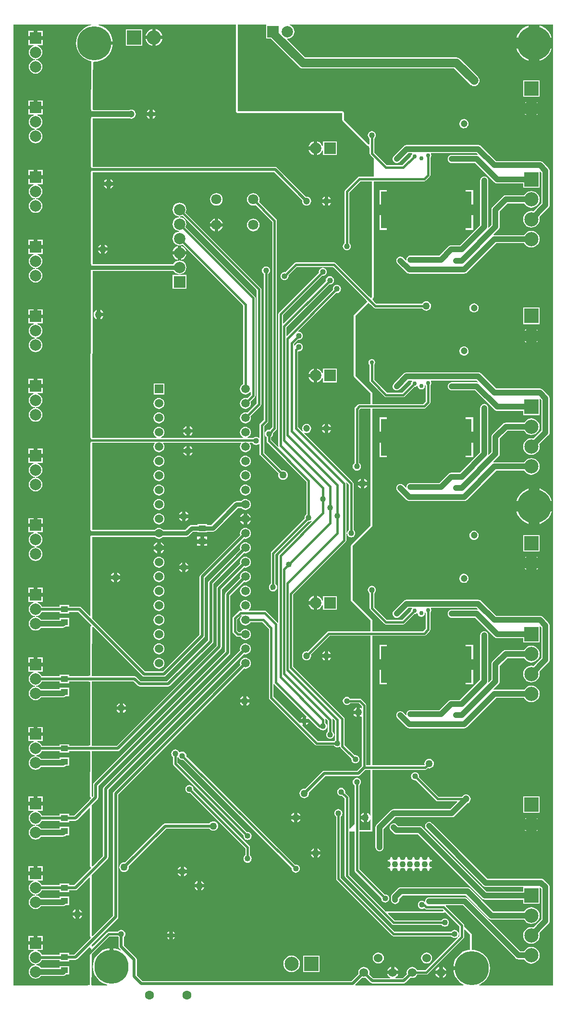
<source format=gbl>
%FSLAX25Y25*%
%MOIN*%
G70*
G01*
G75*
G04 Layer_Physical_Order=2*
G04 Layer_Color=16711680*
%ADD10R,0.09606X0.04449*%
%ADD11R,0.05118X0.01181*%
%ADD12R,0.01700X0.06496*%
%ADD13R,0.31496X0.11811*%
%ADD14R,0.62992X0.25590*%
%ADD15R,0.01654X0.07874*%
%ADD16R,0.05118X0.04331*%
%ADD17R,0.14567X0.09843*%
%ADD18R,0.04331X0.05118*%
%ADD19R,0.03150X0.03150*%
%ADD20R,0.07087X0.12992*%
%ADD21R,0.06299X0.03937*%
%ADD22R,0.05906X0.21654*%
%ADD23R,0.03150X0.03150*%
%ADD24R,0.04921X0.07874*%
%ADD25R,0.01575X0.05315*%
%ADD26R,0.05118X0.02756*%
%ADD27C,0.01500*%
%ADD28C,0.02000*%
%ADD29C,0.04000*%
%ADD30C,0.06000*%
%ADD31C,0.05000*%
%ADD32C,0.03000*%
%ADD33C,0.01700*%
%ADD34C,0.02500*%
%ADD35R,0.06299X0.05512*%
%ADD36R,0.07480X0.07087*%
%ADD37R,0.07480X0.07087*%
%ADD38C,0.04724*%
%ADD39R,0.07874X0.07874*%
%ADD40C,0.07874*%
%ADD41C,0.09843*%
%ADD42R,0.09843X0.09843*%
%ADD43R,0.07874X0.07874*%
%ADD44C,0.05906*%
%ADD45R,0.05906X0.05906*%
%ADD46C,0.06000*%
%ADD47R,0.09843X0.09843*%
%ADD48C,0.06299*%
%ADD49C,0.07087*%
%ADD50C,0.04331*%
%ADD51C,0.04921*%
%ADD52C,0.05000*%
%ADD53C,0.04000*%
%ADD54C,0.23622*%
%ADD55C,0.03000*%
G36*
X323580Y47722D02*
X323580Y47722D01*
Y37361D01*
X322793Y37299D01*
X320832Y36828D01*
X318969Y36056D01*
X317250Y35003D01*
X315716Y33693D01*
X314407Y32160D01*
X313353Y30440D01*
X312581Y28577D01*
X312111Y26617D01*
X312051Y25856D01*
X324803D01*
Y23356D01*
X312051D01*
X312111Y22596D01*
X312581Y20635D01*
X313353Y18772D01*
X314407Y17053D01*
X315716Y15519D01*
X317250Y14210D01*
X318969Y13156D01*
X319064Y13117D01*
X318966Y12627D01*
X244222D01*
X244030Y13089D01*
X248927Y17985D01*
X249008Y17951D01*
X250000Y17821D01*
X250992Y17951D01*
X251073Y17985D01*
X254608Y14450D01*
X255203Y14052D01*
X255203Y14052D01*
X255203Y14052D01*
D01*
X255203Y14052D01*
X255203Y14052D01*
X255906Y13913D01*
X277559D01*
X278145Y14029D01*
X278261Y14052D01*
X278857Y14450D01*
X282392Y17985D01*
X282473Y17951D01*
X283465Y17821D01*
X284457Y17951D01*
X285381Y18334D01*
X286175Y18943D01*
X286784Y19737D01*
X286923Y20073D01*
X293307D01*
X293912Y20193D01*
X294425Y20536D01*
X294425Y20536D01*
X294425Y20536D01*
X319031Y45142D01*
X319373Y45655D01*
X319494Y46260D01*
X319494Y46260D01*
X319494Y46260D01*
Y46260D01*
Y51154D01*
X319956Y51345D01*
X319956Y51345D01*
X323580Y47722D01*
D02*
G37*
G36*
X79696Y46231D02*
X79858Y46107D01*
Y39370D01*
X79974Y38784D01*
X79997Y38668D01*
X80395Y38072D01*
X81173Y37295D01*
X80863Y36902D01*
X80637Y37041D01*
X78774Y37812D01*
X76813Y38283D01*
X76053Y38343D01*
Y25591D01*
X73553D01*
Y38343D01*
X72793Y38283D01*
X70832Y37812D01*
X68969Y37041D01*
X67250Y35987D01*
X65716Y34677D01*
X64407Y33144D01*
X63353Y31425D01*
X62581Y29562D01*
X62111Y27601D01*
X61953Y25591D01*
X62111Y23580D01*
X62581Y21620D01*
X63353Y19757D01*
X64407Y18037D01*
X65716Y16504D01*
X67250Y15194D01*
X68969Y14141D01*
X70832Y13369D01*
X71855Y13123D01*
X71797Y12627D01*
X61379D01*
X61025Y12980D01*
X61041Y23356D01*
X61045Y25992D01*
X61056Y33974D01*
X61056Y33974D01*
X61057Y34095D01*
X61060Y34101D01*
X61100Y34195D01*
X61100Y34196D01*
X61100Y34197D01*
X61141Y34294D01*
X61142Y34301D01*
X61142Y34301D01*
Y34301D01*
X61227Y34386D01*
X61227Y34386D01*
X61889Y35048D01*
X61889Y35048D01*
X61889Y35048D01*
X73489Y46648D01*
X79376D01*
X79696Y46231D01*
D02*
G37*
G36*
X161178Y642717D02*
Y618351D01*
X161178Y618351D01*
Y618231D01*
X161198Y618131D01*
X161195Y618030D01*
X161195Y618029D01*
X161202Y618011D01*
X161202Y617991D01*
X161248Y617880D01*
X161271Y617763D01*
X161281Y617748D01*
X161281Y617748D01*
X161282Y617746D01*
X161283Y617744D01*
X161329Y617675D01*
X161364Y617583D01*
X161377Y617568D01*
X161385Y617550D01*
X161394Y617536D01*
X161429Y617502D01*
X161429Y617500D01*
X161430Y617499D01*
D01*
X161439Y617486D01*
X161439Y617485D01*
X161439Y617485D01*
X161472Y617452D01*
X161492Y617415D01*
X161492Y617415D01*
X161496Y617411D01*
X161499Y617406D01*
X161499Y617406D01*
X161523Y617386D01*
X161546Y617351D01*
X161548Y617350D01*
X161549Y617348D01*
X161555Y617342D01*
X161556Y617340D01*
X161557Y617340D01*
X161559Y617338D01*
X161575Y617322D01*
X161579Y617317D01*
X161580Y617316D01*
X161581Y617315D01*
X161581Y617315D01*
X161582Y617315D01*
X161582Y617313D01*
X161588Y617309D01*
X161602Y617289D01*
X161605Y617288D01*
X161607Y617285D01*
X161607Y617285D01*
X161624Y617274D01*
X161642Y617256D01*
X161656Y617246D01*
X161657Y617245D01*
X161674Y617233D01*
X161681Y617225D01*
X161681Y617225D01*
X161706Y617213D01*
X161720Y617203D01*
X161725Y617200D01*
X161776Y617148D01*
X161777Y617148D01*
X161777Y617148D01*
X161792Y617138D01*
X161794Y617137D01*
X161829Y617102D01*
X161842Y617093D01*
X161952Y617048D01*
X162038Y616990D01*
X162039Y616990D01*
X162054Y616980D01*
X162172Y616956D01*
X162283Y616910D01*
X162404Y616910D01*
X162522Y616887D01*
X162642D01*
X162643Y616887D01*
X234756D01*
X234756Y616887D01*
X234876D01*
X234877Y616887D01*
X234891Y616877D01*
X234924Y616844D01*
X234926Y616842D01*
X234927Y616842D01*
X234927Y616842D01*
X234942Y616832D01*
X234942Y616832D01*
X234942Y616831D01*
X234951Y616818D01*
X234951Y616818D01*
X234951Y616818D01*
X234951Y616818D01*
X234953Y616816D01*
X234953Y616816D01*
X234954Y616815D01*
X234955Y616813D01*
X234987Y616780D01*
X234997Y616766D01*
Y616766D01*
Y616646D01*
X234997Y616646D01*
Y616646D01*
Y612446D01*
Y612446D01*
X234997Y612445D01*
X234997Y612445D01*
X234997Y612325D01*
X234997Y612325D01*
Y612325D01*
X234997Y612325D01*
Y612324D01*
X235020Y612207D01*
X235020Y612087D01*
X235067Y611975D01*
X235090Y611857D01*
X235090Y611856D01*
X235091Y611856D01*
X235094Y611850D01*
X235172Y611663D01*
D01*
X235173Y611657D01*
X235173Y611656D01*
X235174Y611655D01*
X235175Y611652D01*
X235199Y611616D01*
X235211Y611573D01*
X235211Y611573D01*
X235256Y611515D01*
X235284Y611446D01*
X235285Y611445D01*
X235286Y611444D01*
X235287Y611443D01*
X235287Y611442D01*
X235287Y611442D01*
X235288Y611441D01*
X235288Y611441D01*
X235288Y611441D01*
X235334Y611394D01*
X235365Y611337D01*
X235365Y611337D01*
X235406Y611304D01*
X235437Y611258D01*
X235439Y611257D01*
X235440Y611255D01*
X235446Y611249D01*
X235446Y611249D01*
X235447Y611248D01*
X243988Y602707D01*
X252088Y594607D01*
X252344Y594351D01*
X252344Y594351D01*
X252355Y594340D01*
X252366Y594332D01*
X252366Y594332D01*
X252430Y594269D01*
X252430Y594269D01*
X252430Y594269D01*
X252431Y594268D01*
X252519Y594209D01*
X252540Y594188D01*
X252552Y594180D01*
X252572Y594172D01*
X252652Y594096D01*
X252740Y594062D01*
X252827Y594003D01*
X252828Y594003D01*
X252828Y594003D01*
X252828Y594003D01*
X252839Y593998D01*
X252971Y593972D01*
X253097Y593923D01*
X253109Y593921D01*
X253109Y593921D01*
X253109D01*
X253109Y593921D01*
X253214Y593924D01*
X253307Y593905D01*
X253416Y593927D01*
X253437Y593923D01*
X253571Y593926D01*
X253931Y592312D01*
Y588976D01*
X254052Y588372D01*
X254394Y587859D01*
X256890Y585363D01*
Y572840D01*
X246850D01*
X246246Y572720D01*
X245733Y572377D01*
X237071Y563716D01*
X236729Y563203D01*
X236609Y562598D01*
Y526923D01*
X236192Y526603D01*
X235743Y526018D01*
X235461Y525337D01*
X235365Y524606D01*
X235461Y523875D01*
X235743Y523194D01*
X236192Y522609D01*
X236777Y522160D01*
X237458Y521878D01*
X238189Y521782D01*
X238920Y521878D01*
X239601Y522160D01*
X240186Y522609D01*
X240635Y523194D01*
X240917Y523875D01*
X241013Y524606D01*
X240917Y525337D01*
X240635Y526018D01*
X240186Y526603D01*
X239769Y526923D01*
Y561944D01*
X247505Y569679D01*
X255666D01*
Y544291D01*
Y489948D01*
X255666Y489946D01*
X255666Y489946D01*
X255666Y489935D01*
Y489880D01*
X255653Y489779D01*
X255653Y489773D01*
Y489773D01*
Y489773D01*
Y489773D01*
X255653Y489773D01*
X255653Y489773D01*
X255639Y489739D01*
X255635Y489720D01*
X255629Y489685D01*
X255584Y489600D01*
X255582Y489596D01*
X255582Y489596D01*
X255497Y489510D01*
X255497Y489510D01*
X254932Y488945D01*
X254932D01*
X253424Y489953D01*
X230448Y512928D01*
X229936Y513271D01*
X229331Y513391D01*
X202756D01*
X202151Y513271D01*
X201638Y512928D01*
X195403Y506693D01*
X194882Y506761D01*
X194151Y506665D01*
X193470Y506383D01*
X192885Y505934D01*
X192436Y505349D01*
X192154Y504668D01*
X192058Y503937D01*
X192154Y503206D01*
X192436Y502525D01*
X192885Y501940D01*
X193470Y501491D01*
X194151Y501209D01*
X194882Y501113D01*
X195613Y501209D01*
X196294Y501491D01*
X196879Y501940D01*
X197328Y502525D01*
X197610Y503206D01*
X197706Y503937D01*
X197637Y504458D01*
X203411Y510231D01*
X228676D01*
X251189Y487718D01*
X252196Y486210D01*
X243400Y477414D01*
X243329Y477307D01*
X243239Y477215D01*
X243239Y477215D01*
X243227Y477186D01*
X243207Y477163D01*
X243037Y476870D01*
X243010Y476792D01*
X242964Y476723D01*
Y476723D01*
X242964Y476723D01*
X242964Y476723D01*
X242964Y476723D01*
X242933Y476568D01*
X242882Y476418D01*
X242887Y476336D01*
X242871Y476255D01*
X242871Y476255D01*
X242871Y476255D01*
X242871Y476137D01*
X242871Y476137D01*
Y476137D01*
Y435280D01*
X242871Y435280D01*
Y435161D01*
X242882Y435103D01*
X242878Y435067D01*
X242883Y435047D01*
X242881Y435008D01*
X242899Y434954D01*
X242899Y434914D01*
X242899Y434914D01*
X242928Y434843D01*
X242938Y434767D01*
X242938Y434767D01*
X242956Y434736D01*
X242964Y434693D01*
X242968Y434687D01*
X242968Y434686D01*
X243018Y434564D01*
X243018Y434564D01*
X243018Y434564D01*
X243048Y434493D01*
X243048Y434493D01*
X243049Y434486D01*
X243103Y434406D01*
X243111Y434384D01*
X243111Y434384D01*
X243121Y434373D01*
X243162Y434275D01*
X243172Y434265D01*
X243177Y434253D01*
X243177Y434253D01*
X243255Y434178D01*
X243315Y434089D01*
X243400Y434004D01*
X243400Y434004D01*
X252088Y425316D01*
X254596Y422808D01*
X254597Y422803D01*
X254597Y422801D01*
X254601Y422796D01*
X254602Y422794D01*
X254604Y422787D01*
X254678Y422607D01*
X254682Y422601D01*
Y422481D01*
X254682Y422481D01*
Y422481D01*
Y415360D01*
X246850D01*
X246246Y415240D01*
X245733Y414897D01*
X243961Y413125D01*
X243619Y412613D01*
X243498Y412008D01*
Y374364D01*
X243082Y374044D01*
X242633Y373459D01*
X242351Y372778D01*
X242255Y372047D01*
X242351Y371316D01*
X242633Y370635D01*
X243082Y370050D01*
X243667Y369601D01*
X244348Y369319D01*
X245079Y369223D01*
X245810Y369319D01*
X246491Y369601D01*
X247076Y370050D01*
X247524Y370635D01*
X247807Y371316D01*
X247903Y372047D01*
X247807Y372778D01*
X247524Y373459D01*
X247076Y374044D01*
X246659Y374364D01*
Y411353D01*
X247505Y412199D01*
X254682D01*
Y345472D01*
Y331456D01*
X254682Y331456D01*
X254682Y331336D01*
X254682Y331336D01*
X254678Y331330D01*
X254598Y331137D01*
X254597Y331130D01*
X254597Y331130D01*
X254597Y331130D01*
X254512Y331045D01*
X254511Y331045D01*
X241431Y317965D01*
X241431Y317965D01*
X241431Y317965D01*
X241346Y317880D01*
X241280Y317781D01*
X241280Y317780D01*
X241280Y317780D01*
X241279Y317778D01*
X241194Y317694D01*
X241193Y317691D01*
X241191Y317689D01*
X241190Y317688D01*
X241147Y317583D01*
X241084Y317489D01*
X241083Y317489D01*
X241083Y317485D01*
X241081Y317483D01*
X241080Y317476D01*
X241079Y317476D01*
X241062Y317433D01*
X241062Y317432D01*
X241061Y317432D01*
X241000Y317283D01*
X241000Y317283D01*
X240996Y317277D01*
X240992Y317261D01*
X240984Y317248D01*
X240984Y317248D01*
X240966Y317145D01*
X240926Y317048D01*
X240926Y316927D01*
X240926Y316926D01*
X240926Y316926D01*
Y316925D01*
X240902Y316809D01*
X240902Y316688D01*
X240902Y316688D01*
Y279769D01*
Y279648D01*
X240903Y279647D01*
X240902Y279645D01*
X240924Y279538D01*
X240922Y279429D01*
X240922Y279429D01*
X240926Y279419D01*
Y279409D01*
X240926Y279408D01*
Y279408D01*
X240927Y279407D01*
X240972Y279296D01*
X240996Y279180D01*
X240996Y279179D01*
X240997Y279177D01*
X240997Y279177D01*
X241001Y279172D01*
X241001Y279172D01*
X241079Y278981D01*
X241081Y278975D01*
D01*
X241081Y278975D01*
X241148Y278874D01*
X241194Y278763D01*
X241279Y278678D01*
X241346Y278578D01*
X241431Y278492D01*
X241432Y278492D01*
X254056Y265867D01*
X254596Y265327D01*
X254597Y265322D01*
X254597Y265321D01*
X254601Y265316D01*
X254602Y265313D01*
X254604Y265307D01*
X254678Y265127D01*
X254682Y265121D01*
Y265001D01*
X254682Y265000D01*
Y265000D01*
Y264149D01*
Y264149D01*
Y257880D01*
X225591D01*
X224986Y257759D01*
X224473Y257417D01*
X211076Y244020D01*
X211062Y244026D01*
X210236Y244134D01*
X209411Y244026D01*
X208642Y243707D01*
X207981Y243200D01*
X207474Y242540D01*
X207155Y241770D01*
X207047Y240945D01*
X207155Y240119D01*
X207474Y239350D01*
X207981Y238689D01*
X208642Y238183D01*
X209411Y237864D01*
X210236Y237755D01*
X211062Y237864D01*
X211831Y238183D01*
X212491Y238689D01*
X212998Y239350D01*
X213317Y240119D01*
X213426Y240945D01*
X213317Y241770D01*
X213311Y241785D01*
X226245Y254719D01*
X254682D01*
Y165079D01*
X251693D01*
Y166339D01*
X251693Y166339D01*
X251693Y166339D01*
Y206580D01*
X251573Y207185D01*
X251231Y207697D01*
X248165Y210763D01*
X247652Y211106D01*
X247047Y211226D01*
X240506D01*
X240186Y211643D01*
X239601Y212091D01*
X238920Y212374D01*
X238189Y212470D01*
X237458Y212374D01*
X236777Y212091D01*
X236192Y211643D01*
X235743Y211058D01*
X235461Y210377D01*
X235365Y209646D01*
X235461Y208915D01*
X235743Y208234D01*
X236192Y207649D01*
X236777Y207200D01*
X237458Y206918D01*
X238189Y206821D01*
X238920Y206918D01*
X239601Y207200D01*
X240186Y207649D01*
X240506Y208065D01*
X246393D01*
X248533Y205925D01*
Y204854D01*
X248084Y204632D01*
X247828Y204829D01*
X247313Y205042D01*
Y201772D01*
Y198501D01*
X247828Y198714D01*
X248084Y198911D01*
X248533Y198690D01*
Y166339D01*
X248533Y166339D01*
X248533D01*
Y164514D01*
X245303Y161284D01*
X222441D01*
X221855Y161168D01*
X221739Y161144D01*
X221143Y160747D01*
X209309Y148913D01*
X208661Y148998D01*
X207800Y148884D01*
X206997Y148552D01*
X206308Y148023D01*
X205779Y147334D01*
X205446Y146531D01*
X205333Y145669D01*
X205446Y144808D01*
X205779Y144005D01*
X206308Y143316D01*
X206997Y142787D01*
X207800Y142454D01*
X208661Y142341D01*
X209523Y142454D01*
X210326Y142787D01*
X211015Y143316D01*
X211544Y144005D01*
X211877Y144808D01*
X211990Y145669D01*
X211905Y146317D01*
X223201Y157614D01*
X246063D01*
X246649Y157730D01*
X246765Y157753D01*
X247361Y158151D01*
X251128Y161918D01*
X254682D01*
Y159449D01*
Y135588D01*
Y130437D01*
X254192Y130340D01*
X254042Y130702D01*
X253481Y131433D01*
X252749Y131994D01*
X252234Y132208D01*
Y128937D01*
Y125666D01*
X252749Y125880D01*
X253481Y126441D01*
X254042Y127172D01*
X254192Y127534D01*
X254682Y127437D01*
Y120318D01*
X246761D01*
Y128320D01*
Y151305D01*
X247076Y151546D01*
X247525Y152131D01*
X247807Y152812D01*
X247903Y153543D01*
X247807Y154274D01*
X247525Y154955D01*
X247076Y155540D01*
X246491Y155989D01*
X245810Y156271D01*
X245079Y156368D01*
X244348Y156271D01*
X243667Y155989D01*
X243082Y155540D01*
X242633Y154955D01*
X242351Y154274D01*
X242255Y153543D01*
X242351Y152812D01*
X242633Y152131D01*
X243082Y151546D01*
X243396Y151305D01*
Y124302D01*
X240231Y121137D01*
X239769Y121328D01*
Y142717D01*
X239649Y143321D01*
X239306Y143834D01*
X237008Y146133D01*
X237076Y146654D01*
X236980Y147385D01*
X236698Y148066D01*
X236249Y148651D01*
X235664Y149099D01*
X234983Y149381D01*
X234252Y149478D01*
X233521Y149381D01*
X232840Y149099D01*
X232255Y148651D01*
X231806Y148066D01*
X231524Y147385D01*
X231428Y146654D01*
X231524Y145923D01*
X231806Y145241D01*
X232255Y144657D01*
X232840Y144208D01*
X233521Y143926D01*
X234252Y143829D01*
X234773Y143898D01*
X236609Y142062D01*
Y135588D01*
Y88583D01*
X236729Y87978D01*
X237071Y87465D01*
X269552Y54985D01*
X270064Y54642D01*
X270669Y54522D01*
X303786D01*
X304105Y54105D01*
X304690Y53657D01*
X305371Y53374D01*
X306102Y53278D01*
X306833Y53374D01*
X307515Y53657D01*
X308099Y54105D01*
X308548Y54690D01*
X308830Y55371D01*
X308927Y56102D01*
X308830Y56833D01*
X308548Y57515D01*
X308099Y58099D01*
X307515Y58548D01*
X306833Y58830D01*
X306102Y58927D01*
X305371Y58830D01*
X304690Y58548D01*
X304105Y58099D01*
X303786Y57683D01*
X271324D01*
X266716Y62291D01*
X266907Y62753D01*
X304950D01*
X305083Y62779D01*
X305218Y62782D01*
X305314Y62825D01*
X305418Y62846D01*
X305531Y62921D01*
X305654Y62976D01*
X305727Y63052D01*
X305815Y63111D01*
X305890Y63223D01*
X305984Y63321D01*
D01*
Y63321D01*
X306484Y63328D01*
X316333Y53479D01*
Y46914D01*
X315513Y46094D01*
X315245Y46329D01*
X315245D01*
X315137Y46424D01*
X315438Y46816D01*
X315720Y47497D01*
X315816Y48228D01*
X315720Y48959D01*
X315438Y49641D01*
X314989Y50225D01*
X314404Y50674D01*
X313723Y50956D01*
X312992Y51053D01*
X312261Y50956D01*
X311580Y50674D01*
X310995Y50225D01*
X310676Y49809D01*
X271324D01*
X233864Y87269D01*
Y115423D01*
Y129573D01*
X234280Y129893D01*
X234729Y130478D01*
X235011Y131159D01*
X235108Y131890D01*
X235011Y132621D01*
X234729Y133302D01*
X234280Y133887D01*
X233696Y134335D01*
X233014Y134618D01*
X232283Y134714D01*
X231553Y134618D01*
X230871Y134335D01*
X230287Y133887D01*
X229838Y133302D01*
X229556Y132621D01*
X229459Y131890D01*
X229556Y131159D01*
X229838Y130478D01*
X230287Y129893D01*
X230703Y129573D01*
Y86614D01*
X230823Y86009D01*
X231166Y85497D01*
X269552Y47111D01*
X270064Y46768D01*
X270669Y46648D01*
X310676D01*
X310995Y46231D01*
X311580Y45783D01*
X312261Y45500D01*
X312992Y45404D01*
X313723Y45500D01*
X314404Y45783D01*
X314797Y46084D01*
X314892Y45976D01*
Y45976D01*
X315126Y45708D01*
X292653Y23234D01*
X286923D01*
X286784Y23570D01*
X286175Y24364D01*
X285381Y24973D01*
X284457Y25356D01*
X283465Y25486D01*
X282473Y25356D01*
X281548Y24973D01*
X280754Y24364D01*
X280145Y23570D01*
X279762Y22646D01*
X279632Y21654D01*
X279762Y20662D01*
X279796Y20581D01*
X276799Y17583D01*
X271907D01*
X271810Y18074D01*
X272017Y18160D01*
X272853Y18801D01*
X273494Y19636D01*
X273812Y20404D01*
X266188D01*
X266506Y19636D01*
X267147Y18801D01*
X267983Y18160D01*
X268190Y18074D01*
X268093Y17583D01*
X256666D01*
X253669Y20581D01*
X253702Y20662D01*
X253833Y21654D01*
X253702Y22646D01*
X253319Y23570D01*
X252710Y24364D01*
X251916Y24973D01*
X250992Y25356D01*
X250000Y25486D01*
X249008Y25356D01*
X248084Y24973D01*
X247290Y24364D01*
X246681Y23570D01*
X246298Y22646D01*
X246167Y21654D01*
X246298Y20662D01*
X246331Y20581D01*
X241366Y15615D01*
X96233D01*
X92386Y19461D01*
Y30512D01*
X92247Y31214D01*
X91849Y31809D01*
X83528Y40130D01*
Y46107D01*
X83690Y46231D01*
X84139Y46816D01*
X84421Y47497D01*
X84517Y48228D01*
X84421Y48959D01*
X84139Y49640D01*
X83690Y50225D01*
X83105Y50674D01*
X82424Y50956D01*
X81693Y51052D01*
X80962Y50956D01*
X80281Y50674D01*
X79696Y50225D01*
X79376Y49809D01*
X72835D01*
X72230Y49688D01*
X71717Y49346D01*
X62691Y40320D01*
X61491Y39519D01*
X61506Y39529D01*
X61506D01*
X61669Y39638D01*
X61462Y39552D01*
X61065Y39765D01*
X61066Y40754D01*
X79054Y58742D01*
X79452Y59337D01*
X79475Y59454D01*
X79591Y60039D01*
Y144909D01*
X166758Y232076D01*
X166816Y232052D01*
X167795Y231924D01*
X168775Y232052D01*
X169688Y232431D01*
X170472Y233032D01*
X171073Y233816D01*
X171451Y234729D01*
X171580Y235709D01*
X171451Y236688D01*
X171073Y237601D01*
X170472Y238385D01*
X169688Y238987D01*
X168775Y239365D01*
X167795Y239494D01*
X166816Y239365D01*
X165903Y238987D01*
X165119Y238385D01*
X164517Y237601D01*
X164139Y236688D01*
X164010Y235709D01*
X164139Y234729D01*
X164163Y234672D01*
X76458Y146967D01*
X76060Y146371D01*
X75921Y145669D01*
Y60800D01*
X61866Y46745D01*
X61596Y46751D01*
X61350Y46776D01*
X61270Y46895D01*
X61185Y46980D01*
X61085Y47047D01*
X61076Y47095D01*
X61076Y47115D01*
X61076Y47215D01*
X61076Y47215D01*
Y47215D01*
D01*
X61099Y62783D01*
X61137Y89054D01*
X72164Y100080D01*
X72562Y100676D01*
X72702Y101378D01*
X72702Y101378D01*
X72702Y101378D01*
Y101378D01*
Y148019D01*
X166758Y242076D01*
X166816Y242053D01*
X167795Y241923D01*
X168775Y242053D01*
X169688Y242431D01*
X170472Y243032D01*
X171073Y243816D01*
X171451Y244729D01*
X171580Y245709D01*
X171451Y246688D01*
X171073Y247601D01*
X170472Y248385D01*
X169688Y248987D01*
X168775Y249365D01*
X167795Y249494D01*
X166816Y249365D01*
X165903Y248987D01*
X165119Y248385D01*
X164517Y247601D01*
X164139Y246688D01*
X164010Y245709D01*
X164139Y244729D01*
X164163Y244672D01*
X69569Y150077D01*
X69171Y149482D01*
X69147Y149365D01*
X69031Y148780D01*
Y102138D01*
X61937Y95045D01*
X61668Y95051D01*
X61421Y95075D01*
X61342Y95195D01*
X61256Y95280D01*
X61156Y95347D01*
X61147Y95394D01*
X61147Y95415D01*
X61147Y95515D01*
X61147Y95515D01*
Y95515D01*
D01*
X61186Y122025D01*
X61204Y133928D01*
X61209Y137354D01*
X65274Y141419D01*
X65540Y141817D01*
X65672Y142014D01*
X65812Y142717D01*
Y150815D01*
X156809Y241812D01*
X157075Y242210D01*
X157207Y242408D01*
X157347Y243110D01*
Y282665D01*
X166758Y292076D01*
X166816Y292053D01*
X167795Y291923D01*
X168775Y292053D01*
X169688Y292431D01*
X170472Y293032D01*
X171073Y293816D01*
X171451Y294729D01*
X171580Y295709D01*
X171451Y296688D01*
X171073Y297601D01*
X170472Y298385D01*
X169688Y298987D01*
X168775Y299365D01*
X167795Y299494D01*
X166816Y299365D01*
X165903Y298987D01*
X165119Y298385D01*
X164517Y297601D01*
X164139Y296688D01*
X164010Y295709D01*
X164139Y294729D01*
X164163Y294672D01*
X154214Y284723D01*
X153816Y284127D01*
X153793Y284011D01*
X153676Y283425D01*
Y243870D01*
X62679Y152873D01*
X62281Y152277D01*
X62258Y152161D01*
X62141Y151575D01*
Y143627D01*
X61771Y143291D01*
X61441Y143324D01*
X61441Y143324D01*
X61388Y143403D01*
X61353Y143439D01*
X61240Y143586D01*
Y143586D01*
X61218Y143695D01*
X61218Y143815D01*
X61218Y143815D01*
X61222Y146603D01*
X61264Y174535D01*
Y174535D01*
X61264Y174891D01*
X79285D01*
X79988Y175031D01*
X79988Y175031D01*
X79988Y175031D01*
X80583Y175428D01*
X150904Y245749D01*
X151170Y246147D01*
X151302Y246345D01*
X151442Y247047D01*
Y286759D01*
X166758Y302076D01*
X166816Y302052D01*
X167795Y301923D01*
X168775Y302052D01*
X169688Y302431D01*
X170472Y303032D01*
X171073Y303816D01*
X171451Y304729D01*
X171580Y305709D01*
X171451Y306688D01*
X171073Y307601D01*
X170472Y308385D01*
X169688Y308987D01*
X168775Y309365D01*
X167795Y309494D01*
X166816Y309365D01*
X165903Y308987D01*
X165119Y308385D01*
X164517Y307601D01*
X164139Y306688D01*
X164010Y305709D01*
X164139Y304729D01*
X164163Y304672D01*
X148309Y288817D01*
X147911Y288222D01*
X147771Y287520D01*
Y247807D01*
X78525Y178561D01*
X61623D01*
X61270Y178915D01*
X61270Y178915D01*
X61335Y222748D01*
Y222748D01*
Y222750D01*
D01*
D01*
X61335Y223104D01*
X90245D01*
X93190Y220159D01*
X93786Y219761D01*
X93902Y219738D01*
X94488Y219621D01*
X114173D01*
X114759Y219738D01*
X114875Y219761D01*
X115471Y220159D01*
X144999Y249687D01*
X145396Y250282D01*
X145420Y250398D01*
X145536Y250984D01*
Y290854D01*
X166758Y312076D01*
X166816Y312052D01*
X167795Y311924D01*
X168775Y312052D01*
X169688Y312431D01*
X170472Y313032D01*
X171073Y313816D01*
X171451Y314729D01*
X171580Y315709D01*
X171451Y316688D01*
X171073Y317601D01*
X170472Y318385D01*
X169688Y318987D01*
X168775Y319365D01*
X167795Y319494D01*
X166816Y319365D01*
X165903Y318987D01*
X165119Y318385D01*
X164517Y317601D01*
X164139Y316688D01*
X164010Y315709D01*
X164139Y314729D01*
X164163Y314672D01*
X142403Y292912D01*
X142005Y292317D01*
X141982Y292200D01*
X141866Y291614D01*
Y251744D01*
X113413Y223292D01*
X95248D01*
X92303Y226237D01*
X91708Y226635D01*
X91591Y226658D01*
X91005Y226775D01*
X61695D01*
X61341Y227129D01*
X61341Y227129D01*
X61353Y235354D01*
D01*
X61356Y237382D01*
X61391Y260572D01*
X61402Y260630D01*
X61402Y260686D01*
X61452Y260712D01*
X61553Y260795D01*
X61567Y260802D01*
X61585Y260822D01*
X61590Y260826D01*
X61602Y260841D01*
X61668Y260913D01*
X61784Y261008D01*
X62104Y260837D01*
X64803Y258388D01*
X64803Y258388D01*
X64803Y258388D01*
X96143Y227049D01*
X96739Y226651D01*
X97441Y226511D01*
X111220D01*
X111806Y226628D01*
X111923Y226651D01*
X112518Y227049D01*
X139093Y253624D01*
X139491Y254219D01*
X139514Y254335D01*
X139630Y254921D01*
Y294948D01*
X166758Y322076D01*
X166816Y322053D01*
X167795Y321923D01*
X168775Y322053D01*
X169688Y322431D01*
X170472Y323032D01*
X171073Y323816D01*
X171451Y324729D01*
X171580Y325709D01*
X171451Y326688D01*
X171073Y327601D01*
X170472Y328385D01*
X169688Y328987D01*
X168775Y329365D01*
X167795Y329494D01*
X166816Y329365D01*
X165903Y328987D01*
X165119Y328385D01*
X164517Y327601D01*
X164139Y326688D01*
X164010Y325709D01*
X164139Y324729D01*
X164163Y324672D01*
X136497Y297006D01*
X136100Y296411D01*
X136076Y296294D01*
X135960Y295709D01*
Y255681D01*
X110460Y230182D01*
X98201D01*
X61400Y266983D01*
X61403Y268855D01*
X61403D01*
X61403Y268913D01*
X61458Y306069D01*
X61460Y307535D01*
X61460D01*
Y307535D01*
Y307535D01*
D01*
X61483Y323243D01*
X61483Y323243D01*
X61490Y323253D01*
X61515Y323315D01*
X61525Y323363D01*
X61525Y323363D01*
X61525Y323363D01*
X104865D01*
X105119Y323032D01*
X105903Y322431D01*
X106816Y322053D01*
X107795Y321923D01*
X108775Y322053D01*
X109688Y322431D01*
X110472Y323032D01*
X110726Y323363D01*
X126890D01*
X126890Y323363D01*
X126890Y323363D01*
X127377Y323460D01*
X127787Y323542D01*
X127787Y323542D01*
X127787Y323542D01*
X128065Y323728D01*
X128548Y324050D01*
X128548Y324050D01*
X128548Y324050D01*
X131483Y326986D01*
X134436D01*
Y326365D01*
X141154D01*
Y326986D01*
X145276D01*
X145498Y327030D01*
X146173Y327164D01*
X146173Y327164D01*
X146173D01*
X146556Y327420D01*
X146934Y327673D01*
X162625Y343363D01*
X164865D01*
X165119Y343032D01*
X165903Y342431D01*
X166816Y342053D01*
X167795Y341923D01*
X168775Y342053D01*
X169688Y342431D01*
X170472Y343032D01*
X171073Y343816D01*
X171451Y344729D01*
X171580Y345709D01*
X171451Y346688D01*
X171073Y347601D01*
X170472Y348385D01*
X169688Y348987D01*
X168775Y349365D01*
X167795Y349494D01*
X166816Y349365D01*
X165903Y348987D01*
X165119Y348385D01*
X164864Y348054D01*
X161654D01*
X161297Y347983D01*
X160756Y347875D01*
X160756Y347875D01*
X160756D01*
X160373Y347619D01*
X159995Y347367D01*
X144304Y331676D01*
X141154D01*
Y332296D01*
X134436D01*
Y331676D01*
X130512D01*
X130512Y331676D01*
X130512Y331676D01*
X129991Y331572D01*
X129614Y331497D01*
X129614Y331497D01*
X129614Y331497D01*
X129274Y331270D01*
X128854Y330989D01*
X128854Y330989D01*
X128853Y330989D01*
X125918Y328054D01*
X110726D01*
X110472Y328385D01*
X109688Y328987D01*
X108775Y329365D01*
X107795Y329494D01*
X106816Y329365D01*
X105903Y328987D01*
X105119Y328385D01*
X104864Y328054D01*
X61844D01*
X61844Y328054D01*
X61660Y328237D01*
X61660Y328238D01*
X61576Y328323D01*
X61513Y328417D01*
X61512Y328421D01*
X61512Y328421D01*
Y328422D01*
X61512Y328422D01*
X61491Y328528D01*
X61579Y388510D01*
X61601Y388617D01*
X61622Y388631D01*
X104742D01*
X104963Y388182D01*
X104517Y387601D01*
X104139Y386688D01*
X104010Y385709D01*
X104139Y384729D01*
X104517Y383816D01*
X105119Y383032D01*
X105903Y382431D01*
X106816Y382052D01*
X107795Y381924D01*
X108775Y382052D01*
X109688Y382431D01*
X110472Y383032D01*
X111073Y383816D01*
X111451Y384729D01*
X111580Y385709D01*
X111451Y386688D01*
X111073Y387601D01*
X110627Y388182D01*
X110848Y388631D01*
X164742D01*
X164963Y388182D01*
X164517Y387601D01*
X164139Y386688D01*
X164010Y385709D01*
X164139Y384729D01*
X164517Y383816D01*
X165119Y383032D01*
X165903Y382431D01*
X166816Y382052D01*
X167795Y381924D01*
X168775Y382052D01*
X169688Y382431D01*
X170472Y383032D01*
X171073Y383816D01*
X171451Y384729D01*
X171580Y385709D01*
X171451Y386688D01*
X171073Y387601D01*
X170627Y388182D01*
X170848Y388631D01*
X172635D01*
X172751Y388352D01*
X173200Y387767D01*
X173785Y387318D01*
X174466Y387036D01*
X175197Y386940D01*
X175928Y387036D01*
X176609Y387318D01*
X177105Y387699D01*
X177553Y387477D01*
Y380906D01*
X177553Y380906D01*
X177553D01*
X177674Y380301D01*
X178016Y379788D01*
X190717Y367087D01*
X190682Y367003D01*
X190569Y366142D01*
X190682Y365280D01*
X191015Y364478D01*
X191544Y363788D01*
X192233Y363259D01*
X193036Y362927D01*
X193898Y362813D01*
X194759Y362927D01*
X195562Y363259D01*
X196251Y363788D01*
X196780Y364478D01*
X197113Y365280D01*
X197226Y366142D01*
X197113Y367003D01*
X196780Y367806D01*
X196251Y368495D01*
X195562Y369024D01*
X194759Y369357D01*
X193898Y369470D01*
X193036Y369357D01*
X192952Y369322D01*
X180714Y381560D01*
Y399936D01*
X183204Y402426D01*
X183547Y402939D01*
X183667Y403543D01*
X183667Y403543D01*
X183667Y403543D01*
Y403543D01*
Y505557D01*
X184084Y505877D01*
X184532Y506462D01*
X184815Y507143D01*
X184911Y507874D01*
X184815Y508605D01*
X184532Y509286D01*
X184084Y509871D01*
X183499Y510320D01*
X182818Y510602D01*
X182087Y510698D01*
X181356Y510602D01*
X180675Y510320D01*
X180090Y509871D01*
X179641Y509286D01*
X179359Y508605D01*
X179262Y507874D01*
X179359Y507143D01*
X179641Y506462D01*
X180090Y505877D01*
X180506Y505557D01*
Y404198D01*
X178016Y401708D01*
X177674Y401195D01*
X177553Y400591D01*
Y392050D01*
X177105Y391829D01*
X176609Y392210D01*
X175928Y392492D01*
X175197Y392588D01*
X174466Y392492D01*
X173785Y392210D01*
X173240Y391792D01*
X169427D01*
X169329Y392282D01*
X169688Y392431D01*
X170472Y393032D01*
X171073Y393816D01*
X171451Y394729D01*
X171580Y395709D01*
X171451Y396688D01*
X171073Y397601D01*
X170472Y398385D01*
X169688Y398987D01*
X168775Y399365D01*
X167795Y399494D01*
X166816Y399365D01*
X165903Y398987D01*
X165119Y398385D01*
X164517Y397601D01*
X164139Y396688D01*
X164010Y395709D01*
X164139Y394729D01*
X164517Y393816D01*
X165119Y393032D01*
X165903Y392431D01*
X166261Y392282D01*
X166164Y391792D01*
X109427D01*
X109329Y392282D01*
X109688Y392431D01*
X110472Y393032D01*
X111073Y393816D01*
X111451Y394729D01*
X111580Y395709D01*
X111451Y396688D01*
X111073Y397601D01*
X110472Y398385D01*
X109688Y398987D01*
X108775Y399365D01*
X107795Y399494D01*
X106816Y399365D01*
X105903Y398987D01*
X105119Y398385D01*
X104517Y397601D01*
X104139Y396688D01*
X104010Y395709D01*
X104139Y394729D01*
X104517Y393816D01*
X105119Y393032D01*
X105903Y392431D01*
X106261Y392282D01*
X106164Y391792D01*
X61922D01*
X61889Y391840D01*
X61669Y392061D01*
X61608Y392152D01*
X61608Y392152D01*
X61608Y392153D01*
X61607Y392155D01*
X61585Y392266D01*
X61755Y507414D01*
X61755Y507414D01*
X61755Y507534D01*
X61759Y507540D01*
X61761Y507546D01*
X61783Y507654D01*
X61783Y507655D01*
X61783Y507655D01*
X117891D01*
X117909Y507611D01*
X118669Y506622D01*
X119658Y505862D01*
X120811Y505385D01*
X121942Y505236D01*
D01*
X121909Y504737D01*
X117310D01*
Y495263D01*
X126784D01*
Y504737D01*
X122185D01*
X122152Y505236D01*
X123284Y505385D01*
X124436Y505862D01*
X125426Y506622D01*
X126185Y507611D01*
X126662Y508763D01*
X126825Y510000D01*
X126662Y511237D01*
X126185Y512389D01*
X125426Y513378D01*
X124436Y514138D01*
X123284Y514615D01*
X123025Y514649D01*
Y514649D01*
X122047Y514778D01*
X121069Y514649D01*
Y514649D01*
X120811Y514615D01*
X119658Y514138D01*
X118669Y513378D01*
X117909Y512389D01*
X117891Y512345D01*
X62041D01*
X62021Y512374D01*
X61889Y512572D01*
X61847Y512614D01*
X61847Y512614D01*
X61787Y512705D01*
X61786Y512705D01*
X61786Y512706D01*
X61785Y512708D01*
X61784Y512712D01*
X61783Y512713D01*
Y512713D01*
X61783Y512713D01*
X61763Y512819D01*
X61850Y571945D01*
X61855Y575680D01*
X61855Y575680D01*
X61856Y575800D01*
X61856Y575800D01*
X61859Y575806D01*
X61862Y575812D01*
X61884Y575920D01*
X61884Y575921D01*
X187626D01*
X207116Y556430D01*
X207047Y555906D01*
X207155Y555080D01*
X207474Y554311D01*
X207981Y553650D01*
X208642Y553143D01*
X209411Y552825D01*
X210236Y552716D01*
X211062Y552825D01*
X211831Y553143D01*
X212491Y553650D01*
X212998Y554311D01*
X213317Y555080D01*
X213426Y555906D01*
X213317Y556731D01*
X212998Y557500D01*
X212491Y558161D01*
X211831Y558668D01*
X211062Y558986D01*
X210236Y559095D01*
X209711Y559026D01*
X189684Y579054D01*
X189088Y579452D01*
X188972Y579475D01*
X188386Y579591D01*
X62102D01*
X62055Y579659D01*
X62014Y579758D01*
X62011Y579763D01*
X62010Y579764D01*
X62010Y579765D01*
X62010Y579765D01*
X62009Y579766D01*
X61885Y579951D01*
X61885Y579952D01*
X61885Y579952D01*
X61884Y579954D01*
X61862Y580065D01*
X61862Y580185D01*
X61862Y580186D01*
X61910Y613077D01*
X61910Y613077D01*
X61911Y613197D01*
X61911Y613198D01*
X61915Y613204D01*
X61917Y613210D01*
X61939Y613317D01*
X61939Y613317D01*
X61939Y613318D01*
X87138D01*
X87757Y613061D01*
X88583Y612952D01*
X89408Y613061D01*
X90177Y613380D01*
X90838Y613886D01*
X91345Y614547D01*
X91663Y615316D01*
X91772Y616142D01*
X91663Y616967D01*
X91345Y617736D01*
X90838Y618397D01*
X90177Y618904D01*
X89408Y619223D01*
X88583Y619331D01*
X87757Y619223D01*
X87138Y618966D01*
X62155D01*
X62154Y618969D01*
X62088Y619068D01*
X62042Y619179D01*
X61944Y619326D01*
X61943Y619327D01*
X61943Y619327D01*
X61942Y619329D01*
X61920Y619440D01*
X61920Y619560D01*
X61920Y619560D01*
X61960Y646541D01*
Y646541D01*
Y646541D01*
X61960Y646541D01*
X61960Y646660D01*
X61962Y646664D01*
X61964Y646668D01*
X61965Y646669D01*
X61965Y646669D01*
X61965Y646669D01*
X62003Y646761D01*
X62003Y646761D01*
Y646761D01*
X62003Y646762D01*
X62038Y646846D01*
X62041Y646861D01*
X62041Y646861D01*
X62041Y646861D01*
X62041Y646862D01*
X62042Y646862D01*
X62087Y646973D01*
X62154Y647072D01*
D01*
D01*
D01*
D01*
D01*
X62154D01*
Y647072D01*
D01*
D01*
X62154Y647072D01*
D01*
X62154Y647072D01*
X62154Y647073D01*
D01*
D01*
Y647073D01*
D01*
X62224Y647301D01*
D01*
X62224Y647301D01*
X62224Y647301D01*
Y647302D01*
X62224Y647303D01*
X62224Y647423D01*
X62247Y647540D01*
Y647540D01*
Y647661D01*
X62247Y647661D01*
Y652037D01*
X62222Y652164D01*
X62380Y652343D01*
X62384Y652346D01*
X62739Y652493D01*
X62852Y652515D01*
X62992Y652504D01*
X65002Y652662D01*
X66963Y653133D01*
X68826Y653904D01*
X70546Y654958D01*
X72079Y656268D01*
X73388Y657801D01*
X74442Y659520D01*
X75214Y661383D01*
X75685Y663344D01*
X75744Y664104D01*
X62992D01*
Y666604D01*
X75744D01*
X75685Y667365D01*
X75214Y669325D01*
X74442Y671188D01*
X73388Y672908D01*
X72079Y674441D01*
X70546Y675751D01*
X68826Y676804D01*
X66963Y677576D01*
X65940Y677822D01*
X65999Y678318D01*
X161178D01*
Y642717D01*
D02*
G37*
G36*
X381074Y668361D02*
X381074Y668361D01*
Y662348D01*
X381074Y662348D01*
Y347495D01*
X381074Y347495D01*
Y341482D01*
X381074Y341482D01*
Y12627D01*
X330117D01*
X330020Y13117D01*
X330546Y13335D01*
X332239Y14372D01*
X333748Y15661D01*
X335037Y17171D01*
X336074Y18863D01*
X336834Y20697D01*
X337297Y22627D01*
X337453Y24606D01*
X337297Y26585D01*
X336834Y28515D01*
X336074Y30349D01*
X335037Y32042D01*
X333748Y33551D01*
X332239Y34840D01*
X330546Y35878D01*
X328712Y36637D01*
X326782Y37101D01*
X324803Y37256D01*
Y48228D01*
X324445Y48587D01*
X324445Y48587D01*
X320821Y52211D01*
X319494Y53538D01*
Y54134D01*
X319373Y54739D01*
X319031Y55251D01*
X306702Y67580D01*
X306893Y68042D01*
X318712D01*
X355286Y31468D01*
X355871Y31019D01*
X356552Y30737D01*
X357283Y30640D01*
X357283D01*
D01*
X361119D01*
X361144Y30579D01*
X362061Y29384D01*
X363257Y28467D01*
X364648Y27891D01*
X366142Y27694D01*
X367635Y27891D01*
X369027Y28467D01*
X370222Y29384D01*
X371139Y30579D01*
X371716Y31971D01*
X371912Y33465D01*
X371716Y34958D01*
X371139Y36350D01*
X370222Y37545D01*
X369027Y38462D01*
X367635Y39039D01*
X366142Y39235D01*
X364648Y39039D01*
X363257Y38462D01*
X362061Y37545D01*
X361144Y36350D01*
X361119Y36289D01*
X358453D01*
X321879Y72863D01*
X321294Y73312D01*
X320613Y73594D01*
X319967Y73679D01*
X319882Y73690D01*
X319882D01*
D01*
X295276D01*
X294545Y73594D01*
X293864Y73312D01*
X293279Y72863D01*
X292830Y72278D01*
X292548Y71597D01*
X292451Y70866D01*
X292459Y70808D01*
X292026Y70558D01*
X291683Y70822D01*
X291002Y71104D01*
X290271Y71200D01*
X289540Y71104D01*
X288859Y70822D01*
X288274Y70373D01*
X287825Y69788D01*
X287543Y69107D01*
X287446Y68376D01*
X287543Y67645D01*
X287825Y66964D01*
X288274Y66379D01*
X288859Y65930D01*
X289540Y65648D01*
X290271Y65552D01*
X291002Y65648D01*
X291683Y65930D01*
X291902Y66099D01*
X292190Y65812D01*
X292702Y65469D01*
X293307Y65349D01*
X304464D01*
X305044Y64768D01*
X305218Y64399D01*
X304950Y63976D01*
X265030D01*
X239769Y89237D01*
Y119095D01*
X243396D01*
Y92520D01*
X243525Y91876D01*
X243889Y91330D01*
X261991Y73228D01*
X261940Y72835D01*
X262036Y72104D01*
X262318Y71422D01*
X262767Y70838D01*
X263352Y70389D01*
X264033Y70107D01*
X264764Y70010D01*
X265495Y70107D01*
X266176Y70389D01*
X266761Y70838D01*
X267210Y71422D01*
X267492Y72104D01*
X267588Y72835D01*
X267492Y73566D01*
X267210Y74247D01*
X266761Y74832D01*
X266176Y75280D01*
X265495Y75563D01*
X264764Y75659D01*
X264371Y75607D01*
X246761Y93216D01*
Y119095D01*
X255906D01*
Y159449D01*
Y161918D01*
X292436D01*
X293041Y162039D01*
X293553Y162381D01*
X294330Y163158D01*
X294414Y163124D01*
X295276Y163010D01*
X296137Y163124D01*
X296940Y163456D01*
X297629Y163985D01*
X298158Y164674D01*
X298491Y165477D01*
X298604Y166339D01*
X298491Y167200D01*
X298158Y168003D01*
X297629Y168692D01*
X296940Y169221D01*
X296137Y169554D01*
X295276Y169667D01*
X294414Y169554D01*
X293611Y169221D01*
X292922Y168692D01*
X292393Y168003D01*
X292060Y167200D01*
X291947Y166339D01*
X292060Y165477D01*
X292095Y165393D01*
X291781Y165079D01*
X255906D01*
Y254719D01*
X291732D01*
X292337Y254839D01*
X292850Y255182D01*
X295606Y257938D01*
X295948Y258450D01*
X296069Y259055D01*
Y270731D01*
X296146Y270783D01*
X296655Y271544D01*
X296833Y272441D01*
X296655Y273338D01*
X296411Y273703D01*
X296647Y274144D01*
X328161D01*
X329012Y273293D01*
X328791Y272844D01*
X328346Y272903D01*
X311024D01*
X310293Y272807D01*
X309612Y272525D01*
X309027Y272076D01*
X308578Y271491D01*
X308296Y270810D01*
X308199Y270079D01*
X308296Y269348D01*
X308578Y268667D01*
X309027Y268082D01*
X309612Y267633D01*
X310293Y267351D01*
X311024Y267255D01*
X327177D01*
X340523Y253909D01*
X341108Y253460D01*
X341390Y253343D01*
X341789Y253178D01*
X342520Y253081D01*
X360420D01*
Y250184D01*
X371863D01*
Y261285D01*
X372325Y261476D01*
X373160Y260641D01*
Y239359D01*
X367696Y233895D01*
X367635Y233920D01*
X366142Y234117D01*
X364648Y233920D01*
X363257Y233344D01*
X362061Y232427D01*
X361144Y231232D01*
X360568Y229840D01*
X360371Y228346D01*
X360568Y226853D01*
X361144Y225461D01*
X362061Y224266D01*
X363257Y223349D01*
X364648Y222772D01*
X366142Y222576D01*
X367635Y222772D01*
X369027Y223349D01*
X370222Y224266D01*
X371139Y225461D01*
X371716Y226853D01*
X371912Y228346D01*
X371716Y229840D01*
X371691Y229901D01*
X377981Y236192D01*
X378353Y236677D01*
X378430Y236777D01*
Y236777D01*
X378430Y236777D01*
X378581Y237142D01*
X378712Y237458D01*
Y237458D01*
X378712Y237458D01*
X378765Y237857D01*
X378808Y238189D01*
Y261811D01*
X378712Y262542D01*
X378629Y262741D01*
X378430Y263223D01*
X377981Y263808D01*
X374044Y267745D01*
X373459Y268194D01*
X372978Y268393D01*
X372778Y268476D01*
X372047Y268572D01*
X341721D01*
X331328Y278965D01*
X330743Y279414D01*
X330261Y279614D01*
X330062Y279696D01*
X329331Y279793D01*
X279626D01*
X279183Y279734D01*
X278895Y279696D01*
X278895Y279696D01*
X278895D01*
X278593Y279571D01*
X278214Y279414D01*
X278214Y279414D01*
D01*
X278161Y279374D01*
X277629Y278965D01*
X270745Y272081D01*
X270745Y272081D01*
X270745Y272081D01*
X270588Y271877D01*
X270296Y271496D01*
X270014Y270815D01*
Y270815D01*
X270014Y270815D01*
X269962Y270424D01*
X269917Y270084D01*
Y270084D01*
Y270084D01*
X269976Y269641D01*
X270014Y269353D01*
X270014Y269353D01*
Y269353D01*
X270139Y269051D01*
X270296Y268672D01*
X270296Y268672D01*
D01*
X270336Y268619D01*
X270745Y268087D01*
X270745Y268087D01*
X270745Y268087D01*
X270949Y267931D01*
X271329Y267638D01*
X272011Y267356D01*
X272011D01*
X272011Y267356D01*
X272401Y267305D01*
X272742Y267260D01*
X272742D01*
X272742D01*
X273185Y267318D01*
X273472Y267356D01*
X273472Y267356D01*
X273473D01*
X273775Y267481D01*
X274154Y267638D01*
X274154Y267638D01*
D01*
X274206Y267679D01*
X274739Y268087D01*
X280796Y274144D01*
X283144D01*
X283380Y273703D01*
X282873Y272945D01*
X282694Y272047D01*
X282713Y271955D01*
X276511Y265754D01*
X266009D01*
X257092Y274670D01*
Y284297D01*
X257509Y284617D01*
X257958Y285202D01*
X258240Y285883D01*
X258336Y286614D01*
X258240Y287345D01*
X257958Y288026D01*
X257509Y288611D01*
X256924Y289060D01*
X256243Y289342D01*
X255512Y289438D01*
X254781Y289342D01*
X254100Y289060D01*
X253515Y288611D01*
X253066Y288026D01*
X252784Y287345D01*
X252688Y286614D01*
X252784Y285883D01*
X253066Y285202D01*
X253515Y284617D01*
X253931Y284297D01*
Y274016D01*
X254052Y273411D01*
X254394Y272898D01*
X264237Y263056D01*
X264750Y262713D01*
X265354Y262593D01*
X277165D01*
X277770Y262713D01*
X278283Y263056D01*
X284948Y269720D01*
X285039Y269702D01*
X285937Y269881D01*
X286698Y270389D01*
X286746Y270461D01*
X287236Y270364D01*
X287409Y269497D01*
X287961Y268670D01*
X288788Y268117D01*
X289764Y267923D01*
X290739Y268117D01*
X291566Y268670D01*
X292119Y269497D01*
X292313Y270472D01*
X292256Y270760D01*
X292492Y270858D01*
X292908Y270580D01*
Y259710D01*
X291078Y257880D01*
X255906D01*
Y264149D01*
Y264149D01*
Y265000D01*
Y265000D01*
X255906Y265000D01*
Y265121D01*
X255882Y265239D01*
X255882Y265360D01*
X255852Y265431D01*
X255843Y265508D01*
X255843Y265508D01*
X255821Y265546D01*
X255812Y265589D01*
X255808Y265595D01*
X255734Y265775D01*
X255733Y265781D01*
X255733Y265781D01*
X255729Y265787D01*
X255729Y265788D01*
X255729Y265788D01*
X255727Y265795D01*
X255660Y265895D01*
X255614Y266006D01*
X255600Y266020D01*
X255592Y266038D01*
X255592Y266038D01*
X255524Y266102D01*
X255472Y266181D01*
X255466Y266185D01*
X255462Y266192D01*
X254921Y266732D01*
X242297Y279357D01*
X242296Y279358D01*
X242211Y279443D01*
D01*
Y279443D01*
X242211D01*
X242210Y279449D01*
X242131Y279640D01*
D01*
Y279640D01*
X242131Y279640D01*
X242126Y279647D01*
X242126Y279648D01*
X242126Y279648D01*
X242126Y279648D01*
Y279769D01*
Y316688D01*
X242126Y316688D01*
X242126Y316689D01*
X242126Y316809D01*
X242126Y316809D01*
X242130Y316815D01*
X242192Y316964D01*
X242192Y316964D01*
X242192Y316965D01*
X242210Y317007D01*
X242211Y317014D01*
X242211Y317014D01*
X242212Y317015D01*
X242296Y317099D01*
X242296Y317100D01*
X255377Y330180D01*
X255377Y330180D01*
X255377Y330180D01*
X255462Y330265D01*
X255521Y330354D01*
X255599Y330429D01*
X255599Y330429D01*
X255605Y330441D01*
X255614Y330451D01*
X255660Y330561D01*
X255726Y330660D01*
X255726Y330660D01*
X255727Y330661D01*
X255727Y330662D01*
X255729Y330669D01*
X255729Y330669D01*
X255808Y330862D01*
X255808Y330862D01*
X255812Y330868D01*
X255830Y330957D01*
X255869Y331039D01*
X255869Y331039D01*
X255870Y331069D01*
X255882Y331097D01*
X255882Y331218D01*
X255906Y331336D01*
X255906Y331456D01*
X255906Y331456D01*
Y331456D01*
Y345472D01*
Y412199D01*
X291732D01*
X292060Y412264D01*
X292337Y412320D01*
X292337Y412320D01*
X292337Y412320D01*
X292595Y412492D01*
X292850Y412662D01*
X295606Y415418D01*
X295606Y415418D01*
X295606Y415418D01*
X295742Y415622D01*
X295948Y415931D01*
X295948Y415931D01*
X295948Y415931D01*
X295997Y416174D01*
X296069Y416535D01*
X296069Y416535D01*
X296069Y416535D01*
Y428211D01*
X296146Y428263D01*
X296655Y429024D01*
X296833Y429921D01*
X296655Y430819D01*
X296411Y431184D01*
X296646Y431625D01*
X328161D01*
X329013Y430773D01*
X328791Y430325D01*
X328346Y430383D01*
X311024D01*
X310293Y430287D01*
X309612Y430005D01*
X309027Y429556D01*
X308578Y428971D01*
X308296Y428290D01*
X308199Y427559D01*
X308296Y426828D01*
X308578Y426147D01*
X309027Y425562D01*
X309612Y425113D01*
X310293Y424831D01*
X311024Y424735D01*
X327177D01*
X340523Y411389D01*
X341108Y410940D01*
X341390Y410823D01*
X341789Y410658D01*
X342520Y410562D01*
X360420D01*
Y407664D01*
X371863D01*
Y418765D01*
X372325Y418957D01*
X373160Y418122D01*
Y396839D01*
X367696Y391375D01*
X367635Y391401D01*
X366142Y391597D01*
X364648Y391401D01*
X363257Y390824D01*
X362061Y389907D01*
X361144Y388712D01*
X360568Y387320D01*
X360371Y385827D01*
X360568Y384333D01*
X361144Y382942D01*
X362061Y381746D01*
X363257Y380829D01*
X364648Y380253D01*
X366142Y380056D01*
X367635Y380253D01*
X369027Y380829D01*
X370222Y381746D01*
X371139Y382942D01*
X371716Y384333D01*
X371912Y385827D01*
X371716Y387320D01*
X371691Y387382D01*
X377981Y393672D01*
X378430Y394257D01*
X378595Y394656D01*
X378712Y394938D01*
X378808Y395669D01*
Y419291D01*
X378712Y420022D01*
X378629Y420222D01*
X378430Y420704D01*
X377981Y421288D01*
X374044Y425225D01*
X373459Y425674D01*
X372978Y425874D01*
X372778Y425956D01*
X372047Y426053D01*
X341721D01*
X331328Y436446D01*
X330743Y436895D01*
X330261Y437094D01*
X330062Y437177D01*
X329331Y437273D01*
X279626D01*
X278895Y437177D01*
X278496Y437011D01*
X278214Y436895D01*
X277629Y436446D01*
X270745Y429561D01*
X270296Y428976D01*
X270096Y428495D01*
X270014Y428295D01*
X269917Y427564D01*
X270014Y426833D01*
X270096Y426634D01*
X270296Y426152D01*
X270745Y425567D01*
X271329Y425119D01*
X271811Y424919D01*
X272011Y424836D01*
X272742Y424740D01*
X273473Y424836D01*
X273672Y424919D01*
X274154Y425119D01*
X274739Y425567D01*
X280796Y431625D01*
X283144D01*
X283380Y431184D01*
X282873Y430425D01*
X282694Y429528D01*
X282713Y429436D01*
X276511Y423234D01*
X266009D01*
X257092Y432151D01*
Y442384D01*
X257170Y442436D01*
X257678Y443197D01*
X257857Y444094D01*
X257678Y444992D01*
X257170Y445753D01*
X256409Y446261D01*
X255512Y446440D01*
X254614Y446261D01*
X253854Y445753D01*
X253345Y444992D01*
X253167Y444094D01*
X253345Y443197D01*
X253854Y442436D01*
X253931Y442384D01*
Y431496D01*
Y431496D01*
Y431496D01*
X253979Y431255D01*
X254052Y430891D01*
X254052Y430891D01*
Y430891D01*
X254224Y430633D01*
X254394Y430378D01*
X254394D01*
Y430378D01*
X264237Y420536D01*
X264492Y420366D01*
X264750Y420193D01*
X264750D01*
X264750Y420193D01*
X265114Y420121D01*
X265354Y420073D01*
X277165D01*
X277770Y420193D01*
X278283Y420536D01*
X284948Y427201D01*
X285039Y427182D01*
X285937Y427361D01*
X286698Y427869D01*
X286746Y427942D01*
X287236Y427844D01*
X287409Y426977D01*
X287961Y426150D01*
X288788Y425598D01*
X289764Y425404D01*
X290739Y425598D01*
X291566Y426150D01*
X292119Y426977D01*
X292313Y427953D01*
X292256Y428240D01*
X292492Y428338D01*
X292908Y428060D01*
Y417190D01*
X291078Y415360D01*
X255906D01*
Y422481D01*
Y422481D01*
X255906Y422481D01*
Y422601D01*
X255882Y422719D01*
X255882Y422840D01*
X255852Y422911D01*
X255843Y422988D01*
X255843Y422988D01*
X255821Y423026D01*
X255812Y423069D01*
X255808Y423075D01*
X255734Y423255D01*
X255733Y423261D01*
X255733Y423261D01*
X255729Y423267D01*
X255729Y423268D01*
X255729Y423268D01*
X255727Y423275D01*
X255660Y423375D01*
X255614Y423487D01*
X255600Y423500D01*
X255592Y423518D01*
X255592Y423518D01*
X255524Y423582D01*
X255472Y423661D01*
X255466Y423666D01*
X255462Y423672D01*
X252953Y426181D01*
X244265Y434869D01*
X244265Y434869D01*
X244180Y434954D01*
X244180Y434955D01*
X244178Y434961D01*
X244149Y435033D01*
X244149Y435033D01*
X244149Y435033D01*
X244149Y435033D01*
X244149Y435033D01*
X244098Y435154D01*
X244098Y435154D01*
X244098Y435154D01*
X244098Y435154D01*
X244094Y435161D01*
Y435280D01*
X244094Y435280D01*
Y476137D01*
Y476137D01*
X244094Y476137D01*
X244094Y476137D01*
X244094Y476255D01*
X244094Y476255D01*
Y476255D01*
X244265Y476548D01*
X244265D01*
X244265D01*
X244265Y476548D01*
X244265Y476548D01*
X253062Y485345D01*
X253062D01*
D01*
D01*
X254569Y484338D01*
X256756Y482150D01*
X257269Y481808D01*
X257874Y481687D01*
X290390D01*
X290424Y481603D01*
X290953Y480914D01*
X291643Y480385D01*
X292446Y480053D01*
X293307Y479939D01*
X294169Y480053D01*
X294971Y480385D01*
X295661Y480914D01*
X296190Y481603D01*
X296522Y482406D01*
X296636Y483268D01*
X296522Y484129D01*
X296190Y484932D01*
X295661Y485621D01*
X294971Y486150D01*
X294169Y486483D01*
X293307Y486596D01*
X292446Y486483D01*
X291643Y486150D01*
X290953Y485621D01*
X290424Y484932D01*
X290390Y484848D01*
X258529D01*
X256804Y486573D01*
X255797Y488080D01*
X256446Y488730D01*
X256446Y488730D01*
X256447Y488730D01*
X256515Y488832D01*
X256599Y488916D01*
X256602Y488920D01*
X256603Y488921D01*
X256603Y488922D01*
X256620Y488948D01*
X256635Y488984D01*
X256643Y488992D01*
X256656Y489023D01*
X256689Y489064D01*
X256712Y489109D01*
X256751Y489243D01*
X256770Y489271D01*
X256784Y489305D01*
X256784Y489305D01*
X256784Y489305D01*
X256784Y489305D01*
X256792Y489345D01*
X256812Y489380D01*
X256816Y489409D01*
X256826Y489433D01*
X256839Y489500D01*
Y489540D01*
X256866Y489620D01*
X256879Y489722D01*
X256876Y489770D01*
X256877Y489773D01*
Y489773D01*
X256877Y489773D01*
X256877Y489773D01*
X256876Y489779D01*
X256874Y489802D01*
X256890Y489880D01*
Y544291D01*
Y569679D01*
X291732D01*
X292337Y569800D01*
X292850Y570142D01*
X295606Y572898D01*
X295948Y573411D01*
X296069Y574016D01*
Y585691D01*
X296146Y585743D01*
X296655Y586504D01*
X296833Y587402D01*
X296655Y588299D01*
X296411Y588664D01*
X296646Y589105D01*
X328161D01*
X329013Y588253D01*
X328791Y587805D01*
X328346Y587864D01*
X311024D01*
X310293Y587767D01*
X309612Y587485D01*
X309027Y587036D01*
X308578Y586451D01*
X308296Y585770D01*
X308199Y585039D01*
X308296Y584308D01*
X308578Y583627D01*
X309027Y583042D01*
X309612Y582594D01*
X310293Y582311D01*
X311024Y582215D01*
X327177D01*
X340523Y568869D01*
X341108Y568420D01*
X341390Y568303D01*
X341789Y568138D01*
X342520Y568042D01*
X360420D01*
Y565145D01*
X371863D01*
Y576245D01*
X372325Y576437D01*
X373160Y575602D01*
Y554319D01*
X367696Y548856D01*
X367635Y548881D01*
X366142Y549078D01*
X364648Y548881D01*
X363257Y548305D01*
X362061Y547387D01*
X361144Y546192D01*
X360568Y544801D01*
X360371Y543307D01*
X360568Y541814D01*
X361144Y540422D01*
X362061Y539227D01*
X363257Y538309D01*
X364648Y537733D01*
X366142Y537536D01*
X367635Y537733D01*
X369027Y538309D01*
X370222Y539227D01*
X371139Y540422D01*
X371716Y541814D01*
X371912Y543307D01*
X371716Y544801D01*
X371691Y544862D01*
X377981Y551153D01*
X378353Y551638D01*
X378430Y551737D01*
Y551737D01*
X378430Y551738D01*
X378581Y552102D01*
X378712Y552419D01*
Y552419D01*
X378712Y552419D01*
X378765Y552817D01*
X378808Y553150D01*
Y576772D01*
X378712Y577502D01*
X378629Y577702D01*
X378430Y578184D01*
X377981Y578769D01*
X374044Y582706D01*
X373459Y583154D01*
X372978Y583354D01*
X372778Y583436D01*
X372047Y583533D01*
X341721D01*
X331328Y593926D01*
X331328Y593926D01*
X331328Y593926D01*
X331056Y594135D01*
X330743Y594375D01*
X330743Y594375D01*
D01*
X330062Y594657D01*
X329586Y594720D01*
X329331Y594753D01*
X329331D01*
X329331D01*
X279626D01*
X278895Y594657D01*
X278496Y594492D01*
X278214Y594375D01*
X277629Y593926D01*
X270745Y587042D01*
X270296Y586457D01*
X270096Y585975D01*
X270014Y585776D01*
X269917Y585045D01*
X270014Y584314D01*
X270096Y584114D01*
X270296Y583633D01*
X270745Y583048D01*
X271329Y582599D01*
X271811Y582400D01*
X272011Y582317D01*
X272742Y582221D01*
X273473Y582317D01*
X273672Y582400D01*
X274154Y582599D01*
X274739Y583048D01*
X280796Y589105D01*
X283144D01*
X283380Y588664D01*
X282873Y587905D01*
X282694Y587008D01*
X282713Y586916D01*
X276511Y580714D01*
X266009D01*
X257092Y589631D01*
Y599258D01*
X257509Y599578D01*
X257958Y600163D01*
X258240Y600844D01*
X258336Y601575D01*
X258240Y602306D01*
X257958Y602987D01*
X257509Y603572D01*
X256924Y604021D01*
X256243Y604303D01*
X255512Y604399D01*
X254781Y604303D01*
X254100Y604021D01*
X253515Y603572D01*
X253066Y602987D01*
X252784Y602306D01*
X252688Y601575D01*
X252784Y600844D01*
X253066Y600163D01*
X253515Y599578D01*
X253931Y599258D01*
Y595516D01*
X253905Y595447D01*
X253549Y595148D01*
X253543Y595149D01*
X253409Y595146D01*
X253320Y595126D01*
X253308Y595128D01*
X253296Y595133D01*
X253231Y595198D01*
X253220Y595205D01*
X253209Y595216D01*
X253209Y595216D01*
X252953Y595472D01*
X244853Y603572D01*
X236312Y612114D01*
X236306Y612119D01*
X236306Y612119D01*
X236306Y612120D01*
X236305Y612120D01*
Y612120D01*
X236305Y612120D01*
X236305Y612121D01*
X236304Y612122D01*
X236302Y612131D01*
X236224Y612319D01*
X236221Y612325D01*
D01*
Y612325D01*
Y612325D01*
X236221Y612325D01*
D01*
Y612325D01*
X236221Y612446D01*
Y612446D01*
Y616646D01*
Y616646D01*
Y616766D01*
X236197Y616885D01*
X236197Y617005D01*
X236151Y617116D01*
X236127Y617235D01*
X236118Y617249D01*
X236117Y617250D01*
X236060Y617335D01*
X236014Y617446D01*
X236005Y617460D01*
X235970Y617495D01*
X235969Y617497D01*
X235969Y617497D01*
X235969Y617497D01*
X235968Y617498D01*
X235960Y617511D01*
X235959Y617511D01*
X235959Y617512D01*
X235908Y617563D01*
X235862Y617631D01*
X235862Y617632D01*
X235852Y617647D01*
X235820Y617678D01*
X235818Y617682D01*
X235817Y617682D01*
X235817Y617682D01*
X235817Y617683D01*
X235802Y617692D01*
X235792Y617707D01*
X235792Y617707D01*
X235791Y617708D01*
X235791Y617708D01*
X235788Y617711D01*
X235757Y617741D01*
X235742Y617751D01*
X235742Y617752D01*
X235674Y617797D01*
X235622Y617849D01*
X235622Y617849D01*
X235622Y617849D01*
X235607Y617859D01*
D01*
X235605Y617861D01*
X235605Y617861D01*
X235571Y617894D01*
X235557Y617904D01*
X235446Y617950D01*
X235360Y618007D01*
X235360Y618007D01*
X235345Y618017D01*
X235227Y618041D01*
X235116Y618087D01*
X234995Y618087D01*
X234876Y618110D01*
X162643D01*
X162642Y618110D01*
X162522D01*
D01*
X162509Y618119D01*
X162476Y618152D01*
X162474Y618153D01*
X162473Y618154D01*
X162471Y618155D01*
X162457Y618165D01*
X162457Y618165D01*
X162456Y618165D01*
X162448Y618179D01*
X162448D01*
X162447Y618179D01*
X162447Y618179D01*
X162447Y618179D01*
X162447Y618179D01*
X162446Y618180D01*
X162446Y618180D01*
X162446Y618180D01*
X162446Y618181D01*
X162446Y618181D01*
X162445Y618183D01*
X162444Y618184D01*
X162411Y618217D01*
Y618217D01*
X162402Y618231D01*
X162402Y618231D01*
Y618351D01*
X162402Y618351D01*
Y642717D01*
Y678318D01*
X182271D01*
Y678318D01*
Y677965D01*
D01*
Y677965D01*
X182271D01*
Y668491D01*
X185383D01*
X205009Y648865D01*
X205803Y648255D01*
X206728Y647873D01*
X207720Y647742D01*
X312586D01*
X323668Y636660D01*
X324462Y636051D01*
X325386Y635668D01*
X326378Y635537D01*
X327370Y635668D01*
X328294Y636051D01*
X329088Y636660D01*
X329697Y637454D01*
X330080Y638378D01*
X330211Y639370D01*
X330080Y640362D01*
X329697Y641286D01*
X329088Y642080D01*
X316883Y654285D01*
X316090Y654894D01*
X315165Y655277D01*
X314173Y655408D01*
X209307D01*
X196702Y668013D01*
X196923Y668462D01*
X197008Y668450D01*
X198244Y668613D01*
X199397Y669091D01*
X200386Y669850D01*
X201146Y670840D01*
X201623Y671992D01*
X201786Y673228D01*
X201623Y674465D01*
X201146Y675617D01*
X200386Y676607D01*
X199397Y677366D01*
X198282Y677828D01*
X198380Y678318D01*
X365103D01*
X365103Y678318D01*
X371117D01*
X371117Y678318D01*
X381074D01*
Y668361D01*
D02*
G37*
G36*
X60901Y677822D02*
X59083Y677385D01*
X57249Y676626D01*
X55557Y675588D01*
X54047Y674299D01*
X52758Y672790D01*
X51721Y671097D01*
X50961Y669263D01*
X50498Y667333D01*
X50342Y665354D01*
X50498Y663375D01*
X50961Y661445D01*
X51721Y659611D01*
X52758Y657919D01*
X54047Y656409D01*
X55557Y655120D01*
X57249Y654083D01*
X59083Y653323D01*
X60746Y652924D01*
X60746Y652906D01*
X60768Y652795D01*
Y652795D01*
X60768Y652794D01*
X60768Y652794D01*
X60769Y652787D01*
X60769Y652667D01*
X60791Y652556D01*
X60795Y652545D01*
X60796Y652534D01*
X60838Y652436D01*
X60859Y652331D01*
X60859Y652330D01*
X60861Y652327D01*
X60861Y652324D01*
X60911Y652250D01*
X60915Y652241D01*
X60915Y652240D01*
X60945Y652168D01*
X60954Y652145D01*
X60954Y652145D01*
X60955Y652143D01*
X60956Y652141D01*
X60973Y652116D01*
X60973Y652114D01*
X60973Y652114D01*
X60974Y652114D01*
X60974Y652114D01*
X60977Y652108D01*
X60978Y652108D01*
X60978Y652108D01*
X61021Y652043D01*
X61024Y652037D01*
Y647661D01*
X61024Y647661D01*
Y647540D01*
Y647540D01*
X61023Y647540D01*
D01*
D01*
X60957Y647440D01*
X60957Y647440D01*
X60957Y647440D01*
X60957Y647440D01*
X60911Y647329D01*
X60908Y647314D01*
X60873Y647230D01*
X60834Y647137D01*
Y647137D01*
X60830Y647131D01*
X60807Y647016D01*
X60805Y647011D01*
X60805Y647010D01*
X60805Y647009D01*
X60760Y646903D01*
Y646902D01*
X60760Y646902D01*
X60760Y646902D01*
X60760Y646781D01*
X60737Y646663D01*
X60736Y646543D01*
X60736Y646543D01*
X60696Y619442D01*
X60720Y619323D01*
X60720Y619202D01*
X60742Y619091D01*
X60787Y618981D01*
X60789Y618973D01*
X60790Y618972D01*
X60811Y618864D01*
X60811Y618863D01*
X60812Y618861D01*
X60813Y618858D01*
X60878Y618761D01*
X60924Y618650D01*
X60924Y618650D01*
X60924Y618650D01*
X60924Y618650D01*
X60925Y618648D01*
X60925Y618648D01*
X60925Y618648D01*
X61024Y618500D01*
Y614108D01*
X61007Y614082D01*
X60922Y613997D01*
X60915Y613988D01*
X60869Y613877D01*
X60809Y613786D01*
X60787Y613679D01*
X60785Y613673D01*
X60781Y613667D01*
X60780Y613660D01*
X60733Y613549D01*
X60733Y613547D01*
X60733Y613547D01*
Y613547D01*
X60711Y613438D01*
X60711Y613317D01*
X60687Y613199D01*
X60638Y580067D01*
X60662Y579948D01*
X60662Y579827D01*
X60684Y579716D01*
X60729Y579606D01*
X60731Y579599D01*
X60732Y579597D01*
X60753Y579489D01*
X60753Y579489D01*
X60754Y579486D01*
X60755Y579484D01*
X60820Y579386D01*
X60866Y579276D01*
X60866Y579275D01*
X60866Y579275D01*
X60866Y579275D01*
X60867Y579274D01*
X60867Y579274D01*
X60867Y579273D01*
X60991Y579088D01*
X60991Y579087D01*
X60991Y579087D01*
X60994Y579082D01*
X60995Y579081D01*
X60996Y579081D01*
X60996Y579080D01*
X60997Y579079D01*
X61024Y579015D01*
Y576789D01*
X61019Y576786D01*
X60952Y576686D01*
X60867Y576601D01*
X60861Y576593D01*
X60861Y576593D01*
Y576593D01*
X60861Y576592D01*
X60814Y576480D01*
X60754Y576389D01*
X60732Y576282D01*
X60730Y576276D01*
X60726Y576270D01*
X60724Y576263D01*
X60678Y576152D01*
X60678Y576151D01*
X60678Y576151D01*
Y576151D01*
X60656Y576041D01*
X60656Y575920D01*
X60632Y575802D01*
X60539Y512821D01*
X60560Y512714D01*
X60560Y512713D01*
Y512713D01*
X60562Y512700D01*
X60562Y512581D01*
X60583Y512476D01*
D01*
X60584Y512471D01*
X60584Y512471D01*
Y512471D01*
X60630Y512361D01*
X60652Y512249D01*
X60652Y512248D01*
X60653Y512247D01*
X60653Y512245D01*
X60654Y512244D01*
X60654Y512241D01*
X60654Y512241D01*
X60655Y512239D01*
X60656Y512237D01*
X60721Y512140D01*
X60766Y512030D01*
X60766Y512030D01*
X60767Y512029D01*
X60768Y512027D01*
X60768Y512027D01*
X60768Y512027D01*
X60829Y511936D01*
X60871Y511893D01*
X60872Y511893D01*
X61003Y511695D01*
X61004Y511695D01*
X61004Y511694D01*
X61023Y511665D01*
X61024Y511665D01*
Y508592D01*
X61019Y508587D01*
X60918Y508520D01*
X60851Y508420D01*
X60766Y508335D01*
X60760Y508326D01*
X60714Y508214D01*
X60653Y508123D01*
X60632Y508017D01*
X60629Y508010D01*
X60625Y508004D01*
X60624Y507997D01*
X60577Y507886D01*
X60577Y507885D01*
X60577Y507885D01*
Y507885D01*
X60555Y507775D01*
X60555Y507654D01*
X60531Y507536D01*
X60361Y392147D01*
X60361Y392147D01*
X60361Y392146D01*
X60408Y391910D01*
X60453Y391679D01*
X60454Y391679D01*
X60454Y391678D01*
X60590Y391474D01*
X60718Y391282D01*
X60719Y391281D01*
X60719Y391281D01*
X61024Y390976D01*
Y389703D01*
X60914Y389630D01*
X60716Y389497D01*
X60715Y389497D01*
X60714Y389496D01*
X60583Y389299D01*
X60450Y389101D01*
X60449Y389100D01*
X60449Y389099D01*
X60403Y388867D01*
X60356Y388633D01*
X60267Y328529D01*
X60288Y328423D01*
X60288Y328422D01*
Y328421D01*
X60291Y328409D01*
X60291Y328290D01*
X60312Y328184D01*
D01*
X60312Y328180D01*
X60312Y328180D01*
Y328180D01*
X60358Y328070D01*
X60380Y327957D01*
X60380Y327957D01*
X60381Y327955D01*
X60381Y327953D01*
X60444Y327860D01*
X60445Y327855D01*
X60449Y327849D01*
X60494Y327738D01*
X60494Y327738D01*
X60494Y327738D01*
X60557Y327644D01*
X60642Y327559D01*
X60710Y327458D01*
X60978Y327189D01*
X60978Y327189D01*
X60979Y327188D01*
X60979D01*
X61024Y327158D01*
Y324471D01*
X60957Y324427D01*
X60846Y324381D01*
X60825Y324367D01*
X60739Y324282D01*
X60660Y324229D01*
X60608Y324150D01*
X60488Y324031D01*
X60488Y324030D01*
X60487Y324029D01*
X60422Y323872D01*
X60395Y323832D01*
X60386Y323785D01*
X60360Y323723D01*
X60353Y323713D01*
X60351Y323701D01*
X60305Y323590D01*
X60283Y323483D01*
X60283Y323363D01*
X60259Y323245D01*
X60202Y284262D01*
D01*
X60179Y268857D01*
X59717Y268666D01*
X53932Y274450D01*
X53337Y274848D01*
X53221Y274871D01*
X52635Y274988D01*
X45485D01*
Y276118D01*
X38767D01*
Y274984D01*
X26544D01*
X26315Y275538D01*
X25556Y276527D01*
X24566Y277287D01*
X23516Y277721D01*
X23614Y278212D01*
X27114D01*
Y281899D01*
X17240D01*
Y278212D01*
X20741D01*
X20838Y277721D01*
X19788Y277287D01*
X18799Y276527D01*
X18039Y275538D01*
X17562Y274385D01*
X17399Y273149D01*
X17562Y271912D01*
X18039Y270760D01*
X18799Y269770D01*
X19788Y269011D01*
X20941Y268534D01*
X21965Y268399D01*
Y267899D01*
X20941Y267764D01*
X19788Y267287D01*
X18799Y266527D01*
X18039Y265538D01*
X17562Y264385D01*
X17399Y263149D01*
X17562Y261912D01*
X18039Y260760D01*
X18799Y259770D01*
X19788Y259011D01*
X20941Y258534D01*
X22177Y258371D01*
X23414Y258534D01*
X24566Y259011D01*
X25556Y259770D01*
X25981Y260325D01*
X41270D01*
X42001Y260421D01*
X42682Y260703D01*
X43242Y261132D01*
X45485D01*
Y267063D01*
X38767D01*
Y265973D01*
X25981D01*
X25556Y266527D01*
X24566Y267287D01*
X23414Y267764D01*
X22389Y267899D01*
Y268399D01*
X23414Y268534D01*
X24566Y269011D01*
X25556Y269770D01*
X26315Y270760D01*
X26544Y271314D01*
X38767D01*
Y270187D01*
X45485D01*
Y271317D01*
X51875D01*
X60913Y262279D01*
X60839Y261785D01*
X60815Y261772D01*
X60676Y261658D01*
X60527Y261559D01*
X60493Y261508D01*
X60445Y261469D01*
X60361Y261311D01*
X60261Y261162D01*
X60249Y261102D01*
X60220Y261049D01*
X60202Y260870D01*
X60167Y260694D01*
X60140Y242023D01*
D01*
X60130Y235356D01*
D01*
X60118Y227130D01*
X58260Y226775D01*
X45485D01*
Y227905D01*
X38767D01*
Y226759D01*
X26544D01*
X26315Y227313D01*
X25556Y228303D01*
X24566Y229062D01*
X23516Y229497D01*
X23614Y229987D01*
X27114D01*
Y233674D01*
X17240D01*
Y229987D01*
X20741D01*
X20838Y229497D01*
X19788Y229062D01*
X18799Y228303D01*
X18039Y227313D01*
X17562Y226161D01*
X17399Y224924D01*
X17562Y223687D01*
X18039Y222535D01*
X18799Y221546D01*
X19788Y220786D01*
X20941Y220309D01*
X21965Y220174D01*
Y219674D01*
X20941Y219539D01*
X19788Y219062D01*
X18799Y218302D01*
X18039Y217313D01*
X17562Y216161D01*
X17399Y214924D01*
X17562Y213687D01*
X18039Y212535D01*
X18799Y211545D01*
X19788Y210786D01*
X20941Y210309D01*
X22177Y210146D01*
X23414Y210309D01*
X24566Y210786D01*
X25556Y211545D01*
X25981Y212100D01*
X41270D01*
X42001Y212196D01*
X42682Y212478D01*
X43257Y212919D01*
X45485D01*
Y218850D01*
X38767D01*
Y217748D01*
X25981D01*
X25556Y218302D01*
X24566Y219062D01*
X23414Y219539D01*
X22389Y219674D01*
Y220174D01*
X23414Y220309D01*
X24566Y220786D01*
X25556Y221546D01*
X26315Y222535D01*
X26544Y223089D01*
X38767D01*
Y221974D01*
X45485D01*
Y223104D01*
X58362D01*
X60111Y222750D01*
X60111D01*
D01*
D01*
X60047Y178917D01*
X59839Y178877D01*
X58194Y178561D01*
X45485D01*
Y179692D01*
X38767D01*
Y178534D01*
X26544D01*
X26315Y179088D01*
X25556Y180078D01*
X24566Y180837D01*
X23516Y181272D01*
X23614Y181762D01*
X27114D01*
Y185449D01*
X17240D01*
Y181762D01*
X20741D01*
X20838Y181272D01*
X19788Y180837D01*
X18799Y180078D01*
X18039Y179088D01*
X17562Y177936D01*
X17399Y176699D01*
X17562Y175462D01*
X18039Y174310D01*
X18799Y173320D01*
X19788Y172561D01*
X20941Y172084D01*
X21965Y171949D01*
Y171449D01*
X20941Y171314D01*
X19788Y170837D01*
X18799Y170078D01*
X18039Y169088D01*
X17562Y167936D01*
X17399Y166699D01*
X17562Y165462D01*
X18039Y164310D01*
X18799Y163321D01*
X19788Y162561D01*
X20941Y162084D01*
X22177Y161921D01*
X23414Y162084D01*
X24566Y162561D01*
X25556Y163321D01*
X25981Y163875D01*
X41270D01*
X42001Y163971D01*
X42682Y164253D01*
X43267Y164702D01*
X43270Y164706D01*
X45485D01*
Y170637D01*
X38767D01*
Y169523D01*
X25981D01*
X25556Y170078D01*
X24566Y170837D01*
X23414Y171314D01*
X22389Y171449D01*
Y171949D01*
X23414Y172084D01*
X24566Y172561D01*
X25556Y173320D01*
X26315Y174310D01*
X26544Y174864D01*
X38767D01*
Y173761D01*
X45485D01*
Y174891D01*
X59687D01*
X59703Y174874D01*
X60040Y174537D01*
D01*
X60040Y174537D01*
X59999Y146605D01*
X59995Y143816D01*
X59995Y143816D01*
X59995Y143696D01*
X60016Y143586D01*
Y143586D01*
X60017Y143585D01*
X60017Y143585D01*
X60018Y143577D01*
X60018Y143568D01*
X60018Y143567D01*
X60018Y143566D01*
X60018Y143456D01*
X60040Y143345D01*
X60041Y143342D01*
Y143341D01*
X60084Y143238D01*
X60104Y143131D01*
X60113Y143117D01*
X60117Y143099D01*
X60117Y143099D01*
X60179Y143009D01*
X60221Y142907D01*
X60221Y142906D01*
X60222Y142905D01*
X60222Y142904D01*
X60223Y142903D01*
X60224Y142902D01*
X60285Y142811D01*
X60357Y142738D01*
X60362Y142730D01*
X60363Y142730D01*
X60370Y142724D01*
X60437Y142625D01*
X60438Y142624D01*
X60438Y142624D01*
X60438Y142624D01*
X60438Y142187D01*
X59605Y140941D01*
X49013Y130348D01*
X45485D01*
Y131478D01*
X38767D01*
Y130309D01*
X26544D01*
X26315Y130863D01*
X25556Y131853D01*
X24566Y132612D01*
X23516Y133047D01*
X23614Y133537D01*
X27114D01*
Y137224D01*
X17240D01*
Y133537D01*
X20741D01*
X20838Y133047D01*
X19788Y132612D01*
X18799Y131853D01*
X18039Y130863D01*
X17562Y129711D01*
X17399Y128474D01*
X17562Y127238D01*
X18039Y126085D01*
X18799Y125096D01*
X19788Y124336D01*
X20941Y123859D01*
X21965Y123724D01*
Y123224D01*
X20941Y123089D01*
X19788Y122612D01*
X18799Y121853D01*
X18039Y120863D01*
X17562Y119711D01*
X17399Y118474D01*
X17562Y117238D01*
X18039Y116085D01*
X18799Y115096D01*
X19788Y114336D01*
X20941Y113859D01*
X22177Y113696D01*
X23414Y113859D01*
X24566Y114336D01*
X25556Y115096D01*
X25981Y115650D01*
X41270D01*
X42001Y115746D01*
X42682Y116028D01*
X43267Y116477D01*
X43279Y116493D01*
X45485D01*
Y122423D01*
X38767D01*
Y121298D01*
X25981D01*
X25556Y121853D01*
X24566Y122612D01*
X23414Y123089D01*
X22389Y123224D01*
Y123724D01*
X23414Y123859D01*
X24566Y124336D01*
X25556Y125096D01*
X26315Y126085D01*
X26544Y126639D01*
X38767D01*
Y125548D01*
X45485D01*
Y126678D01*
X49773D01*
X50359Y126794D01*
X50475Y126817D01*
X51070Y127215D01*
X59521Y135666D01*
X59983Y135474D01*
X59963Y122027D01*
D01*
X59924Y95517D01*
X59924Y95516D01*
X59923Y95396D01*
X59933Y95348D01*
X59933Y95348D01*
X59947Y95277D01*
X59947Y95157D01*
X59956Y95109D01*
X60002Y94998D01*
X60016Y94928D01*
X60016Y94928D01*
X60026Y94880D01*
X60093Y94779D01*
X60139Y94668D01*
X60224Y94583D01*
X60291Y94482D01*
X60391Y94415D01*
X60476Y94330D01*
D01*
X60629Y94076D01*
D01*
X60388Y93495D01*
X49028Y82135D01*
X45485D01*
Y83265D01*
X38767D01*
Y82085D01*
X26544D01*
X26315Y82638D01*
X25556Y83628D01*
X24566Y84387D01*
X23516Y84822D01*
X23614Y85312D01*
X27114D01*
Y88999D01*
X17240D01*
Y85312D01*
X20741D01*
X20838Y84822D01*
X19788Y84387D01*
X18799Y83628D01*
X18039Y82638D01*
X17562Y81486D01*
X17399Y80249D01*
X17562Y79013D01*
X18039Y77860D01*
X18799Y76871D01*
X19788Y76112D01*
X20941Y75634D01*
X21965Y75499D01*
Y74999D01*
X20941Y74865D01*
X19788Y74387D01*
X18799Y73628D01*
X18039Y72638D01*
X17562Y71486D01*
X17399Y70249D01*
X17562Y69013D01*
X18039Y67861D01*
X18799Y66871D01*
X19788Y66112D01*
X20941Y65634D01*
X22177Y65472D01*
X23414Y65634D01*
X24566Y66112D01*
X25556Y66871D01*
X25981Y67425D01*
X41270D01*
X42001Y67522D01*
X42682Y67804D01*
X43267Y68252D01*
X43288Y68279D01*
X45485D01*
Y74210D01*
X38767D01*
Y73074D01*
X25981D01*
X25556Y73628D01*
X24566Y74387D01*
X23414Y74865D01*
X22389Y74999D01*
Y75499D01*
X23414Y75634D01*
X24566Y76112D01*
X25556Y76871D01*
X26315Y77860D01*
X26544Y78414D01*
X38767D01*
Y77334D01*
X45485D01*
Y78465D01*
X49788D01*
X50374Y78581D01*
X50490Y78604D01*
X51086Y79002D01*
X59449Y87366D01*
X59911Y87174D01*
X59852Y47217D01*
X59852Y47217D01*
X59852Y47097D01*
X59862Y47049D01*
X59862Y47048D01*
X59876Y46977D01*
X59876Y46857D01*
X59885Y46809D01*
X59931Y46699D01*
X59945Y46628D01*
X59945Y46628D01*
X59955Y46580D01*
X60021Y46480D01*
X60067Y46368D01*
X60153Y46283D01*
X60219Y46183D01*
X60320Y46116D01*
X60405Y46030D01*
D01*
X60558Y45777D01*
D01*
X60316Y45195D01*
X49043Y33922D01*
X45485D01*
Y35052D01*
X38767D01*
Y33860D01*
X26544D01*
X26315Y34413D01*
X25556Y35403D01*
X24566Y36162D01*
X23516Y36597D01*
X23614Y37088D01*
X27114D01*
Y40775D01*
X17240D01*
Y37088D01*
X20741D01*
X20838Y36597D01*
X19788Y36162D01*
X18799Y35403D01*
X18039Y34413D01*
X17562Y33261D01*
X17399Y32025D01*
X17562Y30788D01*
X18039Y29636D01*
X18799Y28646D01*
X19788Y27887D01*
X20941Y27409D01*
X21965Y27275D01*
Y26775D01*
X20941Y26640D01*
X19788Y26162D01*
X18799Y25403D01*
X18039Y24414D01*
X17562Y23261D01*
X17399Y22025D01*
X17562Y20788D01*
X18039Y19636D01*
X18799Y18646D01*
X19788Y17887D01*
X20941Y17410D01*
X22177Y17247D01*
X23414Y17410D01*
X24566Y17887D01*
X25556Y18646D01*
X25981Y19200D01*
X41270D01*
X42001Y19297D01*
X42682Y19579D01*
X43267Y20028D01*
X43297Y20066D01*
X45485D01*
Y25997D01*
X38767D01*
Y24849D01*
X25981D01*
X25556Y25403D01*
X24566Y26162D01*
X23414Y26640D01*
X22389Y26775D01*
Y27275D01*
X23414Y27409D01*
X24566Y27887D01*
X25556Y28646D01*
X26315Y29636D01*
X26544Y30189D01*
X38767D01*
Y29121D01*
X45485D01*
Y30251D01*
X49803D01*
X50389Y30368D01*
X50506Y30391D01*
X51101Y30789D01*
X58959Y38647D01*
X59447Y38849D01*
X59344Y38806D01*
X59933Y38922D01*
X60000Y38821D01*
X60046Y38710D01*
X60063Y38685D01*
X60063Y38685D01*
X60063Y38685D01*
X60063Y38684D01*
X60148Y38600D01*
X60198Y38525D01*
X60273Y38475D01*
X60305Y38442D01*
X60309Y38436D01*
X60316Y38432D01*
X60400Y38347D01*
X60401Y38346D01*
X60401Y38346D01*
X60401Y38346D01*
X60494Y38284D01*
X60606Y38238D01*
X60706Y38170D01*
X61023Y38039D01*
X61024Y38039D01*
X61024Y38039D01*
Y35913D01*
X60277Y35166D01*
X60210Y35066D01*
X60125Y34980D01*
X60062Y34887D01*
X60062Y34887D01*
X60062Y34887D01*
X60062Y34886D01*
X60015Y34775D01*
X60012Y34769D01*
X60010Y34762D01*
X59970Y34665D01*
X59931Y34571D01*
X59927Y34565D01*
X59925Y34558D01*
X59879Y34447D01*
X59879Y34445D01*
X59879Y34445D01*
Y34445D01*
X59857Y34335D01*
X59857Y34215D01*
X59833Y34097D01*
X59821Y25994D01*
D01*
X59813Y20440D01*
X59802Y12982D01*
X59325Y12887D01*
X58011Y12627D01*
X6890D01*
Y678318D01*
X60842D01*
X60901Y677822D01*
D02*
G37*
%LPC*%
G36*
X107795Y269494D02*
X106816Y269365D01*
X105903Y268987D01*
X105119Y268385D01*
X104517Y267601D01*
X104139Y266688D01*
X104010Y265709D01*
X104139Y264729D01*
X104517Y263816D01*
X105119Y263032D01*
X105903Y262431D01*
X106816Y262052D01*
X107795Y261924D01*
X108775Y262052D01*
X109688Y262431D01*
X110472Y263032D01*
X111073Y263816D01*
X111451Y264729D01*
X111580Y265709D01*
X111451Y266688D01*
X111073Y267601D01*
X110472Y268385D01*
X109688Y268987D01*
X108775Y269365D01*
X107795Y269494D01*
D02*
G37*
G36*
X222766Y244066D02*
X222320Y243882D01*
X221618Y243343D01*
X221079Y242640D01*
X220894Y242195D01*
X222766D01*
Y244066D01*
D02*
G37*
G36*
X107795Y249494D02*
X106816Y249365D01*
X105903Y248987D01*
X105119Y248385D01*
X104517Y247601D01*
X104139Y246688D01*
X104010Y245709D01*
X104139Y244729D01*
X104517Y243816D01*
X105119Y243032D01*
X105903Y242431D01*
X106816Y242053D01*
X107795Y241923D01*
X108775Y242053D01*
X109688Y242431D01*
X110472Y243032D01*
X111073Y243816D01*
X111451Y244729D01*
X111580Y245709D01*
X111451Y246688D01*
X111073Y247601D01*
X110472Y248385D01*
X109688Y248987D01*
X108775Y249365D01*
X107795Y249494D01*
D02*
G37*
G36*
Y259494D02*
X106816Y259365D01*
X105903Y258987D01*
X105119Y258385D01*
X104517Y257601D01*
X104139Y256688D01*
X104010Y255709D01*
X104139Y254729D01*
X104517Y253816D01*
X105119Y253032D01*
X105903Y252431D01*
X106816Y252052D01*
X107795Y251923D01*
X108775Y252052D01*
X109688Y252431D01*
X110472Y253032D01*
X111073Y253816D01*
X111451Y254729D01*
X111580Y255709D01*
X111451Y256688D01*
X111073Y257601D01*
X110472Y258385D01*
X109688Y258987D01*
X108775Y259365D01*
X107795Y259494D01*
D02*
G37*
G36*
X225266Y244066D02*
Y242195D01*
X227137D01*
X226953Y242640D01*
X226414Y243343D01*
X225711Y243882D01*
X225266Y244066D01*
D02*
G37*
G36*
X107795Y279494D02*
X106816Y279365D01*
X105903Y278987D01*
X105119Y278385D01*
X104517Y277601D01*
X104139Y276688D01*
X104010Y275709D01*
X104139Y274729D01*
X104517Y273816D01*
X105119Y273032D01*
X105903Y272431D01*
X106816Y272053D01*
X107795Y271923D01*
X108775Y272053D01*
X109688Y272431D01*
X110472Y273032D01*
X111073Y273816D01*
X111451Y274729D01*
X111580Y275709D01*
X111451Y276688D01*
X111073Y277601D01*
X110472Y278385D01*
X109688Y278987D01*
X108775Y279365D01*
X107795Y279494D01*
D02*
G37*
G36*
X20927Y288086D02*
X17240D01*
Y284399D01*
X20927D01*
Y288086D01*
D02*
G37*
G36*
X167795Y289494D02*
X166816Y289365D01*
X165903Y288987D01*
X165119Y288385D01*
X164517Y287601D01*
X164139Y286688D01*
X164010Y285709D01*
X164139Y284729D01*
X164517Y283816D01*
X165119Y283032D01*
X165903Y282431D01*
X166816Y282052D01*
X167795Y281924D01*
X168775Y282052D01*
X169688Y282431D01*
X170472Y283032D01*
X171073Y283816D01*
X171451Y284729D01*
X171580Y285709D01*
X171451Y286688D01*
X171073Y287601D01*
X170472Y288385D01*
X169688Y288987D01*
X168775Y289365D01*
X167795Y289494D01*
D02*
G37*
G36*
X319679Y297748D02*
X318847Y297711D01*
X318053Y297461D01*
X317351Y297013D01*
X316789Y296400D01*
X316404Y295661D01*
X316224Y294848D01*
X316260Y294016D01*
X316511Y293222D01*
X316958Y292520D01*
X317572Y291957D01*
X318310Y291573D01*
X319123Y291393D01*
X319955Y291429D01*
X320749Y291680D01*
X321451Y292127D01*
X322014Y292741D01*
X322398Y293479D01*
X322579Y294292D01*
X322542Y295124D01*
X322292Y295918D01*
X321845Y296620D01*
X321231Y297183D01*
X320492Y297567D01*
X319679Y297748D01*
D02*
G37*
G36*
X27114Y288086D02*
X23427D01*
Y284399D01*
X27114D01*
Y288086D01*
D02*
G37*
G36*
X217628Y282374D02*
Y277559D01*
Y272744D01*
X217667Y272749D01*
X218868Y273247D01*
X219899Y274038D01*
X220690Y275069D01*
X221151Y276180D01*
X221641Y276082D01*
Y272822D01*
X231115D01*
Y282296D01*
X221641D01*
Y279035D01*
X221151Y278938D01*
X220690Y280049D01*
X219899Y281080D01*
X218868Y281872D01*
X217667Y282369D01*
X217628Y282374D01*
D02*
G37*
G36*
X215128Y276309D02*
X211563D01*
X211568Y276270D01*
X212066Y275069D01*
X212857Y274038D01*
X213888Y273247D01*
X215089Y272749D01*
X215128Y272744D01*
Y276309D01*
D02*
G37*
G36*
X107795Y289494D02*
X106816Y289365D01*
X105903Y288987D01*
X105119Y288385D01*
X104517Y287601D01*
X104139Y286688D01*
X104010Y285709D01*
X104139Y284729D01*
X104517Y283816D01*
X105119Y283032D01*
X105903Y282431D01*
X106816Y282052D01*
X107795Y281924D01*
X108775Y282052D01*
X109688Y282431D01*
X110472Y283032D01*
X111073Y283816D01*
X111451Y284729D01*
X111580Y285709D01*
X111451Y286688D01*
X111073Y287601D01*
X110472Y288385D01*
X109688Y288987D01*
X108775Y289365D01*
X107795Y289494D01*
D02*
G37*
G36*
X215128Y282374D02*
X215089Y282369D01*
X213888Y281872D01*
X212857Y281080D01*
X212066Y280049D01*
X211568Y278848D01*
X211563Y278809D01*
X215128D01*
Y282374D01*
D02*
G37*
G36*
X168573Y212916D02*
Y210896D01*
X170593D01*
X170380Y211411D01*
X169819Y212142D01*
X169088Y212703D01*
X168573Y212916D01*
D02*
G37*
G36*
X289459Y231093D02*
X260713D01*
Y221047D01*
X265935D01*
Y223031D01*
X289459D01*
Y231093D01*
D02*
G37*
G36*
X325705D02*
X296959D01*
Y223031D01*
X320679D01*
Y221047D01*
X325705D01*
Y231093D01*
D02*
G37*
G36*
X166073Y212916D02*
X165558Y212703D01*
X164827Y212142D01*
X164266Y211411D01*
X164052Y210896D01*
X166073D01*
Y212916D01*
D02*
G37*
G36*
X82943Y207995D02*
Y205974D01*
X84964D01*
X84750Y206489D01*
X84189Y207221D01*
X83458Y207782D01*
X82943Y207995D01*
D02*
G37*
G36*
X166073Y208396D02*
X164052D01*
X164266Y207881D01*
X164827Y207149D01*
X165558Y206588D01*
X166073Y206375D01*
Y208396D01*
D02*
G37*
G36*
X170593D02*
X168573D01*
Y206375D01*
X169088Y206588D01*
X169819Y207149D01*
X170380Y207881D01*
X170593Y208396D01*
D02*
G37*
G36*
X107795Y239494D02*
X106816Y239365D01*
X105903Y238987D01*
X105119Y238385D01*
X104517Y237601D01*
X104139Y236688D01*
X104010Y235709D01*
X104139Y234729D01*
X104517Y233816D01*
X105119Y233032D01*
X105903Y232431D01*
X106816Y232052D01*
X107795Y231924D01*
X108775Y232052D01*
X109688Y232431D01*
X110472Y233032D01*
X111073Y233816D01*
X111451Y234729D01*
X111580Y235709D01*
X111451Y236688D01*
X111073Y237601D01*
X110472Y238385D01*
X109688Y238987D01*
X108775Y239365D01*
X107795Y239494D01*
D02*
G37*
G36*
X227137Y239695D02*
X225266D01*
Y237823D01*
X225711Y238008D01*
X226414Y238547D01*
X226953Y239249D01*
X227137Y239695D01*
D02*
G37*
G36*
X265935Y248638D02*
X260713D01*
Y238593D01*
X289459D01*
Y246654D01*
X265935D01*
Y248638D01*
D02*
G37*
G36*
X325705D02*
X320679D01*
Y246654D01*
X296959D01*
Y238593D01*
X325705D01*
Y248638D01*
D02*
G37*
G36*
X222766Y239695D02*
X220894D01*
X221079Y239249D01*
X221618Y238547D01*
X222320Y238008D01*
X222766Y237823D01*
Y239695D01*
D02*
G37*
G36*
X20927Y239861D02*
X17240D01*
Y236174D01*
X20927D01*
Y239861D01*
D02*
G37*
G36*
X27114D02*
X23427D01*
Y236174D01*
X27114D01*
Y239861D01*
D02*
G37*
G36*
X333465Y257942D02*
X332734Y257846D01*
X332052Y257564D01*
X331468Y257115D01*
X331019Y256530D01*
X330737Y255849D01*
X330640Y255118D01*
Y224398D01*
X316547Y210305D01*
X310630D01*
X310630D01*
X310630D01*
X310290Y210260D01*
X309899Y210208D01*
X309899Y210208D01*
X309899D01*
X309218Y209926D01*
X308633Y209477D01*
X302374Y203218D01*
X282283D01*
X281552Y203121D01*
X280871Y202839D01*
X280286Y202391D01*
X279838Y201806D01*
X279556Y201125D01*
X279459Y200394D01*
X279488Y200176D01*
X279040Y199954D01*
X277292Y201702D01*
X276707Y202151D01*
X276226Y202350D01*
X276026Y202433D01*
X275295Y202529D01*
X274564Y202433D01*
X274365Y202350D01*
X273883Y202151D01*
X273298Y201702D01*
X272849Y201117D01*
X272650Y200635D01*
X272567Y200436D01*
X272471Y199705D01*
X272567Y198974D01*
X272650Y198774D01*
X272849Y198293D01*
X273298Y197708D01*
X279499Y191507D01*
X280084Y191058D01*
X280483Y190893D01*
X280765Y190776D01*
X281496Y190680D01*
X319488D01*
X320219Y190776D01*
X320419Y190859D01*
X320900Y191058D01*
X321485Y191507D01*
X341721Y211743D01*
X361119D01*
X361144Y211682D01*
X362061Y210487D01*
X363257Y209570D01*
X364648Y208993D01*
X366142Y208796D01*
X367635Y208993D01*
X369027Y209570D01*
X370222Y210487D01*
X371139Y211682D01*
X371716Y213073D01*
X371912Y214567D01*
X371716Y216061D01*
X371139Y217452D01*
X370222Y218647D01*
X369027Y219565D01*
X367635Y220141D01*
X366142Y220338D01*
X364648Y220141D01*
X363257Y219565D01*
X362061Y218647D01*
X361144Y217452D01*
X361119Y217391D01*
X340551D01*
X340106Y217333D01*
X339885Y217781D01*
X343336Y221231D01*
X343784Y221816D01*
X344067Y222497D01*
X344163Y223228D01*
Y233870D01*
X349595Y239302D01*
X361119D01*
X361144Y239241D01*
X362061Y238046D01*
X363257Y237128D01*
X364648Y236552D01*
X366142Y236355D01*
X367635Y236552D01*
X369027Y237128D01*
X370222Y238046D01*
X371139Y239241D01*
X371716Y240633D01*
X371912Y242126D01*
X371716Y243619D01*
X371139Y245011D01*
X370222Y246206D01*
X369027Y247124D01*
X367635Y247700D01*
X366142Y247897D01*
X364648Y247700D01*
X363257Y247124D01*
X362061Y246206D01*
X361144Y245011D01*
X361119Y244950D01*
X348425D01*
X347694Y244854D01*
X347495Y244771D01*
X347013Y244572D01*
X346428Y244123D01*
X339342Y237036D01*
X338893Y236452D01*
X338693Y235970D01*
X338611Y235770D01*
X338514Y235039D01*
Y224398D01*
X336679Y222562D01*
X336230Y222784D01*
X336289Y223228D01*
Y255118D01*
X336192Y255849D01*
X335910Y256530D01*
X335462Y257115D01*
X334877Y257564D01*
X334196Y257846D01*
X333465Y257942D01*
D02*
G37*
G36*
X107795Y299494D02*
X106816Y299365D01*
X105903Y298987D01*
X105119Y298385D01*
X104517Y297601D01*
X104139Y296688D01*
X104010Y295709D01*
X104139Y294729D01*
X104517Y293816D01*
X105119Y293032D01*
X105903Y292431D01*
X106816Y292053D01*
X107795Y291923D01*
X108775Y292053D01*
X109688Y292431D01*
X110472Y293032D01*
X111073Y293816D01*
X111451Y294729D01*
X111580Y295709D01*
X111451Y296688D01*
X111073Y297601D01*
X110472Y298385D01*
X109688Y298987D01*
X108775Y299365D01*
X107795Y299494D01*
D02*
G37*
G36*
X136545Y319026D02*
X134236D01*
Y317110D01*
X136545D01*
Y319026D01*
D02*
G37*
G36*
X141354D02*
X139045D01*
Y317110D01*
X141354D01*
Y319026D01*
D02*
G37*
G36*
X326378Y327599D02*
X325553Y327490D01*
X324783Y327172D01*
X324123Y326665D01*
X323616Y326004D01*
X323297Y325235D01*
X323188Y324409D01*
X323297Y323584D01*
X323616Y322815D01*
X324123Y322154D01*
X324783Y321647D01*
X325553Y321329D01*
X326378Y321220D01*
X327203Y321329D01*
X327973Y321647D01*
X328633Y322154D01*
X329140Y322815D01*
X329459Y323584D01*
X329568Y324409D01*
X329459Y325235D01*
X329140Y326004D01*
X328633Y326665D01*
X327973Y327172D01*
X327203Y327490D01*
X326378Y327599D01*
D02*
G37*
G36*
X109045Y319469D02*
Y316959D01*
X111556D01*
X111248Y317702D01*
X110614Y318528D01*
X109789Y319161D01*
X109045Y319469D01*
D02*
G37*
G36*
X111556Y314459D02*
X109045D01*
Y311948D01*
X109789Y312256D01*
X110614Y312890D01*
X111248Y313715D01*
X111556Y314459D01*
D02*
G37*
G36*
X371863Y324619D02*
X360420D01*
Y313176D01*
X371863D01*
Y324619D01*
D02*
G37*
G36*
X106545Y319469D02*
X105802Y319161D01*
X104976Y318528D01*
X104343Y317702D01*
X104035Y316959D01*
X106545D01*
Y319469D01*
D02*
G37*
G36*
X136545Y323441D02*
X134236D01*
Y321526D01*
X136545D01*
Y323441D01*
D02*
G37*
G36*
X364360Y340738D02*
X355836D01*
X355889Y340517D01*
X356660Y338654D01*
X357714Y336935D01*
X359023Y335401D01*
X360557Y334092D01*
X362276Y333038D01*
X364139Y332266D01*
X364360Y332213D01*
Y340738D01*
D02*
G37*
G36*
X380385D02*
X371860D01*
Y332213D01*
X372081Y332266D01*
X373944Y333038D01*
X375664Y334092D01*
X377197Y335401D01*
X378507Y336935D01*
X379560Y338654D01*
X380332Y340517D01*
X380385Y340738D01*
D02*
G37*
G36*
X20927Y336311D02*
X17240D01*
Y332624D01*
X20927D01*
Y336311D01*
D02*
G37*
G36*
X171556Y334459D02*
X169045D01*
Y331948D01*
X169789Y332256D01*
X170614Y332890D01*
X171248Y333715D01*
X171556Y334459D01*
D02*
G37*
G36*
X141354Y323441D02*
X139045D01*
Y321526D01*
X141354D01*
Y323441D01*
D02*
G37*
G36*
X107795Y339494D02*
X106816Y339365D01*
X105903Y338987D01*
X105119Y338385D01*
X104517Y337601D01*
X104139Y336688D01*
X104010Y335709D01*
X104139Y334729D01*
X104517Y333816D01*
X105119Y333032D01*
X105903Y332431D01*
X106816Y332052D01*
X107795Y331924D01*
X108775Y332052D01*
X109688Y332431D01*
X110472Y333032D01*
X111073Y333816D01*
X111451Y334729D01*
X111580Y335709D01*
X111451Y336688D01*
X111073Y337601D01*
X110472Y338385D01*
X109688Y338987D01*
X108775Y339365D01*
X107795Y339494D01*
D02*
G37*
G36*
X166545Y334459D02*
X164035D01*
X164343Y333715D01*
X164976Y332890D01*
X165802Y332256D01*
X166545Y331948D01*
Y334459D01*
D02*
G37*
G36*
X123750Y300915D02*
X121729D01*
X121943Y300400D01*
X122504Y299669D01*
X123235Y299108D01*
X123750Y298895D01*
Y300915D01*
D02*
G37*
G36*
X128271D02*
X126250D01*
Y298895D01*
X126765Y299108D01*
X127496Y299669D01*
X128057Y300400D01*
X128271Y300915D01*
D02*
G37*
G36*
X362392Y301368D02*
X361559D01*
X361935Y300911D01*
X362392Y300536D01*
Y301368D01*
D02*
G37*
G36*
X79006Y298546D02*
Y296526D01*
X81027D01*
X80813Y297041D01*
X80252Y297772D01*
X79521Y298333D01*
X79006Y298546D01*
D02*
G37*
G36*
X76506Y294026D02*
X74485D01*
X74699Y293511D01*
X75260Y292779D01*
X75991Y292218D01*
X76506Y292005D01*
Y294026D01*
D02*
G37*
G36*
X81027D02*
X79006D01*
Y292005D01*
X79521Y292218D01*
X80252Y292779D01*
X80813Y293511D01*
X81027Y294026D01*
D02*
G37*
G36*
X76506Y298546D02*
X75991Y298333D01*
X75260Y297772D01*
X74699Y297041D01*
X74485Y296526D01*
X76506D01*
Y298546D01*
D02*
G37*
G36*
X370724Y301368D02*
X369892D01*
Y300536D01*
X370349Y300911D01*
X370724Y301368D01*
D02*
G37*
G36*
X362392Y309701D02*
X361935Y309325D01*
X361559Y308868D01*
X362392D01*
Y309701D01*
D02*
G37*
G36*
X369892D02*
Y308868D01*
X370724D01*
X370349Y309325D01*
X369892Y309701D01*
D02*
G37*
G36*
X106545Y314459D02*
X104035D01*
X104343Y313715D01*
X104976Y312890D01*
X105802Y312256D01*
X106545Y311948D01*
Y314459D01*
D02*
G37*
G36*
X27114Y330124D02*
X17240D01*
Y326437D01*
X20741D01*
X20838Y325946D01*
X19788Y325511D01*
X18799Y324752D01*
X18039Y323762D01*
X17562Y322610D01*
X17399Y321374D01*
X17562Y320137D01*
X18039Y318985D01*
X18799Y317995D01*
X19788Y317236D01*
X20941Y316758D01*
X21965Y316624D01*
Y316124D01*
X20941Y315989D01*
X19788Y315511D01*
X18799Y314752D01*
X18039Y313762D01*
X17562Y312610D01*
X17399Y311374D01*
X17562Y310137D01*
X18039Y308985D01*
X18799Y307995D01*
X19788Y307236D01*
X20941Y306758D01*
X22177Y306596D01*
X23414Y306758D01*
X24566Y307236D01*
X25556Y307995D01*
X26315Y308985D01*
X26792Y310137D01*
X26955Y311374D01*
X26792Y312610D01*
X26315Y313762D01*
X25556Y314752D01*
X24566Y315511D01*
X23414Y315989D01*
X22389Y316124D01*
Y316624D01*
X23414Y316758D01*
X24566Y317236D01*
X25556Y317995D01*
X26315Y318985D01*
X26792Y320137D01*
X26955Y321374D01*
X26792Y322610D01*
X26315Y323762D01*
X25556Y324752D01*
X24566Y325511D01*
X23516Y325946D01*
X23614Y326437D01*
X27114D01*
Y330124D01*
D02*
G37*
G36*
X107795Y309494D02*
X106816Y309365D01*
X105903Y308987D01*
X105119Y308385D01*
X104517Y307601D01*
X104139Y306688D01*
X104010Y305709D01*
X104139Y304729D01*
X104517Y303816D01*
X105119Y303032D01*
X105903Y302431D01*
X106816Y302052D01*
X107795Y301923D01*
X108775Y302052D01*
X109688Y302431D01*
X110472Y303032D01*
X111073Y303816D01*
X111451Y304729D01*
X111580Y305709D01*
X111451Y306688D01*
X111073Y307601D01*
X110472Y308385D01*
X109688Y308987D01*
X108775Y309365D01*
X107795Y309494D01*
D02*
G37*
G36*
X123750Y305436D02*
X123235Y305223D01*
X122504Y304662D01*
X121943Y303930D01*
X121729Y303415D01*
X123750D01*
Y305436D01*
D02*
G37*
G36*
X126250D02*
Y303415D01*
X128271D01*
X128057Y303930D01*
X127496Y304662D01*
X126765Y305223D01*
X126250Y305436D01*
D02*
G37*
G36*
X52431Y65279D02*
Y63258D01*
X54452D01*
X54238Y63773D01*
X53677Y64504D01*
X52946Y65065D01*
X52431Y65279D01*
D02*
G37*
G36*
X134577Y80443D02*
X132556D01*
X132770Y79928D01*
X133331Y79197D01*
X134062Y78636D01*
X134577Y78422D01*
Y80443D01*
D02*
G37*
G36*
X139097D02*
X137077D01*
Y78422D01*
X137592Y78636D01*
X138323Y79197D01*
X138884Y79928D01*
X139097Y80443D01*
D02*
G37*
G36*
X49931Y65279D02*
X49416Y65065D01*
X48685Y64504D01*
X48124Y63773D01*
X47910Y63258D01*
X49931D01*
Y65279D01*
D02*
G37*
G36*
X117392Y49973D02*
Y48494D01*
X118871D01*
X118762Y48757D01*
X118281Y49384D01*
X117655Y49865D01*
X117392Y49973D01*
D02*
G37*
G36*
X49931Y60758D02*
X47910D01*
X48124Y60243D01*
X48685Y59512D01*
X49416Y58951D01*
X49931Y58737D01*
Y60758D01*
D02*
G37*
G36*
X54452D02*
X52431D01*
Y58737D01*
X52946Y58951D01*
X53677Y59512D01*
X54238Y60243D01*
X54452Y60758D01*
D02*
G37*
G36*
X321850Y80580D02*
X321850D01*
X321850D01*
X275591D01*
X274860Y80484D01*
X274660Y80401D01*
X274179Y80202D01*
X273594Y79753D01*
X269657Y75816D01*
X269208Y75231D01*
X269008Y74749D01*
X268926Y74550D01*
X268829Y73819D01*
Y71850D01*
X268926Y71119D01*
X269208Y70438D01*
X269657Y69853D01*
X270241Y69405D01*
X270923Y69122D01*
X271654Y69026D01*
X272385Y69122D01*
X273066Y69405D01*
X273651Y69853D01*
X274099Y70438D01*
X274381Y71119D01*
X274478Y71850D01*
Y72649D01*
X276760Y74932D01*
X320681D01*
X336586Y59027D01*
X336586D01*
Y59027D01*
X336722Y58922D01*
X337171Y58578D01*
X337453Y58461D01*
X337852Y58296D01*
X338486Y58212D01*
X338583Y58199D01*
D01*
X338583D01*
X361119D01*
X361144Y58138D01*
X362061Y56943D01*
X363257Y56026D01*
X364648Y55450D01*
X366142Y55253D01*
X367635Y55450D01*
X369027Y56026D01*
X370222Y56943D01*
X371139Y58138D01*
X371716Y59530D01*
X371912Y61024D01*
X371716Y62517D01*
X371139Y63909D01*
X370222Y65104D01*
X369027Y66021D01*
X367635Y66598D01*
X366142Y66794D01*
X364648Y66598D01*
X363257Y66021D01*
X362061Y65104D01*
X361144Y63909D01*
X361119Y63848D01*
X339752D01*
X323847Y79753D01*
X323847D01*
Y79753D01*
X323711Y79857D01*
X323263Y80202D01*
X322980Y80319D01*
X322581Y80484D01*
X322021Y80558D01*
X321850Y80580D01*
D02*
G37*
G36*
X119094Y176053D02*
X118363Y175956D01*
X117682Y175674D01*
X117097Y175225D01*
X116649Y174641D01*
X116367Y173959D01*
X116270Y173228D01*
X116367Y172497D01*
X116649Y171816D01*
X117097Y171231D01*
X117514Y170912D01*
Y166339D01*
X117514Y166339D01*
X117514D01*
X117634Y165734D01*
X117977Y165221D01*
X166536Y116662D01*
X166467Y116142D01*
X166563Y115411D01*
X166846Y114730D01*
X167294Y114145D01*
X167879Y113696D01*
X168560Y113414D01*
X169291Y113318D01*
X170022Y113414D01*
X170703Y113696D01*
X171288Y114145D01*
X171737Y114730D01*
X172019Y115411D01*
X172116Y116142D01*
X172019Y116873D01*
X171737Y117554D01*
X171288Y118139D01*
X170703Y118588D01*
X170022Y118870D01*
X169291Y118966D01*
X168771Y118897D01*
X120675Y166993D01*
Y170661D01*
X121072Y170965D01*
X121312Y170901D01*
X121570Y170278D01*
X122019Y169693D01*
X122604Y169244D01*
X123285Y168962D01*
X124016Y168866D01*
X124547Y168936D01*
X177627Y116229D01*
X199999Y94014D01*
X199932Y93504D01*
X200028Y92773D01*
X200310Y92092D01*
X200759Y91507D01*
X201344Y91058D01*
X202025Y90776D01*
X202756Y90680D01*
X203487Y90776D01*
X204168Y91058D01*
X204753Y91507D01*
X205202Y92092D01*
X205484Y92773D01*
X205580Y93504D01*
X205484Y94235D01*
X205202Y94916D01*
X204753Y95501D01*
X204168Y95950D01*
X203487Y96232D01*
X202756Y96328D01*
X202225Y96258D01*
X126773Y171179D01*
X126840Y171690D01*
X126744Y172421D01*
X126462Y173102D01*
X126013Y173687D01*
X125428Y174136D01*
X124747Y174418D01*
X124016Y174514D01*
X123285Y174418D01*
X122604Y174136D01*
X122488Y174047D01*
X121952Y173976D01*
X121798Y174018D01*
X121540Y174641D01*
X121091Y175225D01*
X120507Y175674D01*
X119825Y175956D01*
X119094Y176053D01*
D02*
G37*
G36*
X20927Y95186D02*
X17240D01*
Y91499D01*
X20927D01*
Y95186D01*
D02*
G37*
G36*
X27114D02*
X23427D01*
Y91499D01*
X27114D01*
Y95186D01*
D02*
G37*
G36*
X127286Y90285D02*
X125266D01*
Y88265D01*
X125781Y88478D01*
X126512Y89039D01*
X127073Y89770D01*
X127286Y90285D01*
D02*
G37*
G36*
X134577Y84964D02*
X134062Y84750D01*
X133331Y84189D01*
X132770Y83458D01*
X132556Y82943D01*
X134577D01*
Y84964D01*
D02*
G37*
G36*
X137077D02*
Y82943D01*
X139097D01*
X138884Y83458D01*
X138323Y84189D01*
X137592Y84750D01*
X137077Y84964D01*
D02*
G37*
G36*
X122766Y90285D02*
X120745D01*
X120958Y89770D01*
X121519Y89039D01*
X122251Y88478D01*
X122766Y88265D01*
Y90285D01*
D02*
G37*
G36*
X268750Y25465D02*
X267983Y25148D01*
X267147Y24506D01*
X266506Y23671D01*
X266188Y22904D01*
X268750D01*
Y25465D01*
D02*
G37*
G36*
X271250D02*
Y22904D01*
X273812D01*
X273494Y23671D01*
X272853Y24506D01*
X272017Y25148D01*
X271250Y25465D01*
D02*
G37*
G36*
X302215D02*
X301447Y25148D01*
X300612Y24506D01*
X299971Y23671D01*
X299653Y22904D01*
X302215D01*
Y25465D01*
D02*
G37*
G36*
X219304Y33280D02*
X207861D01*
Y21838D01*
X219304D01*
Y33280D01*
D02*
G37*
G36*
X302215Y20404D02*
X299653D01*
X299971Y19636D01*
X300612Y18801D01*
X301447Y18160D01*
X302215Y17842D01*
Y20404D01*
D02*
G37*
G36*
X307276D02*
X304715D01*
Y17842D01*
X305482Y18160D01*
X306317Y18801D01*
X306959Y19636D01*
X307276Y20404D01*
D02*
G37*
G36*
X199803Y33330D02*
X198310Y33133D01*
X196918Y32557D01*
X195723Y31639D01*
X194806Y30444D01*
X194229Y29053D01*
X194033Y27559D01*
X194229Y26065D01*
X194806Y24674D01*
X195723Y23479D01*
X196918Y22561D01*
X198310Y21985D01*
X199803Y21788D01*
X201297Y21985D01*
X202689Y22561D01*
X203884Y23479D01*
X204801Y24674D01*
X205377Y26065D01*
X205574Y27559D01*
X205377Y29053D01*
X204801Y30444D01*
X203884Y31639D01*
X202689Y32557D01*
X201297Y33133D01*
X199803Y33330D01*
D02*
G37*
G36*
X304715Y25465D02*
Y22904D01*
X307276D01*
X306959Y23671D01*
X306317Y24506D01*
X305482Y25148D01*
X304715Y25465D01*
D02*
G37*
G36*
X114892Y45994D02*
X113412D01*
X113521Y45731D01*
X114002Y45105D01*
X114629Y44624D01*
X114892Y44515D01*
Y45994D01*
D02*
G37*
G36*
X118871D02*
X117392D01*
Y44515D01*
X117655Y44624D01*
X118281Y45105D01*
X118762Y45731D01*
X118871Y45994D01*
D02*
G37*
G36*
X114892Y49973D02*
X114629Y49865D01*
X114002Y49384D01*
X113521Y48757D01*
X113412Y48494D01*
X114892D01*
Y49973D01*
D02*
G37*
G36*
X27114Y46962D02*
X23427D01*
Y43275D01*
X27114D01*
Y46962D01*
D02*
G37*
G36*
X260000Y35486D02*
X259008Y35356D01*
X258084Y34973D01*
X257290Y34364D01*
X256681Y33570D01*
X256298Y32646D01*
X256167Y31654D01*
X256298Y30662D01*
X256681Y29737D01*
X257290Y28943D01*
X258084Y28334D01*
X259008Y27951D01*
X260000Y27821D01*
X260992Y27951D01*
X261916Y28334D01*
X262710Y28943D01*
X263319Y29737D01*
X263702Y30662D01*
X263833Y31654D01*
X263702Y32646D01*
X263319Y33570D01*
X262710Y34364D01*
X261916Y34973D01*
X260992Y35356D01*
X260000Y35486D01*
D02*
G37*
G36*
X293465D02*
X292473Y35356D01*
X291548Y34973D01*
X290754Y34364D01*
X290145Y33570D01*
X289762Y32646D01*
X289632Y31654D01*
X289762Y30662D01*
X290145Y29737D01*
X290754Y28943D01*
X291548Y28334D01*
X292473Y27951D01*
X293465Y27821D01*
X294457Y27951D01*
X295381Y28334D01*
X296175Y28943D01*
X296784Y29737D01*
X297167Y30662D01*
X297297Y31654D01*
X297167Y32646D01*
X296784Y33570D01*
X296175Y34364D01*
X295381Y34973D01*
X294457Y35356D01*
X293465Y35486D01*
D02*
G37*
G36*
X20927Y46962D02*
X17240D01*
Y43275D01*
X20927D01*
Y46962D01*
D02*
G37*
G36*
X297244Y101575D02*
X266535D01*
Y97825D01*
Y92904D01*
Y91732D01*
X297244D01*
Y92904D01*
Y97825D01*
Y101575D01*
D02*
G37*
G36*
X371863Y143517D02*
X360420D01*
Y132074D01*
X371863D01*
Y143517D01*
D02*
G37*
G36*
X285433Y160304D02*
X284702Y160208D01*
X284021Y159926D01*
X283436Y159477D01*
X282987Y158892D01*
X282705Y158211D01*
X282609Y157480D01*
X282705Y156749D01*
X282987Y156068D01*
X283436Y155483D01*
X284021Y155034D01*
X284702Y154752D01*
X285433Y154656D01*
X285954Y154725D01*
X300064Y140615D01*
X300576Y140272D01*
X301181Y140152D01*
X314638D01*
X314830Y139690D01*
X309854Y134714D01*
X291074D01*
X291074Y134714D01*
X287666D01*
X287666Y134714D01*
X270669D01*
X270669D01*
X270669D01*
X270414Y134680D01*
X269938Y134618D01*
X269821Y134569D01*
X269257Y134336D01*
X268808Y133991D01*
X268672Y133887D01*
X268672Y133887D01*
X268672Y133887D01*
X258830Y124044D01*
X258558Y123689D01*
X258381Y123459D01*
Y123459D01*
X258381Y123459D01*
X258274Y123201D01*
X258099Y122778D01*
X258003Y122047D01*
Y108268D01*
X258099Y107537D01*
X258381Y106856D01*
X258830Y106271D01*
X259415Y105822D01*
X260096Y105540D01*
X260827Y105444D01*
X261558Y105540D01*
X262239Y105822D01*
X262824Y106271D01*
X263273Y106856D01*
X263555Y107537D01*
X263651Y108268D01*
Y120877D01*
X271839Y129066D01*
X311024D01*
X311755Y129162D01*
X312178Y129337D01*
X312436Y129444D01*
X312436Y129444D01*
X312436D01*
X312666Y129621D01*
X313021Y129893D01*
X321841Y138713D01*
X322461Y138970D01*
X323122Y139477D01*
X323628Y140138D01*
X323947Y140907D01*
X324056Y141732D01*
X323947Y142558D01*
X323628Y143327D01*
X323122Y143988D01*
X322461Y144494D01*
X321692Y144813D01*
X320866Y144922D01*
X320041Y144813D01*
X319271Y144494D01*
X318611Y143988D01*
X318104Y143327D01*
X318098Y143313D01*
X301836D01*
X288189Y156960D01*
X288257Y157480D01*
X288161Y158211D01*
X287879Y158892D01*
X287430Y159477D01*
X286845Y159926D01*
X286164Y160208D01*
X285433Y160304D01*
D02*
G37*
G36*
X20927Y143411D02*
X17240D01*
Y139724D01*
X20927D01*
Y143411D01*
D02*
G37*
G36*
X249734Y132208D02*
X249219Y131994D01*
X248488Y131433D01*
X247927Y130702D01*
X247714Y130187D01*
X249734D01*
Y132208D01*
D02*
G37*
G36*
X369892Y128598D02*
Y127766D01*
X370724D01*
X370349Y128223D01*
X369892Y128598D01*
D02*
G37*
G36*
X201506Y132208D02*
X200991Y131994D01*
X200260Y131433D01*
X199699Y130702D01*
X199485Y130187D01*
X201506D01*
Y132208D01*
D02*
G37*
G36*
X204006D02*
Y130187D01*
X206027D01*
X205813Y130702D01*
X205252Y131433D01*
X204521Y131994D01*
X204006Y132208D01*
D02*
G37*
G36*
X27114Y143411D02*
X23427D01*
Y139724D01*
X27114D01*
Y143411D01*
D02*
G37*
G36*
X84964Y203474D02*
X82943D01*
Y201454D01*
X83458Y201667D01*
X84189Y202228D01*
X84750Y202959D01*
X84964Y203474D01*
D02*
G37*
G36*
X244813Y205042D02*
X244298Y204829D01*
X243567Y204268D01*
X243006Y203537D01*
X242792Y203022D01*
X244813D01*
Y205042D01*
D02*
G37*
G36*
X80443Y207995D02*
X79928Y207782D01*
X79197Y207221D01*
X78636Y206489D01*
X78422Y205974D01*
X80443D01*
Y207995D01*
D02*
G37*
G36*
Y203474D02*
X78422D01*
X78636Y202959D01*
X79197Y202228D01*
X79928Y201667D01*
X80443Y201454D01*
Y203474D01*
D02*
G37*
G36*
X20927Y191636D02*
X17240D01*
Y187949D01*
X20927D01*
Y191636D01*
D02*
G37*
G36*
X27114D02*
X23427D01*
Y187949D01*
X27114D01*
Y191636D01*
D02*
G37*
G36*
X244813Y200522D02*
X242792D01*
X243006Y200007D01*
X243567Y199275D01*
X244298Y198714D01*
X244813Y198501D01*
Y200522D01*
D02*
G37*
G36*
X219806Y103081D02*
X217785D01*
Y101060D01*
X218301Y101274D01*
X219032Y101834D01*
X219593Y102566D01*
X219806Y103081D01*
D02*
G37*
G36*
X215285Y107601D02*
X214770Y107388D01*
X214039Y106827D01*
X213478Y106096D01*
X213265Y105581D01*
X215285D01*
Y107601D01*
D02*
G37*
G36*
X217785D02*
Y105581D01*
X219806D01*
X219593Y106096D01*
X219032Y106827D01*
X218301Y107388D01*
X217785Y107601D01*
D02*
G37*
G36*
X215285Y103081D02*
X213265D01*
X213478Y102566D01*
X214039Y101834D01*
X214770Y101274D01*
X215285Y101060D01*
Y103081D01*
D02*
G37*
G36*
X122766Y94806D02*
X122251Y94593D01*
X121519Y94032D01*
X120958Y93300D01*
X120745Y92785D01*
X122766D01*
Y94806D01*
D02*
G37*
G36*
X125266D02*
Y92785D01*
X127286D01*
X127073Y93300D01*
X126512Y94032D01*
X125781Y94593D01*
X125266Y94806D01*
D02*
G37*
G36*
X128937Y151446D02*
X128206Y151350D01*
X127525Y151068D01*
X126940Y150619D01*
X126491Y150034D01*
X126209Y149353D01*
X126113Y148622D01*
X126209Y147891D01*
X126491Y147210D01*
X126940Y146625D01*
X127525Y146176D01*
X128206Y145894D01*
X128937Y145798D01*
X129458Y145866D01*
X167711Y107613D01*
Y102710D01*
X167294Y102391D01*
X166846Y101806D01*
X166563Y101125D01*
X166467Y100394D01*
X166563Y99663D01*
X166846Y98982D01*
X167294Y98397D01*
X167879Y97948D01*
X168560Y97666D01*
X169291Y97570D01*
X170022Y97666D01*
X170703Y97948D01*
X171288Y98397D01*
X171737Y98982D01*
X172019Y99663D01*
X172116Y100394D01*
X172019Y101125D01*
X171737Y101806D01*
X171288Y102391D01*
X170872Y102710D01*
Y108268D01*
X170752Y108873D01*
X170409Y109385D01*
X131693Y148101D01*
X131761Y148622D01*
X131665Y149353D01*
X131383Y150034D01*
X130934Y150619D01*
X130349Y151068D01*
X129668Y151350D01*
X128937Y151446D01*
D02*
G37*
G36*
X362392Y120266D02*
X361559D01*
X361935Y119809D01*
X362392Y119433D01*
Y120266D01*
D02*
G37*
G36*
X249734Y127687D02*
X247714D01*
X247927Y127172D01*
X248488Y126441D01*
X249219Y125880D01*
X249734Y125666D01*
Y127687D01*
D02*
G37*
G36*
X295276Y125856D02*
X295276D01*
D01*
X294545Y125759D01*
X294263Y125643D01*
X293864Y125477D01*
X293279Y125029D01*
X292830Y124444D01*
X292548Y123763D01*
X292463Y123117D01*
X292451Y123032D01*
Y123032D01*
D01*
X292548Y122301D01*
X292665Y122019D01*
X292830Y121619D01*
X293279Y121035D01*
X332649Y81664D01*
X333233Y81216D01*
X333915Y80933D01*
X334561Y80848D01*
X334646Y80837D01*
X334646D01*
D01*
X360420D01*
Y80837D01*
Y80524D01*
X360420Y80484D01*
X360420Y80484D01*
X360420D01*
Y77627D01*
X335116D01*
X290668Y122076D01*
X290083Y122525D01*
X289601Y122724D01*
X289402Y122807D01*
X288671Y122903D01*
X273808D01*
X273159Y123552D01*
X273158Y123553D01*
X272667Y124044D01*
X272666Y124044D01*
X272081Y124493D01*
X272081Y124493D01*
X272081Y124493D01*
X272059Y124502D01*
X271400Y124775D01*
X271400Y124775D01*
X271400Y124775D01*
X271325Y124785D01*
X270669Y124871D01*
X270669Y124871D01*
X270669Y124871D01*
X270444Y124842D01*
X269938Y124775D01*
X269938Y124775D01*
X269938Y124775D01*
X269938Y124775D01*
X269938Y124775D01*
X269598Y124634D01*
X269257Y124493D01*
X269257Y124493D01*
X269257Y124493D01*
X269257Y124493D01*
X269257Y124493D01*
X268943Y124252D01*
X268672Y124044D01*
X268672Y124044D01*
X268672Y124044D01*
X268439Y123740D01*
X268223Y123459D01*
X268223Y123459D01*
X268223Y123459D01*
X268086Y123127D01*
X267941Y122778D01*
X267941Y122778D01*
X267941Y122778D01*
X267893Y122414D01*
X267845Y122047D01*
X267845Y122047D01*
X267845Y122047D01*
X267894Y121675D01*
X267941Y121316D01*
X267941Y121316D01*
X267941Y121316D01*
X268084Y120971D01*
X268224Y120635D01*
X268224Y120635D01*
X268224Y120635D01*
X268464Y120321D01*
X268672Y120050D01*
X268673Y120050D01*
X268673Y120050D01*
X268706Y120017D01*
X270641Y118082D01*
X270957Y117839D01*
X271226Y117633D01*
X271226Y117633D01*
X271226Y117633D01*
X271532Y117506D01*
X271907Y117351D01*
X271907Y117351D01*
X271907Y117351D01*
X272168Y117316D01*
X272638Y117255D01*
X287501D01*
X331949Y72806D01*
X332534Y72357D01*
X333016Y72158D01*
X333215Y72075D01*
X333946Y71979D01*
X360420D01*
Y69082D01*
X371863D01*
Y80183D01*
X372325Y80374D01*
X373160Y79539D01*
Y58256D01*
X367696Y52793D01*
X367635Y52818D01*
X366142Y53015D01*
X364648Y52818D01*
X363257Y52241D01*
X362061Y51324D01*
X361144Y50129D01*
X360568Y48737D01*
X360371Y47244D01*
X360568Y45750D01*
X361144Y44359D01*
X362061Y43163D01*
X363257Y42246D01*
X364648Y41670D01*
X366142Y41473D01*
X367635Y41670D01*
X369027Y42246D01*
X370222Y43163D01*
X371139Y44359D01*
X371716Y45750D01*
X371912Y47244D01*
X371716Y48737D01*
X371691Y48799D01*
X377981Y55090D01*
X378353Y55575D01*
X378430Y55674D01*
Y55674D01*
X378430Y55674D01*
X378581Y56039D01*
X378712Y56356D01*
Y56356D01*
X378712Y56356D01*
X378765Y56754D01*
X378808Y57087D01*
Y80709D01*
X378745Y81190D01*
X378712Y81439D01*
X378712Y81440D01*
X378712Y81440D01*
X378575Y81770D01*
X378430Y82121D01*
X378430Y82121D01*
X378430Y82121D01*
X378270Y82330D01*
X377981Y82705D01*
X375029Y85658D01*
X375029Y85658D01*
X375029Y85658D01*
X374896Y85760D01*
X374444Y86107D01*
X374444Y86107D01*
X374444Y86107D01*
X374113Y86244D01*
X373763Y86389D01*
X373763D01*
X373763Y86389D01*
X373339Y86445D01*
X373032Y86486D01*
X373032Y86486D01*
X373032Y86486D01*
X335815D01*
X297273Y125029D01*
X296688Y125477D01*
X296007Y125759D01*
X295361Y125845D01*
X295276Y125856D01*
D02*
G37*
G36*
X362392Y128598D02*
X361935Y128223D01*
X361559Y127766D01*
X362392D01*
Y128598D01*
D02*
G37*
G36*
X206027Y127687D02*
X204006D01*
Y125666D01*
X204521Y125880D01*
X205252Y126441D01*
X205813Y127172D01*
X206027Y127687D01*
D02*
G37*
G36*
X370724Y120266D02*
X369892D01*
Y119433D01*
X370349Y119809D01*
X370724Y120266D01*
D02*
G37*
G36*
X145669Y126360D02*
X144808Y126247D01*
X144005Y125914D01*
X143316Y125385D01*
X142918Y124867D01*
X112205D01*
X111502Y124727D01*
X110907Y124329D01*
X84309Y97731D01*
X83661Y97817D01*
X82800Y97703D01*
X81997Y97371D01*
X81308Y96842D01*
X80779Y96152D01*
X80446Y95350D01*
X80333Y94488D01*
X80446Y93627D01*
X80779Y92824D01*
X81308Y92135D01*
X81997Y91606D01*
X82800Y91273D01*
X83661Y91160D01*
X84523Y91273D01*
X85326Y91606D01*
X86015Y92135D01*
X86544Y92824D01*
X86876Y93627D01*
X86990Y94488D01*
X86905Y95136D01*
X112965Y121196D01*
X142918D01*
X143316Y120678D01*
X144005Y120149D01*
X144808Y119816D01*
X145669Y119703D01*
X146531Y119816D01*
X147334Y120149D01*
X148023Y120678D01*
X148552Y121367D01*
X148884Y122170D01*
X148998Y123031D01*
X148884Y123893D01*
X148552Y124696D01*
X148023Y125385D01*
X147334Y125914D01*
X146531Y126247D01*
X145669Y126360D01*
D02*
G37*
G36*
X201506Y127687D02*
X199485D01*
X199699Y127172D01*
X200260Y126441D01*
X200991Y125880D01*
X201506Y125666D01*
Y127687D01*
D02*
G37*
G36*
X27114Y336311D02*
X23427D01*
Y332624D01*
X27114D01*
Y336311D01*
D02*
G37*
G36*
X333465Y572903D02*
X332734Y572807D01*
X332052Y572525D01*
X331468Y572076D01*
X331019Y571491D01*
X330737Y570810D01*
X330640Y570079D01*
Y539359D01*
X316547Y525265D01*
X310630D01*
X309899Y525169D01*
X309700Y525086D01*
X309218Y524887D01*
X308633Y524438D01*
X302374Y518179D01*
X282283D01*
X281552Y518082D01*
X280871Y517800D01*
X280286Y517351D01*
X279838Y516767D01*
X279556Y516085D01*
X279459Y515354D01*
X279488Y515136D01*
X279040Y514915D01*
X277292Y516662D01*
X276707Y517111D01*
X276226Y517311D01*
X276026Y517393D01*
X275295Y517490D01*
X274564Y517393D01*
X274365Y517311D01*
X273883Y517111D01*
X273298Y516662D01*
X272849Y516078D01*
X272650Y515596D01*
X272567Y515396D01*
X272471Y514665D01*
X272567Y513935D01*
X272650Y513735D01*
X272849Y513253D01*
X273298Y512668D01*
X279499Y506468D01*
X280084Y506019D01*
X280483Y505854D01*
X280765Y505737D01*
X281496Y505640D01*
X319488D01*
X320219Y505737D01*
X320419Y505819D01*
X320900Y506019D01*
X321485Y506468D01*
X341721Y526703D01*
X361119D01*
X361144Y526642D01*
X362061Y525447D01*
X363257Y524530D01*
X364648Y523954D01*
X366142Y523757D01*
X367635Y523954D01*
X369027Y524530D01*
X370222Y525447D01*
X371139Y526642D01*
X371716Y528034D01*
X371912Y529528D01*
X371716Y531021D01*
X371139Y532413D01*
X370222Y533608D01*
X369027Y534525D01*
X367635Y535102D01*
X366142Y535298D01*
X364648Y535102D01*
X363257Y534525D01*
X362061Y533608D01*
X361144Y532413D01*
X361119Y532352D01*
X340551D01*
X340106Y532293D01*
X339885Y532742D01*
X343336Y536192D01*
X343784Y536777D01*
X344067Y537458D01*
X344163Y538189D01*
Y548830D01*
X349595Y554262D01*
X361119D01*
X361144Y554201D01*
X362061Y553006D01*
X363257Y552089D01*
X364648Y551513D01*
X366142Y551316D01*
X367635Y551513D01*
X369027Y552089D01*
X370222Y553006D01*
X371139Y554201D01*
X371716Y555593D01*
X371912Y557087D01*
X371716Y558580D01*
X371139Y559972D01*
X370222Y561167D01*
X369027Y562084D01*
X367635Y562661D01*
X366142Y562857D01*
X364648Y562661D01*
X363257Y562084D01*
X362061Y561167D01*
X361144Y559972D01*
X361119Y559911D01*
X348425D01*
X347694Y559815D01*
X347495Y559732D01*
X347013Y559532D01*
X346428Y559084D01*
X339342Y551997D01*
X338893Y551412D01*
X338693Y550930D01*
X338611Y550731D01*
X338514Y550000D01*
Y539359D01*
X336679Y537523D01*
X336230Y537744D01*
X336289Y538189D01*
Y570079D01*
X336192Y570810D01*
X335910Y571491D01*
X335462Y572076D01*
X334877Y572525D01*
X334196Y572807D01*
X333465Y572903D01*
D02*
G37*
G36*
X147638Y561467D02*
X146504Y561318D01*
X145447Y560881D01*
X144540Y560184D01*
X143844Y559277D01*
X143406Y558220D01*
X143257Y557087D01*
X143406Y555953D01*
X143844Y554896D01*
X144540Y553989D01*
X145447Y553293D01*
X146504Y552855D01*
X147638Y552706D01*
X148772Y552855D01*
X149828Y553293D01*
X150735Y553989D01*
X151432Y554896D01*
X151869Y555953D01*
X152019Y557087D01*
X151869Y558220D01*
X151432Y559277D01*
X150735Y560184D01*
X149828Y560881D01*
X148772Y561318D01*
X147638Y561467D01*
D02*
G37*
G36*
X222766Y554656D02*
X220894D01*
X221079Y554210D01*
X221618Y553508D01*
X222320Y552969D01*
X222766Y552784D01*
Y554656D01*
D02*
G37*
G36*
X27114Y571248D02*
X17240D01*
Y567561D01*
X20741D01*
X20838Y567070D01*
X19788Y566636D01*
X18799Y565876D01*
X18039Y564887D01*
X17562Y563734D01*
X17399Y562498D01*
X17562Y561261D01*
X18039Y560109D01*
X18799Y559119D01*
X19788Y558360D01*
X20941Y557883D01*
X21965Y557748D01*
Y557248D01*
X20941Y557113D01*
X19788Y556636D01*
X18799Y555876D01*
X18039Y554887D01*
X17562Y553734D01*
X17399Y552498D01*
X17562Y551261D01*
X18039Y550109D01*
X18799Y549119D01*
X19788Y548360D01*
X20941Y547883D01*
X22177Y547720D01*
X23414Y547883D01*
X24566Y548360D01*
X25556Y549119D01*
X26315Y550109D01*
X26792Y551261D01*
X26955Y552498D01*
X26792Y553734D01*
X26315Y554887D01*
X25556Y555876D01*
X24566Y556636D01*
X23414Y557113D01*
X22389Y557248D01*
Y557748D01*
X23414Y557883D01*
X24566Y558360D01*
X25556Y559119D01*
X26315Y560109D01*
X26792Y561261D01*
X26955Y562498D01*
X26792Y563734D01*
X26315Y564887D01*
X25556Y565876D01*
X24566Y566636D01*
X23516Y567070D01*
X23614Y567561D01*
X27114D01*
Y571248D01*
D02*
G37*
G36*
X325705Y546053D02*
X296959D01*
Y537992D01*
X320679D01*
Y536008D01*
X325705D01*
Y546053D01*
D02*
G37*
G36*
X146388Y543770D02*
X145347Y543339D01*
X144397Y542610D01*
X143669Y541661D01*
X143238Y540620D01*
X146388D01*
Y543770D01*
D02*
G37*
G36*
X148888D02*
Y540620D01*
X152038D01*
X151606Y541661D01*
X150878Y542610D01*
X149929Y543339D01*
X148888Y543770D01*
D02*
G37*
G36*
X227137Y554656D02*
X225266D01*
Y552784D01*
X225711Y552969D01*
X226414Y553508D01*
X226953Y554210D01*
X227137Y554656D01*
D02*
G37*
G36*
X71585Y566663D02*
X69564D01*
X69777Y566148D01*
X70338Y565417D01*
X71070Y564856D01*
X71585Y564643D01*
Y566663D01*
D02*
G37*
G36*
X76105D02*
X74085D01*
Y564643D01*
X74600Y564856D01*
X75331Y565417D01*
X75892Y566148D01*
X76105Y566663D01*
D02*
G37*
G36*
X71585Y571184D02*
X71070Y570971D01*
X70338Y570410D01*
X69777Y569678D01*
X69564Y569163D01*
X71585D01*
Y571184D01*
D02*
G37*
G36*
X225266Y559027D02*
Y557156D01*
X227137D01*
X226953Y557601D01*
X226414Y558303D01*
X225711Y558843D01*
X225266Y559027D01*
D02*
G37*
G36*
X265935Y563598D02*
X260713D01*
Y553553D01*
X289459D01*
Y561614D01*
X265935D01*
Y563598D01*
D02*
G37*
G36*
X325705D02*
X320679D01*
Y561614D01*
X296959D01*
Y553553D01*
X325705D01*
Y563598D01*
D02*
G37*
G36*
X222766Y559027D02*
X222320Y558843D01*
X221618Y558303D01*
X221079Y557601D01*
X220894Y557156D01*
X222766D01*
Y559027D01*
D02*
G37*
G36*
X289459Y546053D02*
X260713D01*
Y536008D01*
X265935D01*
Y537992D01*
X289459D01*
Y546053D01*
D02*
G37*
G36*
X67648Y521388D02*
X65627D01*
X65840Y520873D01*
X66401Y520142D01*
X67133Y519581D01*
X67648Y519367D01*
Y521388D01*
D02*
G37*
G36*
X72168D02*
X70148D01*
Y519367D01*
X70663Y519581D01*
X71394Y520142D01*
X71955Y520873D01*
X72168Y521388D01*
D02*
G37*
G36*
X120797Y524815D02*
X120758Y524810D01*
X119557Y524312D01*
X118526Y523521D01*
X117735Y522490D01*
X117237Y521289D01*
X117232Y521250D01*
X120797D01*
Y524815D01*
D02*
G37*
G36*
X126862Y518750D02*
X123297D01*
Y515185D01*
X123336Y515190D01*
X124537Y515688D01*
X125568Y516479D01*
X126360Y517510D01*
X126857Y518711D01*
X126862Y518750D01*
D02*
G37*
G36*
X27114Y523023D02*
X17240D01*
Y519336D01*
X20741D01*
X20838Y518846D01*
X19788Y518411D01*
X18799Y517652D01*
X18039Y516662D01*
X17562Y515510D01*
X17399Y514273D01*
X17562Y513036D01*
X18039Y511884D01*
X18799Y510894D01*
X19788Y510135D01*
X20941Y509658D01*
X21965Y509523D01*
Y509023D01*
X20941Y508888D01*
X19788Y508411D01*
X18799Y507652D01*
X18039Y506662D01*
X17562Y505510D01*
X17399Y504273D01*
X17562Y503036D01*
X18039Y501884D01*
X18799Y500894D01*
X19788Y500135D01*
X20941Y499658D01*
X22177Y499495D01*
X23414Y499658D01*
X24566Y500135D01*
X25556Y500894D01*
X26315Y501884D01*
X26792Y503036D01*
X26955Y504273D01*
X26792Y505510D01*
X26315Y506662D01*
X25556Y507652D01*
X24566Y508411D01*
X23414Y508888D01*
X22389Y509023D01*
Y509523D01*
X23414Y509658D01*
X24566Y510135D01*
X25556Y510894D01*
X26315Y511884D01*
X26792Y513036D01*
X26955Y514273D01*
X26792Y515510D01*
X26315Y516662D01*
X25556Y517652D01*
X24566Y518411D01*
X23516Y518846D01*
X23614Y519336D01*
X27114D01*
Y523023D01*
D02*
G37*
G36*
X173228Y561467D02*
X172095Y561318D01*
X171038Y560881D01*
X170131Y560184D01*
X169434Y559277D01*
X168997Y558220D01*
X168848Y557087D01*
X168997Y555953D01*
X169434Y554896D01*
X170131Y553989D01*
X171038Y553293D01*
X172095Y552855D01*
X173228Y552706D01*
X174362Y552855D01*
X174972Y553108D01*
X186412Y541668D01*
Y399277D01*
X184576Y397441D01*
X184055Y397509D01*
X183324Y397413D01*
X182643Y397131D01*
X182058Y396682D01*
X181609Y396097D01*
X181327Y395416D01*
X181231Y394685D01*
X181327Y393954D01*
X181609Y393273D01*
X182058Y392688D01*
X182475Y392368D01*
Y389764D01*
X182475Y389764D01*
X182475D01*
X182595Y389159D01*
X182938Y388646D01*
X210034Y361550D01*
Y338931D01*
X209617Y338611D01*
X209168Y338026D01*
X208886Y337345D01*
X208790Y336614D01*
X208859Y336094D01*
X185890Y313125D01*
X185548Y312613D01*
X185427Y312008D01*
Y290703D01*
X185011Y290383D01*
X184562Y289798D01*
X184280Y289117D01*
X184184Y288386D01*
X184280Y287655D01*
X184497Y287130D01*
X184564Y286797D01*
X184906Y286284D01*
X185419Y285942D01*
X185752Y285875D01*
X186277Y285658D01*
X187008Y285562D01*
X187739Y285658D01*
X188420Y285940D01*
X189005Y286389D01*
X189454Y286974D01*
X189736Y287655D01*
X189832Y288386D01*
X189736Y289117D01*
X189454Y289798D01*
X189005Y290383D01*
X188588Y290703D01*
Y311353D01*
X211094Y333859D01*
X211614Y333790D01*
X212345Y333886D01*
X213026Y334168D01*
X213419Y334470D01*
X213517Y334358D01*
Y334358D01*
X213749Y334094D01*
X191133Y311478D01*
X190790Y310965D01*
X190670Y310361D01*
Y263912D01*
X190192Y263767D01*
X190094Y263913D01*
X182220Y271787D01*
X181707Y272129D01*
X181102Y272250D01*
X170230D01*
X170069Y272723D01*
X170472Y273032D01*
X171073Y273816D01*
X171451Y274729D01*
X171580Y275709D01*
X171451Y276688D01*
X171073Y277601D01*
X170472Y278385D01*
X169688Y278987D01*
X168775Y279365D01*
X167795Y279494D01*
X166816Y279365D01*
X165903Y278987D01*
X165119Y278385D01*
X164517Y277601D01*
X164139Y276688D01*
X164010Y275709D01*
X164139Y274729D01*
X164517Y273816D01*
X165119Y273032D01*
X165522Y272723D01*
X165361Y272250D01*
X164370D01*
X163765Y272129D01*
X163252Y271787D01*
X159316Y267850D01*
X158973Y267337D01*
X158853Y266732D01*
Y257874D01*
X158853Y257874D01*
X158853D01*
X158973Y257269D01*
X159316Y256756D01*
X161481Y254591D01*
X161994Y254248D01*
X162598Y254128D01*
X164388D01*
X164517Y253816D01*
X165119Y253032D01*
X165903Y252431D01*
X166816Y252052D01*
X167795Y251923D01*
X168775Y252052D01*
X169688Y252431D01*
X170472Y253032D01*
X171073Y253816D01*
X171451Y254729D01*
X171580Y255709D01*
X171451Y256688D01*
X171073Y257601D01*
X170472Y258385D01*
X169688Y258987D01*
X168775Y259365D01*
X167795Y259494D01*
X166816Y259365D01*
X165903Y258987D01*
X165119Y258385D01*
X164517Y257601D01*
X164388Y257289D01*
X163253D01*
X162013Y258529D01*
Y266078D01*
X164864Y268928D01*
X165351Y268815D01*
X165419Y268615D01*
X165119Y268385D01*
X164517Y267601D01*
X164139Y266688D01*
X164010Y265709D01*
X164139Y264729D01*
X164517Y263816D01*
X165119Y263032D01*
X165903Y262431D01*
X166816Y262052D01*
X167795Y261924D01*
X168775Y262052D01*
X169688Y262431D01*
X170472Y263032D01*
X171073Y263816D01*
X171203Y264128D01*
X179503D01*
X184112Y259519D01*
Y211946D01*
X184112Y211946D01*
X184112D01*
X184232Y211341D01*
X184575Y210828D01*
X216220Y179183D01*
X216733Y178840D01*
X217337Y178720D01*
X229165D01*
X229485Y178303D01*
X230069Y177855D01*
X230751Y177573D01*
X231482Y177476D01*
X232213Y177573D01*
X232894Y177855D01*
X233088Y178004D01*
X233556Y177828D01*
X233572Y177750D01*
X233914Y177237D01*
X241339Y169812D01*
X241270Y169291D01*
X241367Y168560D01*
X241649Y167879D01*
X242097Y167294D01*
X242682Y166846D01*
X243363Y166563D01*
X244094Y166467D01*
X244825Y166563D01*
X245507Y166846D01*
X246092Y167294D01*
X246540Y167879D01*
X246822Y168560D01*
X246919Y169291D01*
X246822Y170022D01*
X246540Y170703D01*
X246092Y171288D01*
X245507Y171737D01*
X244825Y172019D01*
X244094Y172116D01*
X243574Y172047D01*
X236612Y179009D01*
Y197055D01*
X236492Y197660D01*
X236149Y198172D01*
X200731Y233591D01*
Y283141D01*
X237338Y319749D01*
X237681Y320261D01*
X237801Y320866D01*
Y360236D01*
X237694Y360772D01*
X238135Y361008D01*
X239561Y359582D01*
Y328103D01*
X239144Y327784D01*
X238696Y327199D01*
X238413Y326518D01*
X238317Y325787D01*
X238413Y325056D01*
X238696Y324375D01*
X239144Y323790D01*
X239729Y323341D01*
X240410Y323059D01*
X241141Y322963D01*
X241872Y323059D01*
X242553Y323341D01*
X243138Y323790D01*
X243587Y324375D01*
X243869Y325056D01*
X243965Y325787D01*
X243869Y326518D01*
X243587Y327199D01*
X243138Y327784D01*
X242722Y328103D01*
Y360237D01*
X242601Y360841D01*
X242259Y361354D01*
X208367Y395246D01*
X208645Y395662D01*
X209411Y395344D01*
X210236Y395236D01*
X211062Y395344D01*
X211831Y395663D01*
X212491Y396170D01*
X212998Y396831D01*
X213317Y397600D01*
X213426Y398425D01*
X213317Y399251D01*
X212998Y400020D01*
X212491Y400680D01*
X211831Y401187D01*
X211062Y401506D01*
X210236Y401615D01*
X209411Y401506D01*
X208642Y401187D01*
X207981Y400680D01*
X207474Y400020D01*
X207155Y399251D01*
X207047Y398425D01*
X207155Y397600D01*
X207473Y396834D01*
X207057Y396556D01*
X204336Y399277D01*
Y451571D01*
X204712Y451901D01*
X204724Y451899D01*
X205455Y451996D01*
X206136Y452278D01*
X206721Y452727D01*
X207170Y453311D01*
X207452Y453993D01*
X207548Y454724D01*
X207452Y455454D01*
X207170Y456136D01*
X206721Y456720D01*
X206136Y457169D01*
X205455Y457451D01*
X204724Y457548D01*
X203993Y457451D01*
X203312Y457169D01*
X202727Y456720D01*
X202278Y456136D01*
X201996Y455454D01*
X201900Y454724D01*
X201927Y454515D01*
X201531Y454210D01*
X201383Y454271D01*
Y457023D01*
X204204Y459843D01*
X204724Y459774D01*
X205455Y459870D01*
X206136Y460153D01*
X206721Y460602D01*
X207170Y461186D01*
X207452Y461868D01*
X207549Y462598D01*
X207452Y463329D01*
X207170Y464010D01*
X206721Y464595D01*
X206136Y465044D01*
X205455Y465326D01*
X204724Y465423D01*
X204521Y465396D01*
X204300Y465844D01*
X230779Y492323D01*
X231299Y492255D01*
X232030Y492351D01*
X232711Y492633D01*
X233296Y493082D01*
X233745Y493667D01*
X234027Y494348D01*
X234123Y495079D01*
X234027Y495810D01*
X233745Y496491D01*
X233296Y497076D01*
X232711Y497525D01*
X232030Y497807D01*
X231299Y497903D01*
X230568Y497807D01*
X229887Y497525D01*
X229302Y497076D01*
X228853Y496491D01*
X228571Y495810D01*
X228475Y495079D01*
X228544Y494558D01*
X196593Y462607D01*
X196131Y462799D01*
Y468502D01*
X225856Y498228D01*
X226378Y498159D01*
X227109Y498255D01*
X227790Y498537D01*
X228375Y498986D01*
X228824Y499571D01*
X229106Y500252D01*
X229202Y500983D01*
X229106Y501714D01*
X228824Y502395D01*
X228375Y502980D01*
X227790Y503429D01*
X227109Y503711D01*
X226378Y503807D01*
X225647Y503711D01*
X224966Y503429D01*
X224381Y502980D01*
X223932Y502395D01*
X223650Y501714D01*
X223554Y500983D01*
X223622Y500463D01*
X194293Y471134D01*
X193831Y471325D01*
Y477029D01*
X220936Y504134D01*
X221457Y504066D01*
X222188Y504162D01*
X222869Y504444D01*
X223454Y504893D01*
X223902Y505478D01*
X224184Y506159D01*
X224281Y506890D01*
X224184Y507621D01*
X223902Y508302D01*
X223454Y508887D01*
X222869Y509336D01*
X222188Y509618D01*
X221457Y509714D01*
X220726Y509618D01*
X220044Y509336D01*
X219460Y508887D01*
X219011Y508302D01*
X218729Y507621D01*
X218632Y506890D01*
X218701Y506369D01*
X191133Y478801D01*
X190790Y478288D01*
X190670Y477683D01*
Y386490D01*
X190670Y386490D01*
X190670D01*
X190777Y385954D01*
X190336Y385718D01*
X185636Y390418D01*
Y392368D01*
X186052Y392688D01*
X186501Y393273D01*
X186783Y393954D01*
X186879Y394685D01*
X186811Y395206D01*
X189110Y397504D01*
X189452Y398017D01*
X189573Y398622D01*
Y542323D01*
X189452Y542928D01*
X189110Y543440D01*
X177207Y555343D01*
X177460Y555953D01*
X177609Y557087D01*
X177460Y558220D01*
X177022Y559277D01*
X176326Y560184D01*
X175419Y560881D01*
X174362Y561318D01*
X173228Y561467D01*
D02*
G37*
G36*
X120797Y518750D02*
X117232D01*
X117237Y518711D01*
X117735Y517510D01*
X118526Y516479D01*
X119557Y515688D01*
X120758Y515190D01*
X120797Y515185D01*
Y518750D01*
D02*
G37*
G36*
X123297Y524815D02*
Y521250D01*
X126862D01*
X126857Y521289D01*
X126360Y522490D01*
X125568Y523521D01*
X124537Y524312D01*
X123336Y524810D01*
X123297Y524815D01*
D02*
G37*
G36*
X146388Y538120D02*
X143238D01*
X143669Y537079D01*
X144397Y536130D01*
X145347Y535401D01*
X146388Y534970D01*
Y538120D01*
D02*
G37*
G36*
X152038D02*
X148888D01*
Y534970D01*
X149929Y535401D01*
X150878Y536130D01*
X151606Y537079D01*
X152038Y538120D01*
D02*
G37*
G36*
X173228Y543751D02*
X172095Y543602D01*
X171038Y543164D01*
X170131Y542468D01*
X169434Y541560D01*
X168997Y540504D01*
X168848Y539370D01*
X168997Y538236D01*
X169434Y537180D01*
X170131Y536272D01*
X171038Y535576D01*
X172095Y535139D01*
X173228Y534989D01*
X174362Y535139D01*
X175419Y535576D01*
X176326Y536272D01*
X177022Y537180D01*
X177460Y538236D01*
X177609Y539370D01*
X177460Y540504D01*
X177022Y541560D01*
X176326Y542468D01*
X175419Y543164D01*
X174362Y543602D01*
X173228Y543751D01*
D02*
G37*
G36*
X27114Y529210D02*
X23427D01*
Y525523D01*
X27114D01*
Y529210D01*
D02*
G37*
G36*
X67648Y525908D02*
X67133Y525695D01*
X66401Y525134D01*
X65840Y524403D01*
X65627Y523888D01*
X67648D01*
Y525908D01*
D02*
G37*
G36*
X70148D02*
Y523888D01*
X72168D01*
X71955Y524403D01*
X71394Y525134D01*
X70663Y525695D01*
X70148Y525908D01*
D02*
G37*
G36*
X20927Y529210D02*
X17240D01*
Y525523D01*
X20927D01*
Y529210D01*
D02*
G37*
G36*
X364360Y661604D02*
X355835D01*
X355889Y661383D01*
X356660Y659520D01*
X357714Y657801D01*
X359023Y656268D01*
X360557Y654958D01*
X362276Y653904D01*
X364139Y653133D01*
X364360Y653080D01*
Y661604D01*
D02*
G37*
G36*
X380385D02*
X371860D01*
Y653080D01*
X372081Y653133D01*
X373944Y653904D01*
X375664Y654958D01*
X377197Y656268D01*
X378507Y657801D01*
X379560Y659520D01*
X380332Y661383D01*
X380385Y661604D01*
D02*
G37*
G36*
X103081Y668041D02*
X98522D01*
X98834Y667015D01*
X99384Y665986D01*
X100124Y665084D01*
X101025Y664344D01*
X102054Y663794D01*
X103081Y663483D01*
Y668041D01*
D02*
G37*
G36*
X27114Y667698D02*
X17240D01*
Y664011D01*
X20741D01*
X20838Y663520D01*
X19788Y663085D01*
X18799Y662326D01*
X18039Y661337D01*
X17562Y660184D01*
X17399Y658948D01*
X17562Y657711D01*
X18039Y656559D01*
X18799Y655569D01*
X19788Y654810D01*
X20941Y654332D01*
X21965Y654198D01*
Y653698D01*
X20941Y653563D01*
X19788Y653085D01*
X18799Y652326D01*
X18039Y651336D01*
X17562Y650184D01*
X17399Y648948D01*
X17562Y647711D01*
X18039Y646559D01*
X18799Y645569D01*
X19788Y644810D01*
X20941Y644333D01*
X22177Y644170D01*
X23414Y644333D01*
X24566Y644810D01*
X25556Y645569D01*
X26315Y646559D01*
X26792Y647711D01*
X26955Y648948D01*
X26792Y650184D01*
X26315Y651336D01*
X25556Y652326D01*
X24566Y653085D01*
X23414Y653563D01*
X22389Y653698D01*
Y654198D01*
X23414Y654332D01*
X24566Y654810D01*
X25556Y655569D01*
X26315Y656559D01*
X26792Y657711D01*
X26955Y658948D01*
X26792Y660184D01*
X26315Y661337D01*
X25556Y662326D01*
X24566Y663085D01*
X23516Y663520D01*
X23614Y664011D01*
X27114D01*
Y667698D01*
D02*
G37*
G36*
X362392Y624661D02*
X361935Y624286D01*
X361559Y623829D01*
X362392D01*
Y624661D01*
D02*
G37*
G36*
X369892D02*
Y623829D01*
X370724D01*
X370349Y624286D01*
X369892Y624661D01*
D02*
G37*
G36*
X371863Y639579D02*
X360420D01*
Y628137D01*
X371863D01*
Y639579D01*
D02*
G37*
G36*
X110139Y668041D02*
X105581D01*
Y663483D01*
X106608Y663794D01*
X107636Y664344D01*
X108538Y665084D01*
X109278Y665986D01*
X109828Y667015D01*
X110139Y668041D01*
D02*
G37*
G36*
X27114Y673885D02*
X23427D01*
Y670198D01*
X27114D01*
Y673885D01*
D02*
G37*
G36*
X103081Y675100D02*
X102054Y674788D01*
X101025Y674239D01*
X100124Y673499D01*
X99384Y672597D01*
X98834Y671568D01*
X98522Y670541D01*
X103081D01*
Y675100D01*
D02*
G37*
G36*
X105581D02*
Y670541D01*
X110139D01*
X109828Y671568D01*
X109278Y672597D01*
X108538Y673499D01*
X107636Y674239D01*
X106608Y674788D01*
X105581Y675100D01*
D02*
G37*
G36*
X20927Y673885D02*
X17240D01*
Y670198D01*
X20927D01*
Y673885D01*
D02*
G37*
G36*
X96272Y675013D02*
X84830D01*
Y663570D01*
X96272D01*
Y675013D01*
D02*
G37*
G36*
X364360Y677629D02*
X364139Y677576D01*
X362276Y676804D01*
X360557Y675751D01*
X359023Y674441D01*
X357714Y672908D01*
X356660Y671188D01*
X355889Y669325D01*
X355835Y669104D01*
X364360D01*
Y677629D01*
D02*
G37*
G36*
X371860D02*
Y669104D01*
X380385D01*
X380332Y669325D01*
X379560Y671188D01*
X378507Y672908D01*
X377197Y674441D01*
X375664Y675751D01*
X373944Y676804D01*
X372081Y677576D01*
X371860Y677629D01*
D02*
G37*
G36*
X27114Y625660D02*
X23427D01*
Y621973D01*
X27114D01*
Y625660D01*
D02*
G37*
G36*
X217628Y597335D02*
Y592520D01*
Y587705D01*
X217667Y587710D01*
X218868Y588207D01*
X219899Y588999D01*
X220690Y590030D01*
X221151Y591141D01*
X221641Y591043D01*
Y587783D01*
X231115D01*
Y597257D01*
X221641D01*
Y593996D01*
X221151Y593899D01*
X220690Y595009D01*
X219899Y596041D01*
X218868Y596832D01*
X217667Y597330D01*
X217628Y597335D01*
D02*
G37*
G36*
X215128D02*
X215089Y597330D01*
X213888Y596832D01*
X212857Y596041D01*
X212066Y595009D01*
X211568Y593808D01*
X211563Y593770D01*
X215128D01*
Y597335D01*
D02*
G37*
G36*
X27114Y619473D02*
X17240D01*
Y615786D01*
X20741D01*
X20838Y615295D01*
X19788Y614861D01*
X18799Y614101D01*
X18039Y613112D01*
X17562Y611959D01*
X17399Y610723D01*
X17562Y609486D01*
X18039Y608334D01*
X18799Y607344D01*
X19788Y606585D01*
X20941Y606108D01*
X21965Y605973D01*
Y605473D01*
X20941Y605338D01*
X19788Y604861D01*
X18799Y604101D01*
X18039Y603112D01*
X17562Y601959D01*
X17399Y600723D01*
X17562Y599486D01*
X18039Y598334D01*
X18799Y597344D01*
X19788Y596585D01*
X20941Y596108D01*
X22177Y595945D01*
X23414Y596108D01*
X24566Y596585D01*
X25556Y597344D01*
X26315Y598334D01*
X26792Y599486D01*
X26955Y600723D01*
X26792Y601959D01*
X26315Y603112D01*
X25556Y604101D01*
X24566Y604861D01*
X23414Y605338D01*
X22389Y605473D01*
Y605973D01*
X23414Y606108D01*
X24566Y606585D01*
X25556Y607344D01*
X26315Y608334D01*
X26792Y609486D01*
X26955Y610723D01*
X26792Y611959D01*
X26315Y613112D01*
X25556Y614101D01*
X24566Y614861D01*
X23516Y615295D01*
X23614Y615786D01*
X27114D01*
Y619473D01*
D02*
G37*
G36*
X215128Y591270D02*
X211563D01*
X211568Y591231D01*
X212066Y590030D01*
X212857Y588999D01*
X213888Y588207D01*
X215089Y587710D01*
X215128Y587705D01*
Y591270D01*
D02*
G37*
G36*
X74085Y571184D02*
Y569163D01*
X76105D01*
X75892Y569678D01*
X75331Y570410D01*
X74600Y570971D01*
X74085Y571184D01*
D02*
G37*
G36*
X20927Y577435D02*
X17240D01*
Y573748D01*
X20927D01*
Y577435D01*
D02*
G37*
G36*
X27114D02*
X23427D01*
Y573748D01*
X27114D01*
Y577435D01*
D02*
G37*
G36*
X319679Y612708D02*
X318847Y612672D01*
X318053Y612422D01*
X317351Y611974D01*
X316789Y611360D01*
X316404Y610622D01*
X316224Y609809D01*
X316260Y608977D01*
X316511Y608183D01*
X316958Y607481D01*
X317572Y606918D01*
X318310Y606534D01*
X319123Y606353D01*
X319955Y606390D01*
X320749Y606640D01*
X321451Y607088D01*
X322014Y607701D01*
X322398Y608440D01*
X322579Y609253D01*
X322542Y610085D01*
X322292Y610879D01*
X321845Y611581D01*
X321231Y612144D01*
X320492Y612528D01*
X319679Y612708D01*
D02*
G37*
G36*
X101112Y619263D02*
X100667Y619079D01*
X99964Y618540D01*
X99425Y617837D01*
X99241Y617392D01*
X101112D01*
Y619263D01*
D02*
G37*
G36*
X103612D02*
Y617392D01*
X105484D01*
X105299Y617837D01*
X104760Y618540D01*
X104058Y619079D01*
X103612Y619263D01*
D02*
G37*
G36*
X20927Y625660D02*
X17240D01*
Y621973D01*
X20927D01*
Y625660D01*
D02*
G37*
G36*
X370724Y616329D02*
X369892D01*
Y615496D01*
X370349Y615872D01*
X370724Y616329D01*
D02*
G37*
G36*
X101112Y614892D02*
X99241D01*
X99425Y614446D01*
X99964Y613744D01*
X100667Y613205D01*
X101112Y613020D01*
Y614892D01*
D02*
G37*
G36*
X105484D02*
X103612D01*
Y613020D01*
X104058Y613205D01*
X104760Y613744D01*
X105299Y614446D01*
X105484Y614892D01*
D02*
G37*
G36*
X362392Y616329D02*
X361559D01*
X361935Y615872D01*
X362392Y615496D01*
Y616329D01*
D02*
G37*
G36*
X325705Y388573D02*
X296959D01*
Y380512D01*
X320679D01*
Y378527D01*
X325705D01*
Y388573D01*
D02*
G37*
G36*
X289459D02*
X260713D01*
Y378527D01*
X265935D01*
Y380512D01*
X289459D01*
Y388573D01*
D02*
G37*
G36*
X131223Y381624D02*
X129203D01*
Y379603D01*
X129718Y379817D01*
X130449Y380378D01*
X131010Y381109D01*
X131223Y381624D01*
D02*
G37*
G36*
X126703D02*
X124682D01*
X124896Y381109D01*
X125457Y380378D01*
X126188Y379817D01*
X126703Y379603D01*
Y381624D01*
D02*
G37*
G36*
X167795Y369494D02*
X166816Y369365D01*
X165903Y368987D01*
X165119Y368385D01*
X164517Y367601D01*
X164139Y366688D01*
X164010Y365709D01*
X164139Y364729D01*
X164517Y363816D01*
X165119Y363032D01*
X165903Y362431D01*
X166816Y362052D01*
X167795Y361924D01*
X168775Y362052D01*
X169688Y362431D01*
X170472Y363032D01*
X171073Y363816D01*
X171451Y364729D01*
X171580Y365709D01*
X171451Y366688D01*
X171073Y367601D01*
X170472Y368385D01*
X169688Y368987D01*
X168775Y369365D01*
X167795Y369494D01*
D02*
G37*
G36*
X107795D02*
X106816Y369365D01*
X105903Y368987D01*
X105119Y368385D01*
X104517Y367601D01*
X104139Y366688D01*
X104010Y365709D01*
X104139Y364729D01*
X104517Y363816D01*
X105119Y363032D01*
X105903Y362431D01*
X106816Y362052D01*
X107795Y361924D01*
X108775Y362052D01*
X109688Y362431D01*
X110472Y363032D01*
X111073Y363816D01*
X111451Y364729D01*
X111580Y365709D01*
X111451Y366688D01*
X111073Y367601D01*
X110472Y368385D01*
X109688Y368987D01*
X108775Y369365D01*
X107795Y369494D01*
D02*
G37*
G36*
X167795Y379494D02*
X166816Y379365D01*
X165903Y378987D01*
X165119Y378385D01*
X164517Y377601D01*
X164139Y376688D01*
X164010Y375709D01*
X164139Y374729D01*
X164517Y373816D01*
X165119Y373032D01*
X165903Y372431D01*
X166816Y372053D01*
X167795Y371923D01*
X168775Y372053D01*
X169688Y372431D01*
X170472Y373032D01*
X171073Y373816D01*
X171451Y374729D01*
X171580Y375709D01*
X171451Y376688D01*
X171073Y377601D01*
X170472Y378385D01*
X169688Y378987D01*
X168775Y379365D01*
X167795Y379494D01*
D02*
G37*
G36*
X107795D02*
X106816Y379365D01*
X105903Y378987D01*
X105119Y378385D01*
X104517Y377601D01*
X104139Y376688D01*
X104010Y375709D01*
X104139Y374729D01*
X104517Y373816D01*
X105119Y373032D01*
X105903Y372431D01*
X106816Y372053D01*
X107795Y371923D01*
X108775Y372053D01*
X109688Y372431D01*
X110472Y373032D01*
X111073Y373816D01*
X111451Y374729D01*
X111580Y375709D01*
X111451Y376688D01*
X111073Y377601D01*
X110472Y378385D01*
X109688Y378987D01*
X108775Y379365D01*
X107795Y379494D01*
D02*
G37*
G36*
X131223Y395404D02*
X129203D01*
Y393383D01*
X129718Y393596D01*
X130449Y394157D01*
X131010Y394888D01*
X131223Y395404D01*
D02*
G37*
G36*
X126703D02*
X124682D01*
X124896Y394888D01*
X125457Y394157D01*
X126188Y393596D01*
X126703Y393383D01*
Y395404D01*
D02*
G37*
G36*
X222766Y397175D02*
X220894D01*
X221079Y396730D01*
X221618Y396027D01*
X222320Y395488D01*
X222766Y395304D01*
Y397175D01*
D02*
G37*
G36*
X333465Y415423D02*
X332734Y415326D01*
X332052Y415044D01*
X331468Y414595D01*
X331019Y414010D01*
X330737Y413329D01*
X330640Y412598D01*
Y381878D01*
X316547Y367785D01*
X310630D01*
X309899Y367688D01*
X309700Y367606D01*
X309218Y367406D01*
X308633Y366958D01*
X302374Y360698D01*
X282283D01*
X281552Y360602D01*
X280871Y360320D01*
X280286Y359871D01*
X279838Y359286D01*
X279556Y358605D01*
X279459Y357874D01*
X279488Y357656D01*
X279040Y357435D01*
X277292Y359182D01*
X276707Y359631D01*
X276226Y359830D01*
X276026Y359913D01*
X275295Y360009D01*
X274564Y359913D01*
X274365Y359830D01*
X273883Y359631D01*
X273298Y359182D01*
X272849Y358597D01*
X272650Y358115D01*
X272567Y357916D01*
X272471Y357185D01*
X272567Y356454D01*
X272650Y356255D01*
X272849Y355773D01*
X273298Y355188D01*
X279499Y348987D01*
X280084Y348538D01*
X280483Y348373D01*
X280765Y348256D01*
X281496Y348160D01*
X319488D01*
X320219Y348256D01*
X320419Y348339D01*
X320900Y348538D01*
X321485Y348987D01*
X341721Y369223D01*
X361119D01*
X361144Y369162D01*
X362061Y367967D01*
X363257Y367050D01*
X364648Y366473D01*
X366142Y366277D01*
X367635Y366473D01*
X369027Y367050D01*
X370222Y367967D01*
X371139Y369162D01*
X371716Y370554D01*
X371912Y372047D01*
X371716Y373541D01*
X371139Y374933D01*
X370222Y376128D01*
X369027Y377045D01*
X367635Y377621D01*
X366142Y377818D01*
X364648Y377621D01*
X363257Y377045D01*
X362061Y376128D01*
X361144Y374933D01*
X361119Y374871D01*
X340551D01*
X340106Y374813D01*
X339885Y375261D01*
X343336Y378712D01*
X343784Y379296D01*
X344067Y379978D01*
X344163Y380709D01*
Y391350D01*
X349595Y396782D01*
X361119D01*
X361144Y396721D01*
X362061Y395526D01*
X363257Y394609D01*
X364648Y394032D01*
X366142Y393836D01*
X367635Y394032D01*
X369027Y394609D01*
X370222Y395526D01*
X371139Y396721D01*
X371716Y398113D01*
X371912Y399606D01*
X371716Y401100D01*
X371139Y402492D01*
X370222Y403687D01*
X369027Y404604D01*
X367635Y405180D01*
X366142Y405377D01*
X364648Y405180D01*
X363257Y404604D01*
X362061Y403687D01*
X361144Y402492D01*
X361119Y402430D01*
X348425D01*
X347694Y402334D01*
X347495Y402251D01*
X347013Y402052D01*
X346428Y401603D01*
X339342Y394517D01*
X338893Y393932D01*
X338693Y393450D01*
X338611Y393251D01*
X338514Y392520D01*
Y381878D01*
X336679Y380043D01*
X336230Y380264D01*
X336289Y380709D01*
Y412598D01*
X336192Y413329D01*
X335910Y414010D01*
X335462Y414595D01*
X334877Y415044D01*
X334196Y415326D01*
X333465Y415423D01*
D02*
G37*
G36*
X27114Y384535D02*
X23427D01*
Y380848D01*
X27114D01*
Y384535D01*
D02*
G37*
G36*
X20927D02*
X17240D01*
Y380848D01*
X20927D01*
Y384535D01*
D02*
G37*
G36*
X129203Y386145D02*
Y384124D01*
X131223D01*
X131010Y384639D01*
X130449Y385370D01*
X129718Y385931D01*
X129203Y386145D01*
D02*
G37*
G36*
X126703D02*
X126188Y385931D01*
X125457Y385370D01*
X124896Y384639D01*
X124682Y384124D01*
X126703D01*
Y386145D01*
D02*
G37*
G36*
X126250Y340869D02*
Y338848D01*
X128271D01*
X128057Y339364D01*
X127496Y340095D01*
X126765Y340656D01*
X126250Y340869D01*
D02*
G37*
G36*
X123750D02*
X123235Y340656D01*
X122504Y340095D01*
X121943Y339364D01*
X121729Y338848D01*
X123750D01*
Y340869D01*
D02*
G37*
G36*
X364360Y356763D02*
X364139Y356710D01*
X362276Y355938D01*
X360557Y354885D01*
X359023Y353575D01*
X357714Y352042D01*
X356660Y350322D01*
X355889Y348459D01*
X355836Y348238D01*
X364360D01*
Y356763D01*
D02*
G37*
G36*
X107795Y349494D02*
X106816Y349365D01*
X105903Y348987D01*
X105119Y348385D01*
X104517Y347601D01*
X104139Y346688D01*
X104010Y345709D01*
X104139Y344729D01*
X104517Y343816D01*
X105119Y343032D01*
X105903Y342431D01*
X106816Y342053D01*
X107795Y341923D01*
X108775Y342053D01*
X109688Y342431D01*
X110472Y343032D01*
X111073Y343816D01*
X111451Y344729D01*
X111580Y345709D01*
X111451Y346688D01*
X111073Y347601D01*
X110472Y348385D01*
X109688Y348987D01*
X108775Y349365D01*
X107795Y349494D01*
D02*
G37*
G36*
X128271Y336348D02*
X126250D01*
Y334328D01*
X126765Y334541D01*
X127496Y335102D01*
X128057Y335833D01*
X128271Y336348D01*
D02*
G37*
G36*
X123750D02*
X121729D01*
X121943Y335833D01*
X122504Y335102D01*
X123235Y334541D01*
X123750Y334328D01*
Y336348D01*
D02*
G37*
G36*
X169045Y339469D02*
Y336959D01*
X171556D01*
X171248Y337702D01*
X170614Y338528D01*
X169789Y339161D01*
X169045Y339469D01*
D02*
G37*
G36*
X166545D02*
X165802Y339161D01*
X164976Y338528D01*
X164343Y337702D01*
X164035Y336959D01*
X166545D01*
Y339469D01*
D02*
G37*
G36*
X252286Y358986D02*
X250266D01*
Y356966D01*
X250781Y357179D01*
X251512Y357740D01*
X252073Y358471D01*
X252286Y358986D01*
D02*
G37*
G36*
X247766D02*
X245745D01*
X245958Y358471D01*
X246519Y357740D01*
X247251Y357179D01*
X247766Y356966D01*
Y358986D01*
D02*
G37*
G36*
X250266Y363507D02*
Y361486D01*
X252286D01*
X252073Y362001D01*
X251512Y362733D01*
X250781Y363294D01*
X250266Y363507D01*
D02*
G37*
G36*
X247766D02*
X247251Y363294D01*
X246519Y362733D01*
X245958Y362001D01*
X245745Y361486D01*
X247766D01*
Y363507D01*
D02*
G37*
G36*
X107795Y359494D02*
X106816Y359365D01*
X105903Y358987D01*
X105119Y358385D01*
X104517Y357601D01*
X104139Y356688D01*
X104010Y355709D01*
X104139Y354729D01*
X104517Y353816D01*
X105119Y353032D01*
X105903Y352431D01*
X106816Y352052D01*
X107795Y351923D01*
X108775Y352052D01*
X109688Y352431D01*
X110472Y353032D01*
X111073Y353816D01*
X111451Y354729D01*
X111580Y355709D01*
X111451Y356688D01*
X111073Y357601D01*
X110472Y358385D01*
X109688Y358987D01*
X108775Y359365D01*
X107795Y359494D01*
D02*
G37*
G36*
X371860Y356763D02*
Y348238D01*
X380385D01*
X380332Y348459D01*
X379560Y350322D01*
X378507Y352042D01*
X377197Y353575D01*
X375664Y354885D01*
X373944Y355938D01*
X372081Y356710D01*
X371860Y356763D01*
D02*
G37*
G36*
X27114Y378348D02*
X17240D01*
Y374661D01*
X20741D01*
X20838Y374171D01*
X19788Y373736D01*
X18799Y372977D01*
X18039Y371987D01*
X17562Y370835D01*
X17399Y369598D01*
X17562Y368362D01*
X18039Y367210D01*
X18799Y366220D01*
X19788Y365461D01*
X20941Y364983D01*
X21965Y364848D01*
Y364348D01*
X20941Y364213D01*
X19788Y363736D01*
X18799Y362977D01*
X18039Y361987D01*
X17562Y360835D01*
X17399Y359598D01*
X17562Y358362D01*
X18039Y357209D01*
X18799Y356220D01*
X19788Y355461D01*
X20941Y354983D01*
X22177Y354820D01*
X23414Y354983D01*
X24566Y355461D01*
X25556Y356220D01*
X26315Y357209D01*
X26792Y358362D01*
X26955Y359598D01*
X26792Y360835D01*
X26315Y361987D01*
X25556Y362977D01*
X24566Y363736D01*
X23414Y364213D01*
X22389Y364348D01*
Y364848D01*
X23414Y364983D01*
X24566Y365461D01*
X25556Y366220D01*
X26315Y367210D01*
X26792Y368362D01*
X26955Y369598D01*
X26792Y370835D01*
X26315Y371987D01*
X25556Y372977D01*
X24566Y373736D01*
X23516Y374171D01*
X23614Y374661D01*
X27114D01*
Y378348D01*
D02*
G37*
G36*
X167795Y359494D02*
X166816Y359365D01*
X165903Y358987D01*
X165119Y358385D01*
X164517Y357601D01*
X164139Y356688D01*
X164010Y355709D01*
X164139Y354729D01*
X164517Y353816D01*
X165119Y353032D01*
X165903Y352431D01*
X166816Y352052D01*
X167795Y351923D01*
X168775Y352052D01*
X169688Y352431D01*
X170472Y353032D01*
X171073Y353816D01*
X171451Y354729D01*
X171580Y355709D01*
X171451Y356688D01*
X171073Y357601D01*
X170472Y358385D01*
X169688Y358987D01*
X168775Y359365D01*
X167795Y359494D01*
D02*
G37*
G36*
X227137Y397175D02*
X225266D01*
Y395304D01*
X225711Y395488D01*
X226414Y396027D01*
X226953Y396730D01*
X227137Y397175D01*
D02*
G37*
G36*
X370724Y458848D02*
X369892D01*
Y458016D01*
X370349Y458391D01*
X370724Y458848D01*
D02*
G37*
G36*
X362392Y467181D02*
X361935Y466806D01*
X361559Y466348D01*
X362392D01*
Y467181D01*
D02*
G37*
G36*
X369892D02*
Y466348D01*
X370724D01*
X370349Y466806D01*
X369892Y467181D01*
D02*
G37*
G36*
X362392Y458848D02*
X361559D01*
X361935Y458391D01*
X362392Y458016D01*
Y458848D01*
D02*
G37*
G36*
X215128Y439854D02*
X215089Y439849D01*
X213888Y439352D01*
X212857Y438560D01*
X212066Y437529D01*
X211568Y436328D01*
X211563Y436289D01*
X215128D01*
Y439854D01*
D02*
G37*
G36*
X319679Y455228D02*
X318847Y455192D01*
X318053Y454941D01*
X317351Y454494D01*
X316789Y453880D01*
X316404Y453141D01*
X316224Y452329D01*
X316260Y451497D01*
X316511Y450703D01*
X316958Y450000D01*
X317572Y449438D01*
X318310Y449053D01*
X319123Y448873D01*
X319955Y448910D01*
X320749Y449160D01*
X321451Y449607D01*
X322014Y450221D01*
X322398Y450960D01*
X322579Y451773D01*
X322542Y452604D01*
X322292Y453399D01*
X321845Y454101D01*
X321231Y454663D01*
X320492Y455048D01*
X319679Y455228D01*
D02*
G37*
G36*
X27114Y474798D02*
X17240D01*
Y471111D01*
X20741D01*
X20838Y470621D01*
X19788Y470186D01*
X18799Y469427D01*
X18039Y468437D01*
X17562Y467285D01*
X17399Y466048D01*
X17562Y464812D01*
X18039Y463659D01*
X18799Y462670D01*
X19788Y461910D01*
X20941Y461433D01*
X21965Y461298D01*
Y460798D01*
X20941Y460663D01*
X19788Y460186D01*
X18799Y459427D01*
X18039Y458437D01*
X17562Y457285D01*
X17399Y456048D01*
X17562Y454812D01*
X18039Y453659D01*
X18799Y452670D01*
X19788Y451910D01*
X20941Y451433D01*
X22177Y451270D01*
X23414Y451433D01*
X24566Y451910D01*
X25556Y452670D01*
X26315Y453659D01*
X26792Y454812D01*
X26955Y456048D01*
X26792Y457285D01*
X26315Y458437D01*
X25556Y459427D01*
X24566Y460186D01*
X23414Y460663D01*
X22389Y460798D01*
Y461298D01*
X23414Y461433D01*
X24566Y461910D01*
X25556Y462670D01*
X26315Y463659D01*
X26792Y464812D01*
X26955Y466048D01*
X26792Y467285D01*
X26315Y468437D01*
X25556Y469427D01*
X24566Y470186D01*
X23516Y470621D01*
X23614Y471111D01*
X27114D01*
Y474798D01*
D02*
G37*
G36*
Y480985D02*
X23427D01*
Y477298D01*
X27114D01*
Y480985D01*
D02*
G37*
G36*
X67195Y480633D02*
Y478612D01*
X69216D01*
X69002Y479127D01*
X68441Y479858D01*
X67710Y480419D01*
X67195Y480633D01*
D02*
G37*
G36*
X326378Y485079D02*
X325553Y484971D01*
X324783Y484652D01*
X324123Y484145D01*
X323616Y483485D01*
X323297Y482715D01*
X323188Y481890D01*
X323297Y481064D01*
X323616Y480295D01*
X324123Y479635D01*
X324783Y479128D01*
X325553Y478809D01*
X326378Y478700D01*
X327203Y478809D01*
X327973Y479128D01*
X328633Y479635D01*
X329140Y480295D01*
X329459Y481064D01*
X329568Y481890D01*
X329459Y482715D01*
X329140Y483485D01*
X328633Y484145D01*
X327973Y484652D01*
X327203Y484971D01*
X326378Y485079D01*
D02*
G37*
G36*
X20927Y480985D02*
X17240D01*
Y477298D01*
X20927D01*
Y480985D01*
D02*
G37*
G36*
X371863Y482099D02*
X360420D01*
Y470657D01*
X371863D01*
Y482099D01*
D02*
G37*
G36*
X64695Y480633D02*
X64180Y480419D01*
X63449Y479858D01*
X62888Y479127D01*
X62535Y478276D01*
X62415Y477362D01*
X62535Y476448D01*
X62888Y475597D01*
X63449Y474866D01*
X64180Y474305D01*
X64695Y474092D01*
Y477362D01*
Y480633D01*
D02*
G37*
G36*
X69216Y476112D02*
X67195D01*
Y474092D01*
X67710Y474305D01*
X68441Y474866D01*
X69002Y475597D01*
X69216Y476112D01*
D02*
G37*
G36*
X217628Y439854D02*
Y435039D01*
Y430224D01*
X217667Y430230D01*
X218868Y430727D01*
X219899Y431518D01*
X220690Y432550D01*
X221151Y433660D01*
X221641Y433563D01*
Y430302D01*
X231115D01*
Y439776D01*
X221641D01*
Y436516D01*
X221151Y436418D01*
X220690Y437529D01*
X219899Y438560D01*
X218868Y439352D01*
X217667Y439849D01*
X217628Y439854D01*
D02*
G37*
G36*
X225266Y401547D02*
Y399675D01*
X227137D01*
X226953Y400121D01*
X226414Y400823D01*
X225711Y401362D01*
X225266Y401547D01*
D02*
G37*
G36*
X265935Y406118D02*
X260713D01*
Y396073D01*
X289459D01*
Y404134D01*
X265935D01*
Y406118D01*
D02*
G37*
G36*
X107795Y409494D02*
X106816Y409365D01*
X105903Y408987D01*
X105119Y408385D01*
X104517Y407601D01*
X104139Y406688D01*
X104010Y405709D01*
X104139Y404729D01*
X104517Y403816D01*
X105119Y403032D01*
X105903Y402431D01*
X106816Y402052D01*
X107795Y401924D01*
X108775Y402052D01*
X109688Y402431D01*
X110472Y403032D01*
X111073Y403816D01*
X111451Y404729D01*
X111580Y405709D01*
X111451Y406688D01*
X111073Y407601D01*
X110472Y408385D01*
X109688Y408987D01*
X108775Y409365D01*
X107795Y409494D01*
D02*
G37*
G36*
X222766Y401547D02*
X222320Y401362D01*
X221618Y400823D01*
X221079Y400121D01*
X220894Y399675D01*
X222766D01*
Y401547D01*
D02*
G37*
G36*
X129203Y399924D02*
Y397903D01*
X131223D01*
X131010Y398419D01*
X130449Y399150D01*
X129718Y399711D01*
X129203Y399924D01*
D02*
G37*
G36*
X126703D02*
X126188Y399711D01*
X125457Y399150D01*
X124896Y398419D01*
X124682Y397903D01*
X126703D01*
Y399924D01*
D02*
G37*
G36*
X325705Y406118D02*
X320679D01*
Y404134D01*
X296959D01*
Y396073D01*
X325705D01*
Y406118D01*
D02*
G37*
G36*
X20927Y432760D02*
X17240D01*
Y429073D01*
X20927D01*
Y432760D01*
D02*
G37*
G36*
X27114D02*
X23427D01*
Y429073D01*
X27114D01*
Y432760D01*
D02*
G37*
G36*
X215128Y433789D02*
X211563D01*
X211568Y433751D01*
X212066Y432550D01*
X212857Y431518D01*
X213888Y430727D01*
X215089Y430230D01*
X215128Y430224D01*
Y433789D01*
D02*
G37*
G36*
X111548Y429461D02*
X104042D01*
Y421956D01*
X111548D01*
Y429461D01*
D02*
G37*
G36*
X27114Y426573D02*
X17240D01*
Y422886D01*
X20741D01*
X20838Y422396D01*
X19788Y421961D01*
X18799Y421202D01*
X18039Y420212D01*
X17562Y419060D01*
X17399Y417823D01*
X17562Y416587D01*
X18039Y415435D01*
X18799Y414445D01*
X19788Y413686D01*
X20941Y413208D01*
X21965Y413073D01*
Y412573D01*
X20941Y412438D01*
X19788Y411961D01*
X18799Y411202D01*
X18039Y410212D01*
X17562Y409060D01*
X17399Y407823D01*
X17562Y406587D01*
X18039Y405435D01*
X18799Y404445D01*
X19788Y403686D01*
X20941Y403208D01*
X22177Y403046D01*
X23414Y403208D01*
X24566Y403686D01*
X25556Y404445D01*
X26315Y405435D01*
X26792Y406587D01*
X26955Y407823D01*
X26792Y409060D01*
X26315Y410212D01*
X25556Y411202D01*
X24566Y411961D01*
X23414Y412438D01*
X22389Y412573D01*
Y413073D01*
X23414Y413208D01*
X24566Y413686D01*
X25556Y414445D01*
X26315Y415435D01*
X26792Y416587D01*
X26955Y417823D01*
X26792Y419060D01*
X26315Y420212D01*
X25556Y421202D01*
X24566Y421961D01*
X23516Y422396D01*
X23614Y422886D01*
X27114D01*
Y426573D01*
D02*
G37*
G36*
X122047Y554778D02*
X120811Y554615D01*
X119658Y554138D01*
X118669Y553378D01*
X117909Y552389D01*
X117432Y551237D01*
X117269Y550000D01*
X117432Y548763D01*
X117909Y547611D01*
X118669Y546622D01*
X119658Y545862D01*
X120811Y545385D01*
X121835Y545250D01*
Y544750D01*
X120811Y544615D01*
X119658Y544138D01*
X118669Y543378D01*
X117909Y542389D01*
X117432Y541237D01*
X117269Y540000D01*
X117432Y538763D01*
X117909Y537611D01*
X118669Y536622D01*
X119658Y535862D01*
X120811Y535385D01*
X121835Y535250D01*
Y534750D01*
X120811Y534615D01*
X119658Y534138D01*
X118669Y533379D01*
X117909Y532389D01*
X117432Y531237D01*
X117269Y530000D01*
X117432Y528763D01*
X117909Y527611D01*
X118669Y526621D01*
X119658Y525862D01*
X120811Y525385D01*
X121069Y525351D01*
Y525351D01*
X122047Y525222D01*
X123025Y525351D01*
Y525351D01*
X123284Y525385D01*
X124092Y525720D01*
X166215Y483597D01*
Y429116D01*
X165903Y428987D01*
X165119Y428385D01*
X164517Y427601D01*
X164139Y426688D01*
X164010Y425709D01*
X164139Y424729D01*
X164517Y423816D01*
X165119Y423032D01*
X165903Y422431D01*
X166816Y422052D01*
X167795Y421923D01*
X168775Y422052D01*
X169688Y422431D01*
X170472Y423032D01*
X171073Y423816D01*
X171158Y424020D01*
X171648Y423922D01*
Y421796D01*
X169087Y419236D01*
X168775Y419365D01*
X167795Y419494D01*
X166816Y419365D01*
X165903Y418987D01*
X165119Y418385D01*
X164517Y417601D01*
X164139Y416688D01*
X164010Y415709D01*
X164139Y414729D01*
X164517Y413816D01*
X165119Y413032D01*
X165903Y412431D01*
X166816Y412052D01*
X167795Y411924D01*
X168775Y412052D01*
X169688Y412431D01*
X170472Y413032D01*
X171073Y413816D01*
X171451Y414729D01*
X171580Y415709D01*
X171451Y416688D01*
X171322Y417000D01*
X174346Y420024D01*
X174688Y420537D01*
X174809Y421142D01*
Y488819D01*
X174688Y489424D01*
X174346Y489936D01*
X126327Y537955D01*
X126662Y538763D01*
X126825Y540000D01*
X126662Y541237D01*
X126185Y542389D01*
X125426Y543378D01*
X124436Y544138D01*
X123284Y544615D01*
X122259Y544750D01*
Y545250D01*
X123284Y545385D01*
X124092Y545720D01*
X175585Y494227D01*
Y415733D01*
X169087Y409235D01*
X168775Y409365D01*
X167795Y409494D01*
X166816Y409365D01*
X165903Y408987D01*
X165119Y408385D01*
X164517Y407601D01*
X164139Y406688D01*
X164010Y405709D01*
X164139Y404729D01*
X164517Y403816D01*
X165119Y403032D01*
X165903Y402431D01*
X166816Y402052D01*
X167795Y401924D01*
X168775Y402052D01*
X169688Y402431D01*
X170472Y403032D01*
X171073Y403816D01*
X171451Y404729D01*
X171580Y405709D01*
X171451Y406688D01*
X171322Y407000D01*
X178283Y413961D01*
X178626Y414474D01*
X178746Y415079D01*
X178746Y415079D01*
X178746Y415079D01*
Y415079D01*
Y494882D01*
X178626Y495487D01*
X178283Y495999D01*
X126327Y547955D01*
X126662Y548763D01*
X126825Y550000D01*
X126662Y551237D01*
X126185Y552389D01*
X125426Y553378D01*
X124436Y554138D01*
X123284Y554615D01*
X122047Y554778D01*
D02*
G37*
G36*
X107795Y419494D02*
X106816Y419365D01*
X105903Y418987D01*
X105119Y418385D01*
X104517Y417601D01*
X104139Y416688D01*
X104010Y415709D01*
X104139Y414729D01*
X104517Y413816D01*
X105119Y413032D01*
X105903Y412431D01*
X106816Y412052D01*
X107795Y411924D01*
X108775Y412052D01*
X109688Y412431D01*
X110472Y413032D01*
X111073Y413816D01*
X111451Y414729D01*
X111580Y415709D01*
X111451Y416688D01*
X111073Y417601D01*
X110472Y418385D01*
X109688Y418987D01*
X108775Y419365D01*
X107795Y419494D01*
D02*
G37*
%LPD*%
G36*
X187859Y221323D02*
X210158Y199024D01*
X209911Y198654D01*
Y197116D01*
X211450D01*
X211819Y197363D01*
X218189Y190994D01*
X218701Y190651D01*
X219306Y190531D01*
X219322D01*
X219642Y190114D01*
X220227Y189666D01*
X220908Y189383D01*
X221639Y189287D01*
X222370Y189383D01*
X223051Y189666D01*
X223636Y190114D01*
X224085Y190699D01*
X224367Y191380D01*
X224463Y192111D01*
X224367Y192842D01*
X224085Y193524D01*
X223636Y194108D01*
X223219Y194428D01*
Y196668D01*
X223113Y197204D01*
X223554Y197440D01*
X224980Y196014D01*
Y188523D01*
X224563Y188203D01*
X224114Y187618D01*
X223832Y186937D01*
X223736Y186206D01*
X223832Y185475D01*
X224114Y184794D01*
X224563Y184209D01*
X225148Y183760D01*
X225829Y183478D01*
X226560Y183382D01*
X227291Y183478D01*
X227972Y183760D01*
X228557Y184209D01*
X229006Y184794D01*
X229288Y185475D01*
X229384Y186206D01*
X229288Y186937D01*
X229006Y187618D01*
X228557Y188203D01*
X228141Y188523D01*
Y196668D01*
X228034Y197204D01*
X228475Y197440D01*
X229901Y196014D01*
Y182617D01*
X229485Y182297D01*
X229165Y181881D01*
X217992D01*
X207165Y192708D01*
X207411Y193078D01*
Y194616D01*
X205873D01*
X205503Y194369D01*
X187273Y212600D01*
Y221340D01*
X187751Y221485D01*
X187859Y221323D01*
D02*
G37*
%LPC*%
G36*
X211391Y194616D02*
X209911D01*
Y193137D01*
X210174Y193246D01*
X210801Y193727D01*
X211282Y194353D01*
X211391Y194616D01*
D02*
G37*
G36*
X207411Y198596D02*
X207149Y198487D01*
X206522Y198006D01*
X206041Y197379D01*
X205932Y197116D01*
X207411D01*
Y198596D01*
D02*
G37*
%LPD*%
D14*
X293209Y234842D02*
D03*
Y549803D02*
D03*
Y392323D02*
D03*
D16*
X137795Y329331D02*
D03*
Y320276D02*
D03*
X42126Y224939D02*
D03*
Y215884D02*
D03*
Y176726D02*
D03*
Y167671D02*
D03*
Y128513D02*
D03*
Y119458D02*
D03*
Y80300D02*
D03*
Y71245D02*
D03*
Y32087D02*
D03*
Y23032D02*
D03*
Y273153D02*
D03*
Y264098D02*
D03*
D27*
X250113Y163499D02*
X292436D01*
X295276Y166339D01*
X250113Y166339D02*
Y206580D01*
Y163499D02*
Y166339D01*
X250113Y166339D01*
X210236Y240945D02*
X225591Y256299D01*
X238189Y209646D02*
X247047D01*
X250113Y206580D01*
X50197Y62008D02*
X51181D01*
X290354Y68292D02*
X291944D01*
X293307Y66929D01*
X305118D01*
X317913Y46260D02*
Y54134D01*
X293307Y21654D02*
X317913Y46260D01*
X283465Y21654D02*
X293307D01*
X305118Y66929D02*
X317913Y54134D01*
X290271Y68376D02*
X290354Y68292D01*
X56639Y390211D02*
X174749D01*
X175197Y389764D01*
X58071Y33465D02*
X72835Y48228D01*
X81693D01*
X194882Y503937D02*
X202756Y511811D01*
X229331D01*
X257874Y483268D01*
X293307D01*
X241141Y325787D02*
Y360237D01*
X202756Y452755D02*
X204724Y454724D01*
X202756Y398622D02*
Y452755D01*
Y398622D02*
X241141Y360237D01*
X245079Y412008D02*
X246850Y413780D01*
X245079Y372047D02*
Y412008D01*
X236221Y320866D02*
Y360236D01*
X199803Y396654D02*
X236221Y360236D01*
X199803Y396654D02*
Y457677D01*
X204724Y462598D01*
X199150Y283796D02*
X236221Y320866D01*
X199150Y232936D02*
Y283796D01*
Y232936D02*
X235032Y197055D01*
Y178354D02*
Y197055D01*
Y178354D02*
X244094Y169291D01*
X194550Y300850D02*
X197835Y304134D01*
X219306Y192111D02*
X221639D01*
X181102Y270669D02*
X188976Y262795D01*
X185692Y211946D02*
X217337Y180300D01*
X160433Y257874D02*
Y266732D01*
X164370Y270669D01*
X217337Y180300D02*
X231482D01*
X192250Y226057D02*
Y310361D01*
Y477683D02*
X221457Y506890D01*
X196850Y393701D02*
Y460630D01*
X221639Y339749D02*
Y349592D01*
X231482Y337781D02*
Y359070D01*
Y325970D02*
Y337781D01*
X226560Y343686D02*
Y358085D01*
X277165Y264173D02*
X285039Y272047D01*
X265354Y264173D02*
X277165D01*
Y421654D02*
X285039Y429528D01*
X265354Y421654D02*
X277165D01*
X291732Y256299D02*
X294488Y259055D01*
X246850Y571260D02*
X291732D01*
X238189Y562598D02*
X246850Y571260D01*
X265354Y579134D02*
X277165D01*
X285039Y587008D01*
X119094Y166339D02*
X169291Y116142D01*
X124016Y171690D02*
X202756Y93504D01*
X221639Y349592D02*
Y357101D01*
X192250Y386490D02*
Y477683D01*
Y386490D02*
X221639Y357101D01*
X173228Y421142D02*
Y488819D01*
X167795Y425709D02*
Y484252D01*
X177165Y415079D02*
Y494882D01*
X187992Y398622D02*
Y542323D01*
X270669Y56102D02*
X306102D01*
X234252Y146654D02*
X238189Y142717D01*
X186024Y287402D02*
X187008Y288386D01*
Y312008D01*
X225591Y256299D02*
X291732D01*
X294488Y259055D02*
Y272441D01*
X291732Y413780D02*
X294488Y416535D01*
X246850Y413780D02*
X291732D01*
X294488Y416535D02*
Y429921D01*
X238189Y524803D02*
Y562598D01*
X291732Y571260D02*
X294488Y574016D01*
Y587402D01*
X184055Y394685D02*
X187992Y398622D01*
X173228Y557087D02*
X187992Y542323D01*
X184055Y389764D02*
Y394685D01*
Y389764D02*
X211614Y362205D01*
Y336614D02*
Y362205D01*
X187008Y312008D02*
X211614Y336614D01*
X255512Y588976D02*
X265354Y579134D01*
X255512Y588976D02*
Y601575D01*
Y431496D02*
X265354Y421654D01*
X255512Y431496D02*
Y444094D01*
Y274016D02*
X265354Y264173D01*
X255512Y274016D02*
Y286614D01*
X122047Y530000D02*
X167795Y484252D01*
X122047Y540000D02*
X173228Y488819D01*
X167795Y415709D02*
X173228Y421142D01*
X122047Y550000D02*
X177165Y494882D01*
X167795Y405709D02*
X177165Y415079D01*
X119094Y166339D02*
Y173228D01*
X169291Y100394D02*
Y108268D01*
X128937Y148622D02*
X169291Y108268D01*
X182087Y403543D02*
Y507874D01*
X179134Y400591D02*
X182087Y403543D01*
X179134Y380906D02*
Y400591D01*
Y380906D02*
X193898Y366142D01*
X270669Y48228D02*
X312992D01*
X232283Y86614D02*
X270669Y48228D01*
X232283Y86614D02*
Y131890D01*
X238189Y88583D02*
X270669Y56102D01*
X238189Y88583D02*
Y142717D01*
X226560Y332859D02*
Y343685D01*
X194550Y228678D02*
Y300850D01*
X226560Y186206D02*
Y196668D01*
X194550Y228678D02*
X226560Y196668D01*
X194550Y390095D02*
X226560Y358085D01*
X194550Y390095D02*
Y469157D01*
X226378Y500984D01*
Y500983D02*
Y500984D01*
X192250Y226057D02*
X221639Y196668D01*
X192250Y310361D02*
X221639Y339749D01*
Y192111D02*
Y196668D01*
X188976Y222441D02*
X219306Y192111D01*
X188976Y222441D02*
Y262795D01*
X164370Y270669D02*
X181102D01*
X160433Y257874D02*
X162598Y255709D01*
X167795D01*
X196850Y393701D02*
X231482Y359070D01*
X196850Y460630D02*
X231299Y495079D01*
X196850Y291339D02*
X231482Y325970D01*
X196850Y231299D02*
X231482Y196668D01*
Y180300D02*
Y196668D01*
X196850Y231299D02*
Y291339D01*
X185692Y211946D02*
Y260174D01*
X180157Y265709D02*
X185692Y260174D01*
X167795Y265709D02*
X180157D01*
X197835Y304134D02*
X226560Y332859D01*
Y343685D02*
Y343686D01*
X285433Y157480D02*
X301181Y141732D01*
X320866D01*
D28*
X208661Y145669D02*
X222441Y159449D01*
X246063D01*
X250113Y163499D01*
X112205Y123031D02*
X145669D01*
X83661Y94488D02*
X112205Y123031D01*
X90551Y18701D02*
Y30512D01*
X81693Y39370D02*
X90551Y30512D01*
X81693Y39370D02*
Y48228D01*
X90551Y18701D02*
X95472Y13780D01*
X242126D01*
X250000Y21654D01*
X255906Y15748D01*
X277559D01*
X283465Y21654D01*
X58071Y577756D02*
X188386D01*
X210236Y555906D01*
X111220Y228346D02*
X137795Y254921D01*
X114173Y221457D02*
X143701Y250984D01*
X79285Y176726D02*
X149606Y247047D01*
X77756Y60039D02*
Y145669D01*
X49803Y32087D02*
X77756Y60039D01*
X42126Y32087D02*
X49803D01*
X70866Y101378D02*
Y148780D01*
X49788Y80300D02*
X70866Y101378D01*
X63976Y142717D02*
Y151575D01*
X49773Y128513D02*
X63976Y142717D01*
X42126Y128513D02*
X49773D01*
X42126Y80300D02*
X49788D01*
X94488Y221457D02*
X114173D01*
X97441Y228346D02*
X111220D01*
X42126Y176726D02*
X79285D01*
X137795Y295709D02*
X167795Y325709D01*
X137795Y254921D02*
Y295709D01*
X52635Y273153D02*
X97441Y228346D01*
X42126Y273153D02*
X52635D01*
X42037Y273149D02*
X42126Y273153D01*
X22177Y273149D02*
X42037D01*
X143701Y291614D02*
X167795Y315709D01*
X143701Y250984D02*
Y291614D01*
X91005Y224939D02*
X94488Y221457D01*
X42126Y224939D02*
X91005D01*
X42037Y224924D02*
X42126Y224939D01*
X22177Y224924D02*
X42037D01*
X149606Y287520D02*
X167795Y305709D01*
X149606Y247047D02*
Y287520D01*
X42037Y176699D02*
X42126Y176726D01*
X22177Y176699D02*
X42037D01*
X155512Y283425D02*
X167795Y295709D01*
X155512Y243110D02*
Y283425D01*
X63976Y151575D02*
X155512Y243110D01*
X42037Y128474D02*
X42126Y128513D01*
X22177Y128474D02*
X42037D01*
X22177Y80249D02*
X42037D01*
X42126Y80300D01*
X70866Y148780D02*
X167795Y245709D01*
X22177Y32025D02*
X42037D01*
X42126Y32087D01*
X77756Y145669D02*
X167795Y235709D01*
D29*
X55118Y616142D02*
X88583D01*
X22177Y166699D02*
X41270D01*
X22177Y70249D02*
X41270D01*
X260827Y122047D02*
X270669Y131890D01*
X311024D01*
X320866Y141732D01*
X319882Y70866D02*
X357283Y33465D01*
X288671Y120079D02*
X333946Y74803D01*
X272638Y120079D02*
X288671D01*
X375984Y57087D02*
Y80709D01*
X373032Y83661D02*
X375984Y80709D01*
X333946Y74803D02*
X366142D01*
X348425Y557087D02*
X366142D01*
X341339Y550000D02*
X348425Y557087D01*
Y399606D02*
X366142D01*
X341339Y392520D02*
X348425Y399606D01*
X272742Y585045D02*
X279626Y591929D01*
X329331D02*
X340551Y580709D01*
X372047D01*
X375984Y576772D01*
X272742Y427564D02*
X279626Y434449D01*
X329331D02*
X340551Y423228D01*
X372047D01*
X375984Y419291D01*
X372047Y265748D02*
X375984Y261811D01*
X340551Y265748D02*
X372047D01*
X329331Y276968D02*
X340551Y265748D01*
X341339Y235039D02*
X348425Y242126D01*
X366142D01*
X272742Y270084D02*
X279626Y276968D01*
X282283Y515354D02*
X303543D01*
X317717Y522441D02*
X333465Y538189D01*
X22177Y22025D02*
X41270D01*
X22177Y118474D02*
X41270D01*
X22177Y214924D02*
X41270D01*
X22177Y263149D02*
X41270D01*
X311024Y585039D02*
X328346D01*
X342520Y570866D01*
X366142D01*
X313780Y514665D02*
X317815D01*
X341339Y538189D01*
Y550000D01*
X279626Y591929D02*
X329331D01*
X375984Y553150D02*
Y576772D01*
X366142Y543307D02*
X375984Y553150D01*
X275295Y514665D02*
X281496Y508465D01*
X319488D01*
X340551Y529528D01*
X366142D01*
X303543Y515354D02*
X310630Y522441D01*
X317717D01*
X333465Y538189D02*
Y570079D01*
X311024Y427559D02*
X328346D01*
X342520Y413386D01*
X366142D01*
X313780Y357185D02*
X317815D01*
X341339Y380709D01*
Y392520D01*
X279626Y434449D02*
X329331D01*
X375984Y395669D02*
Y419291D01*
X366142Y385827D02*
X375984Y395669D01*
X275295Y357185D02*
X281496Y350984D01*
X319488D01*
X340551Y372047D01*
X366142D01*
X333465Y380709D02*
Y412598D01*
X303543Y357874D02*
X310630Y364961D01*
X317717D02*
X333465Y380709D01*
X310630Y364961D02*
X317717D01*
X282283Y357874D02*
X303543D01*
X311024Y270079D02*
X328346D01*
X342520Y255906D01*
X366142D01*
X313780Y199705D02*
X317815D01*
X341339Y223228D01*
Y235039D01*
X279626Y276968D02*
X329331D01*
X375984Y238189D02*
Y261811D01*
X366142Y228346D02*
X375984Y238189D01*
X275295Y199705D02*
X281496Y193504D01*
X319488D01*
X340551Y214567D01*
X366142D01*
X333465Y223228D02*
Y255118D01*
X303543Y200394D02*
X310630Y207480D01*
X317717D02*
X333465Y223228D01*
X310630Y207480D02*
X317717D01*
X282283Y200394D02*
X303543D01*
X338583Y61024D02*
X366142D01*
X321850Y77756D02*
X338583Y61024D01*
X275591Y77756D02*
X321850D01*
X271654Y73819D02*
X275591Y77756D01*
X271654Y71850D02*
Y73819D01*
X357283Y33465D02*
X366142D01*
X295276Y70866D02*
X319882D01*
X366142Y47244D02*
X375984Y57087D01*
X334646Y83661D02*
X373032D01*
X295276Y123032D02*
X334646Y83661D01*
X270669Y122047D02*
X272638Y120079D01*
X270669Y122047D02*
X271161Y121555D01*
X260827Y108268D02*
Y122047D01*
D30*
X207720Y651575D02*
X314173D01*
X187008Y672287D02*
X207720Y651575D01*
X187008Y672287D02*
Y673228D01*
X314173Y651575D02*
X326378Y639370D01*
D32*
X56102Y509842D02*
X56260Y510000D01*
X122047D01*
X54134Y325787D02*
X54213Y325709D01*
X107795D01*
X131299Y320276D02*
X137795D01*
X159528Y335709D02*
X167795D01*
X161654Y345709D02*
X167795D01*
X130512Y329331D02*
X137795D01*
X145276D02*
X161654Y345709D01*
X137795Y329331D02*
X145276D01*
X126890Y325709D02*
X130512Y329331D01*
X107795Y325709D02*
X126890D01*
X144094Y320276D02*
X159528Y335709D01*
X137795Y320276D02*
X144094D01*
X126732Y315709D02*
X131299Y320276D01*
X107795Y315709D02*
X126732D01*
D33*
X245079Y92520D02*
Y153543D01*
Y92520D02*
X264764Y72835D01*
D38*
X326378Y338189D02*
D03*
Y324409D02*
D03*
X320866Y127953D02*
D03*
Y141732D02*
D03*
X102362Y616142D02*
D03*
X88583D02*
D03*
X224016Y240945D02*
D03*
X210236D02*
D03*
X331890Y300394D02*
D03*
X319401Y294570D02*
D03*
X224016Y398425D02*
D03*
X210236D02*
D03*
X331890Y457874D02*
D03*
X319401Y452051D02*
D03*
X326378Y495669D02*
D03*
Y481890D02*
D03*
X331890Y615354D02*
D03*
X319401Y609531D02*
D03*
X224016Y555906D02*
D03*
X210236D02*
D03*
X326378Y653150D02*
D03*
Y639370D02*
D03*
D39*
X22177Y668948D02*
D03*
Y42025D02*
D03*
Y90249D02*
D03*
Y138474D02*
D03*
Y186699D02*
D03*
Y234924D02*
D03*
Y283149D02*
D03*
Y331374D02*
D03*
Y379598D02*
D03*
Y427823D02*
D03*
Y476048D02*
D03*
Y524273D02*
D03*
Y572498D02*
D03*
Y620723D02*
D03*
X122047Y500000D02*
D03*
D40*
X22177Y658948D02*
D03*
Y648948D02*
D03*
X197008Y673228D02*
D03*
X216378Y592520D02*
D03*
Y277559D02*
D03*
Y435039D02*
D03*
X22177Y32025D02*
D03*
Y22025D02*
D03*
Y80249D02*
D03*
Y70249D02*
D03*
Y128474D02*
D03*
Y118474D02*
D03*
Y176699D02*
D03*
Y166699D02*
D03*
Y224924D02*
D03*
Y214924D02*
D03*
Y273149D02*
D03*
Y263149D02*
D03*
Y321374D02*
D03*
Y311374D02*
D03*
Y369598D02*
D03*
Y359598D02*
D03*
Y417823D02*
D03*
Y407823D02*
D03*
Y466048D02*
D03*
Y456048D02*
D03*
Y514273D02*
D03*
Y504273D02*
D03*
Y562498D02*
D03*
Y552498D02*
D03*
Y610723D02*
D03*
Y600723D02*
D03*
X122047Y510000D02*
D03*
Y520000D02*
D03*
Y530000D02*
D03*
Y540000D02*
D03*
Y550000D02*
D03*
D41*
X104331Y669291D02*
D03*
X366142Y124016D02*
D03*
Y33465D02*
D03*
Y47244D02*
D03*
Y61024D02*
D03*
Y305118D02*
D03*
Y214567D02*
D03*
Y228346D02*
D03*
Y242126D02*
D03*
Y462598D02*
D03*
Y372047D02*
D03*
Y385827D02*
D03*
Y399606D02*
D03*
Y620079D02*
D03*
Y529528D02*
D03*
Y543307D02*
D03*
Y557087D02*
D03*
X199803Y27559D02*
D03*
D42*
X90551Y669291D02*
D03*
X213583Y27559D02*
D03*
D43*
X187008Y673228D02*
D03*
X226378Y592520D02*
D03*
Y277559D02*
D03*
Y435039D02*
D03*
D44*
X167795Y235709D02*
D03*
Y245709D02*
D03*
Y255709D02*
D03*
Y265709D02*
D03*
Y275709D02*
D03*
Y285709D02*
D03*
Y295709D02*
D03*
Y305709D02*
D03*
Y315709D02*
D03*
Y325709D02*
D03*
Y335709D02*
D03*
Y345709D02*
D03*
Y355709D02*
D03*
Y365709D02*
D03*
Y375709D02*
D03*
Y385709D02*
D03*
Y395709D02*
D03*
Y405709D02*
D03*
Y415709D02*
D03*
Y425709D02*
D03*
X107795Y235709D02*
D03*
Y245709D02*
D03*
Y255709D02*
D03*
Y265709D02*
D03*
Y275709D02*
D03*
Y285709D02*
D03*
Y295709D02*
D03*
Y305709D02*
D03*
Y315709D02*
D03*
Y325709D02*
D03*
Y335709D02*
D03*
Y345709D02*
D03*
Y355709D02*
D03*
Y365709D02*
D03*
Y375709D02*
D03*
Y385709D02*
D03*
Y395709D02*
D03*
Y405709D02*
D03*
Y415709D02*
D03*
D45*
Y425709D02*
D03*
D46*
X283465Y21654D02*
D03*
X303465D02*
D03*
X293465Y31654D02*
D03*
X250000Y21654D02*
D03*
X270000D02*
D03*
X260000Y31654D02*
D03*
D47*
X366142Y137795D02*
D03*
Y74803D02*
D03*
Y318898D02*
D03*
Y255906D02*
D03*
Y476378D02*
D03*
Y413386D02*
D03*
Y633858D02*
D03*
Y570866D02*
D03*
D48*
X101181Y5906D02*
D03*
X127165D02*
D03*
D49*
X147638Y557087D02*
D03*
X173228D02*
D03*
Y539370D02*
D03*
X147638D02*
D03*
D50*
X297244Y96654D02*
D03*
Y91732D02*
D03*
Y101575D02*
D03*
X292126Y96654D02*
D03*
Y91732D02*
D03*
Y101575D02*
D03*
X287008Y96654D02*
D03*
Y91732D02*
D03*
Y101575D02*
D03*
X281890Y96654D02*
D03*
Y91732D02*
D03*
Y101575D02*
D03*
X276772Y96654D02*
D03*
Y91732D02*
D03*
Y101575D02*
D03*
X271654D02*
D03*
Y91732D02*
D03*
Y96654D02*
D03*
X266535Y101575D02*
D03*
Y96654D02*
D03*
Y91732D02*
D03*
D51*
X269685Y246654D02*
D03*
Y240748D02*
D03*
Y228937D02*
D03*
Y234842D02*
D03*
Y223031D02*
D03*
X293307Y246654D02*
D03*
Y240748D02*
D03*
Y228937D02*
D03*
Y234842D02*
D03*
X287402D02*
D03*
Y228937D02*
D03*
Y223031D02*
D03*
Y240748D02*
D03*
Y246654D02*
D03*
X293307Y223031D02*
D03*
X281496D02*
D03*
X275590Y246654D02*
D03*
Y240748D02*
D03*
Y223031D02*
D03*
Y228937D02*
D03*
Y234842D02*
D03*
X281496D02*
D03*
Y228937D02*
D03*
Y240748D02*
D03*
Y246654D02*
D03*
X305118D02*
D03*
Y240748D02*
D03*
Y228937D02*
D03*
Y234842D02*
D03*
X299213D02*
D03*
Y228937D02*
D03*
Y223031D02*
D03*
Y240748D02*
D03*
Y246654D02*
D03*
X305118Y223031D02*
D03*
X316929D02*
D03*
X311024Y246654D02*
D03*
Y240748D02*
D03*
Y223031D02*
D03*
Y228937D02*
D03*
Y234842D02*
D03*
X316929D02*
D03*
Y228937D02*
D03*
Y240748D02*
D03*
Y246654D02*
D03*
X269685Y561614D02*
D03*
Y555709D02*
D03*
Y543898D02*
D03*
Y549803D02*
D03*
Y537992D02*
D03*
X293307Y561614D02*
D03*
Y555709D02*
D03*
Y543898D02*
D03*
Y549803D02*
D03*
X287402D02*
D03*
Y543898D02*
D03*
Y537992D02*
D03*
Y555709D02*
D03*
Y561614D02*
D03*
X293307Y537992D02*
D03*
X281496D02*
D03*
X275590Y561614D02*
D03*
Y555709D02*
D03*
Y537992D02*
D03*
Y543898D02*
D03*
Y549803D02*
D03*
X281496D02*
D03*
Y543898D02*
D03*
Y555709D02*
D03*
Y561614D02*
D03*
X305118D02*
D03*
Y555709D02*
D03*
Y543898D02*
D03*
Y549803D02*
D03*
X299213D02*
D03*
Y543898D02*
D03*
Y537992D02*
D03*
Y555709D02*
D03*
Y561614D02*
D03*
X305118Y537992D02*
D03*
X316929D02*
D03*
X311024Y561614D02*
D03*
Y555709D02*
D03*
Y537992D02*
D03*
Y543898D02*
D03*
Y549803D02*
D03*
X316929D02*
D03*
Y543898D02*
D03*
Y555709D02*
D03*
Y561614D02*
D03*
Y404134D02*
D03*
Y398228D02*
D03*
Y386417D02*
D03*
Y392323D02*
D03*
X311024D02*
D03*
Y386417D02*
D03*
Y380512D02*
D03*
Y398228D02*
D03*
Y404134D02*
D03*
X316929Y380512D02*
D03*
X305118D02*
D03*
X299213Y404134D02*
D03*
Y398228D02*
D03*
Y380512D02*
D03*
Y386417D02*
D03*
Y392323D02*
D03*
X305118D02*
D03*
Y386417D02*
D03*
Y398228D02*
D03*
Y404134D02*
D03*
X281496D02*
D03*
Y398228D02*
D03*
Y386417D02*
D03*
Y392323D02*
D03*
X275590D02*
D03*
Y386417D02*
D03*
Y380512D02*
D03*
Y398228D02*
D03*
Y404134D02*
D03*
X281496Y380512D02*
D03*
X293307D02*
D03*
X287402Y404134D02*
D03*
Y398228D02*
D03*
Y380512D02*
D03*
Y386417D02*
D03*
Y392323D02*
D03*
X293307D02*
D03*
Y386417D02*
D03*
Y398228D02*
D03*
Y404134D02*
D03*
X269685Y380512D02*
D03*
Y392323D02*
D03*
Y386417D02*
D03*
Y398228D02*
D03*
Y404134D02*
D03*
D52*
X250984Y128937D02*
D03*
X295276Y166339D02*
D03*
X208661Y145669D02*
D03*
X51181Y62008D02*
D03*
X83661Y94488D02*
D03*
X145669Y123031D02*
D03*
X135827Y81693D02*
D03*
X202756Y128937D02*
D03*
X216535Y104331D02*
D03*
X125000Y302165D02*
D03*
Y337598D02*
D03*
X81693Y204724D02*
D03*
X127953Y382874D02*
D03*
Y396654D02*
D03*
X249016Y360236D02*
D03*
X262795Y515748D02*
D03*
X124016Y91535D02*
D03*
X167323Y209646D02*
D03*
X77756Y295276D02*
D03*
X65945Y477362D02*
D03*
X68898Y522638D02*
D03*
X72835Y567913D02*
D03*
X246063Y201772D02*
D03*
X266732Y142717D02*
D03*
X260827Y203740D02*
D03*
X285433Y184055D02*
D03*
X307087Y284449D02*
D03*
X284449Y340551D02*
D03*
X270669Y490158D02*
D03*
X287402Y499016D02*
D03*
X307087Y599409D02*
D03*
X293307Y483268D02*
D03*
X193898Y366142D02*
D03*
D53*
X226560Y343685D02*
D03*
X238189Y209646D02*
D03*
X290271Y68376D02*
D03*
X175197Y389764D02*
D03*
X116142Y47244D02*
D03*
X81693Y48228D02*
D03*
X261811Y359252D02*
D03*
X208661Y195866D02*
D03*
X289370Y137795D02*
D03*
X306102Y440945D02*
D03*
X194882Y503937D02*
D03*
X204724Y454724D02*
D03*
X241141Y325787D02*
D03*
X204724Y462598D02*
D03*
X244094Y169291D02*
D03*
X270669Y122047D02*
D03*
X187008Y288386D02*
D03*
X124016Y171690D02*
D03*
X232283Y131890D02*
D03*
X226378Y500983D02*
D03*
X245079Y372047D02*
D03*
X238189Y524606D02*
D03*
X211614Y336614D02*
D03*
X184055Y394685D02*
D03*
X311024Y585039D02*
D03*
X313780Y514665D02*
D03*
X272742Y585045D02*
D03*
X275295Y514665D02*
D03*
X333465Y570079D02*
D03*
X282283Y515354D02*
D03*
X311024Y427559D02*
D03*
X313780Y357185D02*
D03*
X272742Y427564D02*
D03*
X275295Y357185D02*
D03*
X333465Y412598D02*
D03*
X282283Y357874D02*
D03*
X311024Y270079D02*
D03*
X313780Y199705D02*
D03*
X272742Y270084D02*
D03*
X275295Y199705D02*
D03*
X333465Y255118D02*
D03*
X282283Y200394D02*
D03*
X255512Y601575D02*
D03*
Y286614D02*
D03*
X169291Y116142D02*
D03*
X119094Y173228D02*
D03*
X169291Y100394D02*
D03*
X128937Y148622D02*
D03*
X264764Y72835D02*
D03*
X245079Y153543D02*
D03*
X182087Y507874D02*
D03*
X312992Y48228D02*
D03*
X306102Y56102D02*
D03*
X234252Y146654D02*
D03*
X202756Y93504D02*
D03*
X226560Y186206D02*
D03*
X197835Y304134D02*
D03*
X221639Y349592D02*
D03*
X221457Y506890D02*
D03*
X221639Y192111D02*
D03*
X231299Y495079D02*
D03*
X231482Y180300D02*
D03*
Y337781D02*
D03*
X271654Y71850D02*
D03*
X295276Y70866D02*
D03*
Y123032D02*
D03*
X260827Y108268D02*
D03*
X285433Y157480D02*
D03*
D54*
X368110Y344488D02*
D03*
X62992Y665354D02*
D03*
X74803Y25591D02*
D03*
X324803Y24606D02*
D03*
X368110Y665354D02*
D03*
D55*
X294488Y272441D02*
D03*
Y429921D02*
D03*
Y587402D02*
D03*
X285039Y587008D02*
D03*
Y429528D02*
D03*
X255512Y444094D02*
D03*
X285039Y272047D02*
D03*
X289764Y270472D02*
D03*
Y427953D02*
D03*
Y585433D02*
D03*
M02*

</source>
